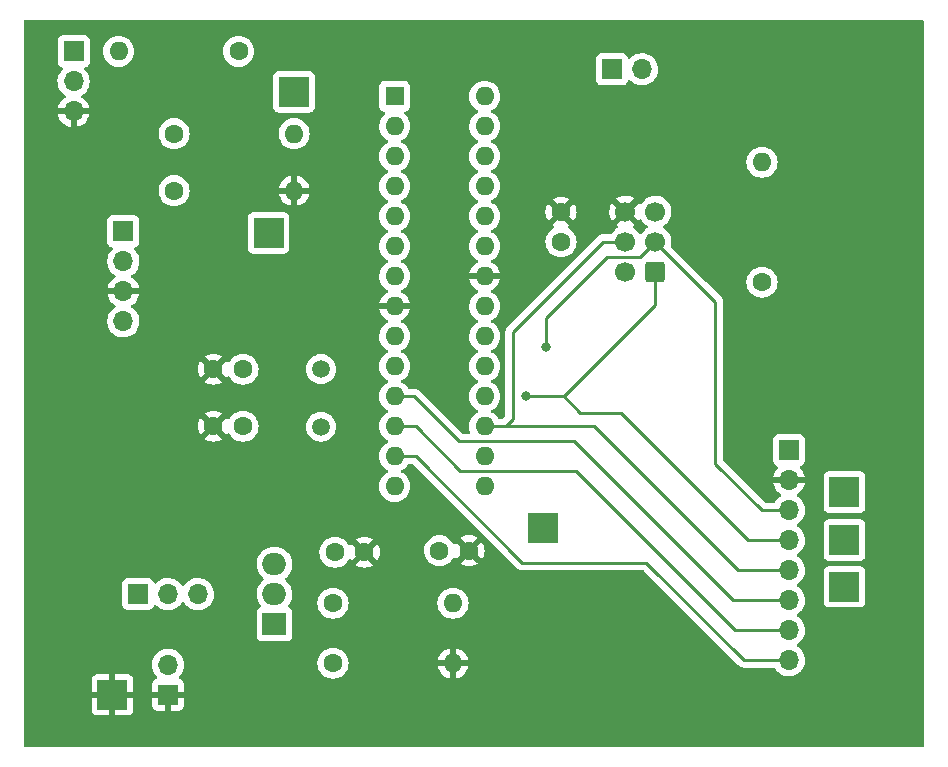
<source format=gbl>
G04 #@! TF.GenerationSoftware,KiCad,Pcbnew,(6.0.10-0)*
G04 #@! TF.CreationDate,2023-03-01T17:49:14-06:00*
G04 #@! TF.ProjectId,monitor_subsystem,6d6f6e69-746f-4725-9f73-756273797374,rev?*
G04 #@! TF.SameCoordinates,Original*
G04 #@! TF.FileFunction,Copper,L2,Bot*
G04 #@! TF.FilePolarity,Positive*
%FSLAX46Y46*%
G04 Gerber Fmt 4.6, Leading zero omitted, Abs format (unit mm)*
G04 Created by KiCad (PCBNEW (6.0.10-0)) date 2023-03-01 17:49:14*
%MOMM*%
%LPD*%
G01*
G04 APERTURE LIST*
G04 Aperture macros list*
%AMRoundRect*
0 Rectangle with rounded corners*
0 $1 Rounding radius*
0 $2 $3 $4 $5 $6 $7 $8 $9 X,Y pos of 4 corners*
0 Add a 4 corners polygon primitive as box body*
4,1,4,$2,$3,$4,$5,$6,$7,$8,$9,$2,$3,0*
0 Add four circle primitives for the rounded corners*
1,1,$1+$1,$2,$3*
1,1,$1+$1,$4,$5*
1,1,$1+$1,$6,$7*
1,1,$1+$1,$8,$9*
0 Add four rect primitives between the rounded corners*
20,1,$1+$1,$2,$3,$4,$5,0*
20,1,$1+$1,$4,$5,$6,$7,0*
20,1,$1+$1,$6,$7,$8,$9,0*
20,1,$1+$1,$8,$9,$2,$3,0*%
G04 Aperture macros list end*
G04 #@! TA.AperFunction,ComponentPad*
%ADD10C,1.600000*%
G04 #@! TD*
G04 #@! TA.AperFunction,ComponentPad*
%ADD11O,1.600000X1.600000*%
G04 #@! TD*
G04 #@! TA.AperFunction,ComponentPad*
%ADD12R,2.500000X2.500000*%
G04 #@! TD*
G04 #@! TA.AperFunction,ComponentPad*
%ADD13R,1.700000X1.700000*%
G04 #@! TD*
G04 #@! TA.AperFunction,ComponentPad*
%ADD14O,1.700000X1.700000*%
G04 #@! TD*
G04 #@! TA.AperFunction,ComponentPad*
%ADD15R,1.600000X1.600000*%
G04 #@! TD*
G04 #@! TA.AperFunction,ComponentPad*
%ADD16R,2.000000X1.905000*%
G04 #@! TD*
G04 #@! TA.AperFunction,ComponentPad*
%ADD17O,2.000000X1.905000*%
G04 #@! TD*
G04 #@! TA.AperFunction,ComponentPad*
%ADD18RoundRect,0.250000X0.600000X0.600000X-0.600000X0.600000X-0.600000X-0.600000X0.600000X-0.600000X0*%
G04 #@! TD*
G04 #@! TA.AperFunction,ComponentPad*
%ADD19C,1.700000*%
G04 #@! TD*
G04 #@! TA.AperFunction,ComponentPad*
%ADD20C,1.500000*%
G04 #@! TD*
G04 #@! TA.AperFunction,ViaPad*
%ADD21C,0.800000*%
G04 #@! TD*
G04 #@! TA.AperFunction,Conductor*
%ADD22C,0.254000*%
G04 #@! TD*
G04 #@! TA.AperFunction,Conductor*
%ADD23C,0.250000*%
G04 #@! TD*
G04 APERTURE END LIST*
D10*
X150998000Y-125085000D03*
D11*
X161158000Y-125085000D03*
D12*
X147701000Y-81788000D03*
X132329000Y-132832000D03*
D13*
X174625000Y-79883000D03*
D14*
X177165000Y-79883000D03*
D12*
X194305000Y-123688000D03*
D13*
X189606000Y-112131000D03*
D14*
X189606000Y-114671000D03*
X189606000Y-117211000D03*
X189606000Y-119751000D03*
X189606000Y-122291000D03*
X189606000Y-124831000D03*
X189606000Y-127371000D03*
X189606000Y-129911000D03*
D15*
X156215000Y-82169000D03*
D11*
X156215000Y-84709000D03*
X156215000Y-87249000D03*
X156215000Y-89789000D03*
X156215000Y-92329000D03*
X156215000Y-94869000D03*
X156215000Y-97409000D03*
X156215000Y-99949000D03*
X156215000Y-102489000D03*
X156215000Y-105029000D03*
X156215000Y-107569000D03*
X156215000Y-110109000D03*
X156215000Y-112649000D03*
X156215000Y-115189000D03*
X163835000Y-115189000D03*
X163835000Y-112649000D03*
X163835000Y-110109000D03*
X163835000Y-107569000D03*
X163835000Y-105029000D03*
X163835000Y-102489000D03*
X163835000Y-99949000D03*
X163835000Y-97409000D03*
X163835000Y-94869000D03*
X163835000Y-92329000D03*
X163835000Y-89789000D03*
X163835000Y-87249000D03*
X163835000Y-84709000D03*
X163835000Y-82169000D03*
D16*
X146045000Y-126863000D03*
D17*
X146045000Y-124323000D03*
X146045000Y-121783000D03*
D13*
X129032000Y-78359000D03*
D14*
X129032000Y-80899000D03*
X129032000Y-83439000D03*
D10*
X160015000Y-120640000D03*
X162515000Y-120640000D03*
X170302000Y-94478000D03*
X170302000Y-91978000D03*
X143378000Y-110099000D03*
X140878000Y-110099000D03*
X151165000Y-120767000D03*
X153665000Y-120767000D03*
D18*
X178293500Y-97023000D03*
D19*
X175753500Y-97023000D03*
X178293500Y-94483000D03*
X175753500Y-94483000D03*
X178293500Y-91943000D03*
X175753500Y-91943000D03*
D12*
X194305000Y-119751000D03*
D10*
X143002000Y-78359000D03*
D11*
X132842000Y-78359000D03*
D10*
X137541000Y-90170000D03*
D11*
X147701000Y-90170000D03*
D13*
X137028000Y-132832000D03*
D14*
X137028000Y-130292000D03*
D13*
X133248000Y-93599000D03*
D14*
X133248000Y-96139000D03*
X133248000Y-98679000D03*
X133248000Y-101219000D03*
D10*
X187320000Y-97907000D03*
D11*
X187320000Y-87747000D03*
D12*
X194305000Y-115687000D03*
D13*
X134488000Y-124323000D03*
D14*
X137028000Y-124323000D03*
X139568000Y-124323000D03*
D12*
X168778000Y-118735000D03*
D20*
X149982000Y-105273000D03*
X149982000Y-110153000D03*
D10*
X150998000Y-130165000D03*
D11*
X161158000Y-130165000D03*
D12*
X145542000Y-93726000D03*
D10*
X137541000Y-85344000D03*
D11*
X147701000Y-85344000D03*
D10*
X143378000Y-105273000D03*
X140878000Y-105273000D03*
D21*
X167381000Y-107559000D03*
X169032000Y-103368000D03*
X140711000Y-132959000D03*
D22*
X171953000Y-108956000D02*
X175382000Y-108956000D01*
X170556000Y-107559000D02*
X167381000Y-107559000D01*
X175382000Y-108956000D02*
X186177000Y-119751000D01*
X178303000Y-99812000D02*
X178303000Y-97032500D01*
X186177000Y-119751000D02*
X189606000Y-119751000D01*
X170556000Y-107559000D02*
X171953000Y-108956000D01*
X178303000Y-99812000D02*
X170556000Y-107559000D01*
X183383000Y-113274000D02*
X183383000Y-99572500D01*
X174229000Y-95758000D02*
X169032000Y-100955000D01*
X189606000Y-117211000D02*
X187315000Y-117211000D01*
X187315000Y-117206000D02*
X187315000Y-117211000D01*
X183383000Y-99572500D02*
X178293500Y-94483000D01*
X183383000Y-113274000D02*
X187315000Y-117206000D01*
X169032000Y-100955000D02*
X169032000Y-103368000D01*
X177018500Y-95758000D02*
X174229000Y-95758000D01*
X178293500Y-94483000D02*
X177018500Y-95758000D01*
X173101000Y-110109000D02*
X185293000Y-122301000D01*
X166238000Y-109479000D02*
X165608000Y-110109000D01*
X166238000Y-102098000D02*
X166238000Y-108321000D01*
X166238000Y-108321000D02*
X166238000Y-109479000D01*
X185303000Y-122291000D02*
X189606000Y-122291000D01*
X173853000Y-94483000D02*
X175753500Y-94483000D01*
X166238000Y-102098000D02*
X173853000Y-94483000D01*
X163835000Y-110109000D02*
X173101000Y-110109000D01*
D23*
X161661000Y-111369000D02*
X157861000Y-107569000D01*
X184907000Y-124831000D02*
X171445000Y-111369000D01*
X171445000Y-111369000D02*
X161661000Y-111369000D01*
X157861000Y-107569000D02*
X156215000Y-107569000D01*
X189606000Y-124831000D02*
X184907000Y-124831000D01*
X171572000Y-113909000D02*
X161788000Y-113909000D01*
X161788000Y-113909000D02*
X157988000Y-110109000D01*
X157988000Y-110109000D02*
X156215000Y-110109000D01*
X189606000Y-127371000D02*
X185034000Y-127371000D01*
X185034000Y-127371000D02*
X171572000Y-113909000D01*
X185796000Y-129911000D02*
X177541000Y-121656000D01*
X166995000Y-121656000D02*
X157988000Y-112649000D01*
X157988000Y-112649000D02*
X156215000Y-112649000D01*
X177541000Y-121656000D02*
X166995000Y-121656000D01*
X189606000Y-129911000D02*
X185796000Y-129911000D01*
G04 #@! TA.AperFunction,Conductor*
G36*
X200983121Y-75712002D02*
G01*
X201029614Y-75765658D01*
X201041000Y-75818000D01*
X201041000Y-137161000D01*
X201020998Y-137229121D01*
X200967342Y-137275614D01*
X200915000Y-137287000D01*
X124967000Y-137287000D01*
X124898879Y-137266998D01*
X124852386Y-137213342D01*
X124841000Y-137161000D01*
X124841000Y-134126669D01*
X130571001Y-134126669D01*
X130571371Y-134133490D01*
X130576895Y-134184352D01*
X130580521Y-134199604D01*
X130625676Y-134320054D01*
X130634214Y-134335649D01*
X130710715Y-134437724D01*
X130723276Y-134450285D01*
X130825351Y-134526786D01*
X130840946Y-134535324D01*
X130961394Y-134580478D01*
X130976649Y-134584105D01*
X131027514Y-134589631D01*
X131034328Y-134590000D01*
X132056885Y-134590000D01*
X132072124Y-134585525D01*
X132073329Y-134584135D01*
X132075000Y-134576452D01*
X132075000Y-134571884D01*
X132583000Y-134571884D01*
X132587475Y-134587123D01*
X132588865Y-134588328D01*
X132596548Y-134589999D01*
X133623669Y-134589999D01*
X133630490Y-134589629D01*
X133681352Y-134584105D01*
X133696604Y-134580479D01*
X133817054Y-134535324D01*
X133832649Y-134526786D01*
X133934724Y-134450285D01*
X133947285Y-134437724D01*
X134023786Y-134335649D01*
X134032324Y-134320054D01*
X134077478Y-134199606D01*
X134081105Y-134184351D01*
X134086631Y-134133486D01*
X134087000Y-134126672D01*
X134087000Y-133726669D01*
X135670001Y-133726669D01*
X135670371Y-133733490D01*
X135675895Y-133784352D01*
X135679521Y-133799604D01*
X135724676Y-133920054D01*
X135733214Y-133935649D01*
X135809715Y-134037724D01*
X135822276Y-134050285D01*
X135924351Y-134126786D01*
X135939946Y-134135324D01*
X136060394Y-134180478D01*
X136075649Y-134184105D01*
X136126514Y-134189631D01*
X136133328Y-134190000D01*
X136755885Y-134190000D01*
X136771124Y-134185525D01*
X136772329Y-134184135D01*
X136774000Y-134176452D01*
X136774000Y-134171884D01*
X137282000Y-134171884D01*
X137286475Y-134187123D01*
X137287865Y-134188328D01*
X137295548Y-134189999D01*
X137922669Y-134189999D01*
X137929490Y-134189629D01*
X137980352Y-134184105D01*
X137995604Y-134180479D01*
X138116054Y-134135324D01*
X138131649Y-134126786D01*
X138233724Y-134050285D01*
X138246285Y-134037724D01*
X138322786Y-133935649D01*
X138331324Y-133920054D01*
X138376478Y-133799606D01*
X138380105Y-133784351D01*
X138385631Y-133733486D01*
X138386000Y-133726672D01*
X138386000Y-133104115D01*
X138381525Y-133088876D01*
X138380135Y-133087671D01*
X138372452Y-133086000D01*
X137300115Y-133086000D01*
X137284876Y-133090475D01*
X137283671Y-133091865D01*
X137282000Y-133099548D01*
X137282000Y-134171884D01*
X136774000Y-134171884D01*
X136774000Y-133104115D01*
X136769525Y-133088876D01*
X136768135Y-133087671D01*
X136760452Y-133086000D01*
X135688116Y-133086000D01*
X135672877Y-133090475D01*
X135671672Y-133091865D01*
X135670001Y-133099548D01*
X135670001Y-133726669D01*
X134087000Y-133726669D01*
X134087000Y-133104115D01*
X134082525Y-133088876D01*
X134081135Y-133087671D01*
X134073452Y-133086000D01*
X132601115Y-133086000D01*
X132585876Y-133090475D01*
X132584671Y-133091865D01*
X132583000Y-133099548D01*
X132583000Y-134571884D01*
X132075000Y-134571884D01*
X132075000Y-133104115D01*
X132070525Y-133088876D01*
X132069135Y-133087671D01*
X132061452Y-133086000D01*
X130589116Y-133086000D01*
X130573877Y-133090475D01*
X130572672Y-133091865D01*
X130571001Y-133099548D01*
X130571001Y-134126669D01*
X124841000Y-134126669D01*
X124841000Y-132559885D01*
X130571000Y-132559885D01*
X130575475Y-132575124D01*
X130576865Y-132576329D01*
X130584548Y-132578000D01*
X132056885Y-132578000D01*
X132072124Y-132573525D01*
X132073329Y-132572135D01*
X132075000Y-132564452D01*
X132075000Y-132559885D01*
X132583000Y-132559885D01*
X132587475Y-132575124D01*
X132588865Y-132576329D01*
X132596548Y-132578000D01*
X134068884Y-132578000D01*
X134084123Y-132573525D01*
X134085328Y-132572135D01*
X134086999Y-132564452D01*
X134086999Y-131537331D01*
X134086629Y-131530510D01*
X134081105Y-131479648D01*
X134077479Y-131464396D01*
X134032324Y-131343946D01*
X134023786Y-131328351D01*
X133947285Y-131226276D01*
X133934724Y-131213715D01*
X133832649Y-131137214D01*
X133817054Y-131128676D01*
X133696606Y-131083522D01*
X133681351Y-131079895D01*
X133630486Y-131074369D01*
X133623672Y-131074000D01*
X132601115Y-131074000D01*
X132585876Y-131078475D01*
X132584671Y-131079865D01*
X132583000Y-131087548D01*
X132583000Y-132559885D01*
X132075000Y-132559885D01*
X132075000Y-131092116D01*
X132070525Y-131076877D01*
X132069135Y-131075672D01*
X132061452Y-131074001D01*
X131034331Y-131074001D01*
X131027510Y-131074371D01*
X130976648Y-131079895D01*
X130961396Y-131083521D01*
X130840946Y-131128676D01*
X130825351Y-131137214D01*
X130723276Y-131213715D01*
X130710715Y-131226276D01*
X130634214Y-131328351D01*
X130625676Y-131343946D01*
X130580522Y-131464394D01*
X130576895Y-131479649D01*
X130571369Y-131530514D01*
X130571000Y-131537328D01*
X130571000Y-132559885D01*
X124841000Y-132559885D01*
X124841000Y-130258695D01*
X135665251Y-130258695D01*
X135665548Y-130263848D01*
X135665548Y-130263851D01*
X135676613Y-130455758D01*
X135678110Y-130481715D01*
X135679247Y-130486761D01*
X135679248Y-130486767D01*
X135693155Y-130548474D01*
X135727222Y-130699639D01*
X135774780Y-130816762D01*
X135802464Y-130884938D01*
X135811266Y-130906616D01*
X135862019Y-130989438D01*
X135920073Y-131084173D01*
X135927987Y-131097088D01*
X136074250Y-131265938D01*
X136078225Y-131269238D01*
X136078231Y-131269244D01*
X136083425Y-131273556D01*
X136123059Y-131332460D01*
X136124555Y-131403441D01*
X136087439Y-131463962D01*
X136047168Y-131488480D01*
X135939946Y-131528676D01*
X135924351Y-131537214D01*
X135822276Y-131613715D01*
X135809715Y-131626276D01*
X135733214Y-131728351D01*
X135724676Y-131743946D01*
X135679522Y-131864394D01*
X135675895Y-131879649D01*
X135670369Y-131930514D01*
X135670000Y-131937328D01*
X135670000Y-132559885D01*
X135674475Y-132575124D01*
X135675865Y-132576329D01*
X135683548Y-132578000D01*
X138367884Y-132578000D01*
X138383123Y-132573525D01*
X138384328Y-132572135D01*
X138385999Y-132564452D01*
X138385999Y-131937331D01*
X138385629Y-131930510D01*
X138380105Y-131879648D01*
X138376479Y-131864396D01*
X138331324Y-131743946D01*
X138322786Y-131728351D01*
X138246285Y-131626276D01*
X138233724Y-131613715D01*
X138131649Y-131537214D01*
X138116054Y-131528676D01*
X138005813Y-131487348D01*
X137949049Y-131444706D01*
X137924349Y-131378145D01*
X137939557Y-131308796D01*
X137961104Y-131280115D01*
X138062430Y-131179144D01*
X138062440Y-131179132D01*
X138066096Y-131175489D01*
X138069180Y-131171198D01*
X138193435Y-130998277D01*
X138196453Y-130994077D01*
X138215682Y-130955171D01*
X138293136Y-130798453D01*
X138293137Y-130798451D01*
X138295430Y-130793811D01*
X138327900Y-130686940D01*
X138358865Y-130585023D01*
X138358865Y-130585021D01*
X138360370Y-130580069D01*
X138389529Y-130358590D01*
X138390667Y-130312032D01*
X138391074Y-130295365D01*
X138391074Y-130295361D01*
X138391156Y-130292000D01*
X138380715Y-130165000D01*
X149684502Y-130165000D01*
X149704457Y-130393087D01*
X149705881Y-130398400D01*
X149705881Y-130398402D01*
X149762161Y-130608438D01*
X149763716Y-130614243D01*
X149766039Y-130619224D01*
X149766039Y-130619225D01*
X149858151Y-130816762D01*
X149858154Y-130816767D01*
X149860477Y-130821749D01*
X149863634Y-130826257D01*
X149984084Y-130998277D01*
X149991802Y-131009300D01*
X150153700Y-131171198D01*
X150158208Y-131174355D01*
X150158211Y-131174357D01*
X150214420Y-131213715D01*
X150341251Y-131302523D01*
X150346233Y-131304846D01*
X150346238Y-131304849D01*
X150430083Y-131343946D01*
X150548757Y-131399284D01*
X150554065Y-131400706D01*
X150554067Y-131400707D01*
X150764598Y-131457119D01*
X150764600Y-131457119D01*
X150769913Y-131458543D01*
X150998000Y-131478498D01*
X151226087Y-131458543D01*
X151231400Y-131457119D01*
X151231402Y-131457119D01*
X151441933Y-131400707D01*
X151441935Y-131400706D01*
X151447243Y-131399284D01*
X151565917Y-131343946D01*
X151649762Y-131304849D01*
X151649767Y-131304846D01*
X151654749Y-131302523D01*
X151781580Y-131213715D01*
X151837789Y-131174357D01*
X151837792Y-131174355D01*
X151842300Y-131171198D01*
X152004198Y-131009300D01*
X152011917Y-130998277D01*
X152132366Y-130826257D01*
X152135523Y-130821749D01*
X152137846Y-130816767D01*
X152137849Y-130816762D01*
X152229961Y-130619225D01*
X152229961Y-130619224D01*
X152232284Y-130614243D01*
X152233840Y-130608438D01*
X152281245Y-130431522D01*
X159875273Y-130431522D01*
X159922764Y-130608761D01*
X159926510Y-130619053D01*
X160018586Y-130816511D01*
X160024069Y-130826007D01*
X160149028Y-131004467D01*
X160156084Y-131012875D01*
X160310125Y-131166916D01*
X160318533Y-131173972D01*
X160496993Y-131298931D01*
X160506489Y-131304414D01*
X160703947Y-131396490D01*
X160714239Y-131400236D01*
X160886503Y-131446394D01*
X160900599Y-131446058D01*
X160904000Y-131438116D01*
X160904000Y-131432967D01*
X161412000Y-131432967D01*
X161415973Y-131446498D01*
X161424522Y-131447727D01*
X161601761Y-131400236D01*
X161612053Y-131396490D01*
X161809511Y-131304414D01*
X161819007Y-131298931D01*
X161997467Y-131173972D01*
X162005875Y-131166916D01*
X162159916Y-131012875D01*
X162166972Y-131004467D01*
X162291931Y-130826007D01*
X162297414Y-130816511D01*
X162389490Y-130619053D01*
X162393236Y-130608761D01*
X162439394Y-130436497D01*
X162439058Y-130422401D01*
X162431116Y-130419000D01*
X161430115Y-130419000D01*
X161414876Y-130423475D01*
X161413671Y-130424865D01*
X161412000Y-130432548D01*
X161412000Y-131432967D01*
X160904000Y-131432967D01*
X160904000Y-130437115D01*
X160899525Y-130421876D01*
X160898135Y-130420671D01*
X160890452Y-130419000D01*
X159890033Y-130419000D01*
X159876502Y-130422973D01*
X159875273Y-130431522D01*
X152281245Y-130431522D01*
X152290119Y-130398402D01*
X152290119Y-130398400D01*
X152291543Y-130393087D01*
X152311498Y-130165000D01*
X152291543Y-129936913D01*
X152281244Y-129898478D01*
X152279911Y-129893503D01*
X159876606Y-129893503D01*
X159876942Y-129907599D01*
X159884884Y-129911000D01*
X160885885Y-129911000D01*
X160901124Y-129906525D01*
X160902329Y-129905135D01*
X160904000Y-129897452D01*
X160904000Y-129892885D01*
X161412000Y-129892885D01*
X161416475Y-129908124D01*
X161417865Y-129909329D01*
X161425548Y-129911000D01*
X162425967Y-129911000D01*
X162439498Y-129907027D01*
X162440727Y-129898478D01*
X162393236Y-129721239D01*
X162389490Y-129710947D01*
X162297414Y-129513489D01*
X162291931Y-129503993D01*
X162166972Y-129325533D01*
X162159916Y-129317125D01*
X162005875Y-129163084D01*
X161997467Y-129156028D01*
X161819007Y-129031069D01*
X161809511Y-129025586D01*
X161612053Y-128933510D01*
X161601761Y-128929764D01*
X161429497Y-128883606D01*
X161415401Y-128883942D01*
X161412000Y-128891884D01*
X161412000Y-129892885D01*
X160904000Y-129892885D01*
X160904000Y-128897033D01*
X160900027Y-128883502D01*
X160891478Y-128882273D01*
X160714239Y-128929764D01*
X160703947Y-128933510D01*
X160506489Y-129025586D01*
X160496993Y-129031069D01*
X160318533Y-129156028D01*
X160310125Y-129163084D01*
X160156084Y-129317125D01*
X160149028Y-129325533D01*
X160024069Y-129503993D01*
X160018586Y-129513489D01*
X159926510Y-129710947D01*
X159922764Y-129721239D01*
X159876606Y-129893503D01*
X152279911Y-129893503D01*
X152233707Y-129721067D01*
X152233706Y-129721065D01*
X152232284Y-129715757D01*
X152200614Y-129647840D01*
X152137849Y-129513238D01*
X152137846Y-129513233D01*
X152135523Y-129508251D01*
X152004198Y-129320700D01*
X151842300Y-129158802D01*
X151837792Y-129155645D01*
X151837789Y-129155643D01*
X151697499Y-129057411D01*
X151654749Y-129027477D01*
X151649767Y-129025154D01*
X151649762Y-129025151D01*
X151452225Y-128933039D01*
X151452224Y-128933039D01*
X151447243Y-128930716D01*
X151441935Y-128929294D01*
X151441933Y-128929293D01*
X151231402Y-128872881D01*
X151231400Y-128872881D01*
X151226087Y-128871457D01*
X150998000Y-128851502D01*
X150769913Y-128871457D01*
X150764600Y-128872881D01*
X150764598Y-128872881D01*
X150554067Y-128929293D01*
X150554065Y-128929294D01*
X150548757Y-128930716D01*
X150543776Y-128933039D01*
X150543775Y-128933039D01*
X150346238Y-129025151D01*
X150346233Y-129025154D01*
X150341251Y-129027477D01*
X150298501Y-129057411D01*
X150158211Y-129155643D01*
X150158208Y-129155645D01*
X150153700Y-129158802D01*
X149991802Y-129320700D01*
X149860477Y-129508251D01*
X149858154Y-129513233D01*
X149858151Y-129513238D01*
X149795386Y-129647840D01*
X149763716Y-129715757D01*
X149762294Y-129721065D01*
X149762293Y-129721067D01*
X149714756Y-129898478D01*
X149704457Y-129936913D01*
X149684502Y-130165000D01*
X138380715Y-130165000D01*
X138372852Y-130069361D01*
X138318431Y-129852702D01*
X138229354Y-129647840D01*
X138189906Y-129586862D01*
X138110822Y-129464617D01*
X138110820Y-129464614D01*
X138108014Y-129460277D01*
X137957670Y-129295051D01*
X137953619Y-129291852D01*
X137953615Y-129291848D01*
X137786414Y-129159800D01*
X137786410Y-129159798D01*
X137782359Y-129156598D01*
X137586789Y-129048638D01*
X137581920Y-129046914D01*
X137581916Y-129046912D01*
X137381087Y-128975795D01*
X137381083Y-128975794D01*
X137376212Y-128974069D01*
X137371119Y-128973162D01*
X137371116Y-128973161D01*
X137161373Y-128935800D01*
X137161367Y-128935799D01*
X137156284Y-128934894D01*
X137082452Y-128933992D01*
X136938081Y-128932228D01*
X136938079Y-128932228D01*
X136932911Y-128932165D01*
X136712091Y-128965955D01*
X136499756Y-129035357D01*
X136301607Y-129138507D01*
X136297474Y-129141610D01*
X136297471Y-129141612D01*
X136127100Y-129269530D01*
X136122965Y-129272635D01*
X135968629Y-129434138D01*
X135965715Y-129438410D01*
X135965714Y-129438411D01*
X135914671Y-129513238D01*
X135842743Y-129618680D01*
X135748688Y-129821305D01*
X135688989Y-130036570D01*
X135665251Y-130258695D01*
X124841000Y-130258695D01*
X124841000Y-125221134D01*
X133129500Y-125221134D01*
X133136255Y-125283316D01*
X133187385Y-125419705D01*
X133274739Y-125536261D01*
X133391295Y-125623615D01*
X133527684Y-125674745D01*
X133589866Y-125681500D01*
X135386134Y-125681500D01*
X135448316Y-125674745D01*
X135584705Y-125623615D01*
X135701261Y-125536261D01*
X135788615Y-125419705D01*
X135797816Y-125395161D01*
X135832598Y-125302382D01*
X135875240Y-125245618D01*
X135941802Y-125220918D01*
X136011150Y-125236126D01*
X136045817Y-125264114D01*
X136074250Y-125296938D01*
X136246126Y-125439632D01*
X136439000Y-125552338D01*
X136443825Y-125554180D01*
X136443826Y-125554181D01*
X136516612Y-125581975D01*
X136647692Y-125632030D01*
X136652760Y-125633061D01*
X136652763Y-125633062D01*
X136760017Y-125654883D01*
X136866597Y-125676567D01*
X136871772Y-125676757D01*
X136871774Y-125676757D01*
X137084673Y-125684564D01*
X137084677Y-125684564D01*
X137089837Y-125684753D01*
X137094957Y-125684097D01*
X137094959Y-125684097D01*
X137306288Y-125657025D01*
X137306289Y-125657025D01*
X137311416Y-125656368D01*
X137316366Y-125654883D01*
X137520429Y-125593661D01*
X137520434Y-125593659D01*
X137525384Y-125592174D01*
X137725994Y-125493896D01*
X137907860Y-125364173D01*
X137928881Y-125343226D01*
X138029013Y-125243443D01*
X138066096Y-125206489D01*
X138125354Y-125124023D01*
X138196453Y-125025077D01*
X138197776Y-125026028D01*
X138244645Y-124982857D01*
X138314580Y-124970625D01*
X138380026Y-124998144D01*
X138407875Y-125029994D01*
X138467987Y-125128088D01*
X138614250Y-125296938D01*
X138786126Y-125439632D01*
X138979000Y-125552338D01*
X138983825Y-125554180D01*
X138983826Y-125554181D01*
X139056612Y-125581975D01*
X139187692Y-125632030D01*
X139192760Y-125633061D01*
X139192763Y-125633062D01*
X139300017Y-125654883D01*
X139406597Y-125676567D01*
X139411772Y-125676757D01*
X139411774Y-125676757D01*
X139624673Y-125684564D01*
X139624677Y-125684564D01*
X139629837Y-125684753D01*
X139634957Y-125684097D01*
X139634959Y-125684097D01*
X139846288Y-125657025D01*
X139846289Y-125657025D01*
X139851416Y-125656368D01*
X139856366Y-125654883D01*
X140060429Y-125593661D01*
X140060434Y-125593659D01*
X140065384Y-125592174D01*
X140265994Y-125493896D01*
X140447860Y-125364173D01*
X140468881Y-125343226D01*
X140569013Y-125243443D01*
X140606096Y-125206489D01*
X140665354Y-125124023D01*
X140733435Y-125029277D01*
X140736453Y-125025077D01*
X140757320Y-124982857D01*
X140833136Y-124829453D01*
X140833137Y-124829451D01*
X140835430Y-124824811D01*
X140900370Y-124611069D01*
X140924832Y-124425263D01*
X144535064Y-124425263D01*
X144571404Y-124662744D01*
X144608094Y-124774997D01*
X144644434Y-124886183D01*
X144644437Y-124886189D01*
X144646042Y-124891101D01*
X144648429Y-124895687D01*
X144648431Y-124895691D01*
X144723794Y-125040460D01*
X144756975Y-125104200D01*
X144873415Y-125259283D01*
X144898320Y-125325765D01*
X144883328Y-125395161D01*
X144833198Y-125445435D01*
X144816885Y-125452915D01*
X144806707Y-125456731D01*
X144806704Y-125456733D01*
X144798295Y-125459885D01*
X144681739Y-125547239D01*
X144594385Y-125663795D01*
X144543255Y-125800184D01*
X144536500Y-125862366D01*
X144536500Y-127863634D01*
X144543255Y-127925816D01*
X144594385Y-128062205D01*
X144681739Y-128178761D01*
X144798295Y-128266115D01*
X144934684Y-128317245D01*
X144996866Y-128324000D01*
X147093134Y-128324000D01*
X147155316Y-128317245D01*
X147291705Y-128266115D01*
X147408261Y-128178761D01*
X147495615Y-128062205D01*
X147546745Y-127925816D01*
X147553500Y-127863634D01*
X147553500Y-125862366D01*
X147546745Y-125800184D01*
X147495615Y-125663795D01*
X147408261Y-125547239D01*
X147291705Y-125459885D01*
X147271811Y-125452427D01*
X147215047Y-125409787D01*
X147190346Y-125343226D01*
X147205553Y-125273877D01*
X147217158Y-125256353D01*
X147310367Y-125138330D01*
X147310370Y-125138325D01*
X147313568Y-125134276D01*
X147327885Y-125108342D01*
X147340770Y-125085000D01*
X149684502Y-125085000D01*
X149704457Y-125313087D01*
X149705881Y-125318400D01*
X149705881Y-125318402D01*
X149762161Y-125528438D01*
X149763716Y-125534243D01*
X149766039Y-125539224D01*
X149766039Y-125539225D01*
X149858151Y-125736762D01*
X149858154Y-125736767D01*
X149860477Y-125741749D01*
X149863634Y-125746257D01*
X149949250Y-125868529D01*
X149991802Y-125929300D01*
X150153700Y-126091198D01*
X150158208Y-126094355D01*
X150158211Y-126094357D01*
X150236389Y-126149098D01*
X150341251Y-126222523D01*
X150346233Y-126224846D01*
X150346238Y-126224849D01*
X150543775Y-126316961D01*
X150548757Y-126319284D01*
X150554065Y-126320706D01*
X150554067Y-126320707D01*
X150764598Y-126377119D01*
X150764600Y-126377119D01*
X150769913Y-126378543D01*
X150998000Y-126398498D01*
X151226087Y-126378543D01*
X151231400Y-126377119D01*
X151231402Y-126377119D01*
X151441933Y-126320707D01*
X151441935Y-126320706D01*
X151447243Y-126319284D01*
X151452225Y-126316961D01*
X151649762Y-126224849D01*
X151649767Y-126224846D01*
X151654749Y-126222523D01*
X151759611Y-126149098D01*
X151837789Y-126094357D01*
X151837792Y-126094355D01*
X151842300Y-126091198D01*
X152004198Y-125929300D01*
X152046751Y-125868529D01*
X152132366Y-125746257D01*
X152135523Y-125741749D01*
X152137846Y-125736767D01*
X152137849Y-125736762D01*
X152229961Y-125539225D01*
X152229961Y-125539224D01*
X152232284Y-125534243D01*
X152233840Y-125528438D01*
X152290119Y-125318402D01*
X152290119Y-125318400D01*
X152291543Y-125313087D01*
X152311498Y-125085000D01*
X159844502Y-125085000D01*
X159864457Y-125313087D01*
X159865881Y-125318400D01*
X159865881Y-125318402D01*
X159922161Y-125528438D01*
X159923716Y-125534243D01*
X159926039Y-125539224D01*
X159926039Y-125539225D01*
X160018151Y-125736762D01*
X160018154Y-125736767D01*
X160020477Y-125741749D01*
X160023634Y-125746257D01*
X160109250Y-125868529D01*
X160151802Y-125929300D01*
X160313700Y-126091198D01*
X160318208Y-126094355D01*
X160318211Y-126094357D01*
X160396389Y-126149098D01*
X160501251Y-126222523D01*
X160506233Y-126224846D01*
X160506238Y-126224849D01*
X160703775Y-126316961D01*
X160708757Y-126319284D01*
X160714065Y-126320706D01*
X160714067Y-126320707D01*
X160924598Y-126377119D01*
X160924600Y-126377119D01*
X160929913Y-126378543D01*
X161158000Y-126398498D01*
X161386087Y-126378543D01*
X161391400Y-126377119D01*
X161391402Y-126377119D01*
X161601933Y-126320707D01*
X161601935Y-126320706D01*
X161607243Y-126319284D01*
X161612225Y-126316961D01*
X161809762Y-126224849D01*
X161809767Y-126224846D01*
X161814749Y-126222523D01*
X161919611Y-126149098D01*
X161997789Y-126094357D01*
X161997792Y-126094355D01*
X162002300Y-126091198D01*
X162164198Y-125929300D01*
X162206751Y-125868529D01*
X162292366Y-125746257D01*
X162295523Y-125741749D01*
X162297846Y-125736767D01*
X162297849Y-125736762D01*
X162389961Y-125539225D01*
X162389961Y-125539224D01*
X162392284Y-125534243D01*
X162393840Y-125528438D01*
X162450119Y-125318402D01*
X162450119Y-125318400D01*
X162451543Y-125313087D01*
X162471498Y-125085000D01*
X162451543Y-124856913D01*
X162439155Y-124810680D01*
X162393707Y-124641067D01*
X162393706Y-124641065D01*
X162392284Y-124635757D01*
X162308369Y-124455799D01*
X162297849Y-124433238D01*
X162297846Y-124433233D01*
X162295523Y-124428251D01*
X162164198Y-124240700D01*
X162002300Y-124078802D01*
X161997792Y-124075645D01*
X161997789Y-124075643D01*
X161883271Y-123995457D01*
X161814749Y-123947477D01*
X161809767Y-123945154D01*
X161809762Y-123945151D01*
X161612225Y-123853039D01*
X161612224Y-123853039D01*
X161607243Y-123850716D01*
X161601935Y-123849294D01*
X161601933Y-123849293D01*
X161391402Y-123792881D01*
X161391400Y-123792881D01*
X161386087Y-123791457D01*
X161158000Y-123771502D01*
X160929913Y-123791457D01*
X160924600Y-123792881D01*
X160924598Y-123792881D01*
X160714067Y-123849293D01*
X160714065Y-123849294D01*
X160708757Y-123850716D01*
X160703776Y-123853039D01*
X160703775Y-123853039D01*
X160506238Y-123945151D01*
X160506233Y-123945154D01*
X160501251Y-123947477D01*
X160432729Y-123995457D01*
X160318211Y-124075643D01*
X160318208Y-124075645D01*
X160313700Y-124078802D01*
X160151802Y-124240700D01*
X160020477Y-124428251D01*
X160018154Y-124433233D01*
X160018151Y-124433238D01*
X160007631Y-124455799D01*
X159923716Y-124635757D01*
X159922294Y-124641065D01*
X159922293Y-124641067D01*
X159876845Y-124810680D01*
X159864457Y-124856913D01*
X159844502Y-125085000D01*
X152311498Y-125085000D01*
X152291543Y-124856913D01*
X152279155Y-124810680D01*
X152233707Y-124641067D01*
X152233706Y-124641065D01*
X152232284Y-124635757D01*
X152148369Y-124455799D01*
X152137849Y-124433238D01*
X152137846Y-124433233D01*
X152135523Y-124428251D01*
X152004198Y-124240700D01*
X151842300Y-124078802D01*
X151837792Y-124075645D01*
X151837789Y-124075643D01*
X151723271Y-123995457D01*
X151654749Y-123947477D01*
X151649767Y-123945154D01*
X151649762Y-123945151D01*
X151452225Y-123853039D01*
X151452224Y-123853039D01*
X151447243Y-123850716D01*
X151441935Y-123849294D01*
X151441933Y-123849293D01*
X151231402Y-123792881D01*
X151231400Y-123792881D01*
X151226087Y-123791457D01*
X150998000Y-123771502D01*
X150769913Y-123791457D01*
X150764600Y-123792881D01*
X150764598Y-123792881D01*
X150554067Y-123849293D01*
X150554065Y-123849294D01*
X150548757Y-123850716D01*
X150543776Y-123853039D01*
X150543775Y-123853039D01*
X150346238Y-123945151D01*
X150346233Y-123945154D01*
X150341251Y-123947477D01*
X150272729Y-123995457D01*
X150158211Y-124075643D01*
X150158208Y-124075645D01*
X150153700Y-124078802D01*
X149991802Y-124240700D01*
X149860477Y-124428251D01*
X149858154Y-124433233D01*
X149858151Y-124433238D01*
X149847631Y-124455799D01*
X149763716Y-124635757D01*
X149762294Y-124641065D01*
X149762293Y-124641067D01*
X149716845Y-124810680D01*
X149704457Y-124856913D01*
X149684502Y-125085000D01*
X147340770Y-125085000D01*
X147427177Y-124928474D01*
X147427179Y-124928470D01*
X147429674Y-124923950D01*
X147453414Y-124856913D01*
X147508144Y-124702360D01*
X147508145Y-124702356D01*
X147509870Y-124697485D01*
X147515183Y-124667659D01*
X147551095Y-124466052D01*
X147551096Y-124466046D01*
X147552001Y-124460963D01*
X147553068Y-124373600D01*
X147554873Y-124225907D01*
X147554873Y-124225905D01*
X147554936Y-124220737D01*
X147518596Y-123983256D01*
X147475276Y-123850716D01*
X147445566Y-123759817D01*
X147445563Y-123759811D01*
X147443958Y-123754899D01*
X147411790Y-123693104D01*
X147335416Y-123546393D01*
X147333025Y-123541800D01*
X147278668Y-123469403D01*
X147191882Y-123353815D01*
X147191880Y-123353812D01*
X147188777Y-123349680D01*
X147059662Y-123226295D01*
X147018825Y-123187270D01*
X147018824Y-123187269D01*
X147015088Y-123183699D01*
X146978097Y-123158465D01*
X146933096Y-123103556D01*
X146924925Y-123033032D01*
X146956179Y-122969284D01*
X146980660Y-122948589D01*
X146982635Y-122947311D01*
X146986977Y-122944502D01*
X147164670Y-122782814D01*
X147225347Y-122705983D01*
X147310367Y-122598330D01*
X147310370Y-122598325D01*
X147313568Y-122594276D01*
X147327885Y-122568342D01*
X147427177Y-122388474D01*
X147427179Y-122388470D01*
X147429674Y-122383950D01*
X147461450Y-122294220D01*
X147508144Y-122162360D01*
X147508145Y-122162356D01*
X147509870Y-122157485D01*
X147513296Y-122138251D01*
X147551095Y-121926052D01*
X147551096Y-121926046D01*
X147552001Y-121920963D01*
X147553854Y-121769301D01*
X147554873Y-121685907D01*
X147554873Y-121685905D01*
X147554936Y-121680737D01*
X147518596Y-121443256D01*
X147471077Y-121297870D01*
X147445566Y-121219817D01*
X147445563Y-121219811D01*
X147443958Y-121214899D01*
X147411790Y-121153104D01*
X147335416Y-121006393D01*
X147333025Y-121001800D01*
X147236621Y-120873402D01*
X147191882Y-120813815D01*
X147191880Y-120813812D01*
X147188777Y-120809680D01*
X147144115Y-120767000D01*
X149851502Y-120767000D01*
X149871457Y-120995087D01*
X149872881Y-121000400D01*
X149872881Y-121000402D01*
X149922860Y-121186923D01*
X149930716Y-121216243D01*
X149933039Y-121221224D01*
X149933039Y-121221225D01*
X150025151Y-121418762D01*
X150025154Y-121418767D01*
X150027477Y-121423749D01*
X150082791Y-121502745D01*
X150151243Y-121600504D01*
X150158802Y-121611300D01*
X150320700Y-121773198D01*
X150325208Y-121776355D01*
X150325211Y-121776357D01*
X150403389Y-121831098D01*
X150508251Y-121904523D01*
X150513233Y-121906846D01*
X150513238Y-121906849D01*
X150709765Y-121998490D01*
X150715757Y-122001284D01*
X150721065Y-122002706D01*
X150721067Y-122002707D01*
X150931598Y-122059119D01*
X150931600Y-122059119D01*
X150936913Y-122060543D01*
X151165000Y-122080498D01*
X151393087Y-122060543D01*
X151398400Y-122059119D01*
X151398402Y-122059119D01*
X151608933Y-122002707D01*
X151608935Y-122002706D01*
X151614243Y-122001284D01*
X151620235Y-121998490D01*
X151816762Y-121906849D01*
X151816767Y-121906846D01*
X151821749Y-121904523D01*
X151895243Y-121853062D01*
X152943493Y-121853062D01*
X152952789Y-121865077D01*
X153003994Y-121900931D01*
X153013489Y-121906414D01*
X153210947Y-121998490D01*
X153221239Y-122002236D01*
X153431688Y-122058625D01*
X153442481Y-122060528D01*
X153659525Y-122079517D01*
X153670475Y-122079517D01*
X153887519Y-122060528D01*
X153898312Y-122058625D01*
X154108761Y-122002236D01*
X154119053Y-121998490D01*
X154316511Y-121906414D01*
X154326006Y-121900931D01*
X154378048Y-121864491D01*
X154386424Y-121854012D01*
X154379356Y-121840566D01*
X153677812Y-121139022D01*
X153663868Y-121131408D01*
X153662035Y-121131539D01*
X153655420Y-121135790D01*
X152949923Y-121841287D01*
X152943493Y-121853062D01*
X151895243Y-121853062D01*
X151926611Y-121831098D01*
X152004789Y-121776357D01*
X152004792Y-121776355D01*
X152009300Y-121773198D01*
X152171198Y-121611300D01*
X152178758Y-121600504D01*
X152288864Y-121443256D01*
X152302523Y-121423749D01*
X152304847Y-121418765D01*
X152306171Y-121416472D01*
X152357553Y-121367479D01*
X152427267Y-121354043D01*
X152493178Y-121380429D01*
X152524409Y-121416472D01*
X152531066Y-121428002D01*
X152567509Y-121480048D01*
X152577988Y-121488424D01*
X152591434Y-121481356D01*
X153292978Y-120779812D01*
X153299356Y-120768132D01*
X154029408Y-120768132D01*
X154029539Y-120769965D01*
X154033790Y-120776580D01*
X154739287Y-121482077D01*
X154751062Y-121488507D01*
X154763077Y-121479211D01*
X154798931Y-121428006D01*
X154804414Y-121418511D01*
X154896490Y-121221053D01*
X154900236Y-121210761D01*
X154956625Y-121000312D01*
X154958528Y-120989519D01*
X154977517Y-120772475D01*
X154977517Y-120761525D01*
X154966885Y-120640000D01*
X158701502Y-120640000D01*
X158721457Y-120868087D01*
X158722881Y-120873400D01*
X158722881Y-120873402D01*
X158768277Y-121042819D01*
X158780716Y-121089243D01*
X158783039Y-121094224D01*
X158783039Y-121094225D01*
X158875151Y-121291762D01*
X158875154Y-121291767D01*
X158877477Y-121296749D01*
X158936071Y-121380429D01*
X159005239Y-121479211D01*
X159008802Y-121484300D01*
X159170700Y-121646198D01*
X159175208Y-121649355D01*
X159175211Y-121649357D01*
X159227410Y-121685907D01*
X159358251Y-121777523D01*
X159363233Y-121779846D01*
X159363238Y-121779849D01*
X159546012Y-121865077D01*
X159565757Y-121874284D01*
X159571065Y-121875706D01*
X159571067Y-121875707D01*
X159781598Y-121932119D01*
X159781600Y-121932119D01*
X159786913Y-121933543D01*
X160015000Y-121953498D01*
X160243087Y-121933543D01*
X160248400Y-121932119D01*
X160248402Y-121932119D01*
X160458933Y-121875707D01*
X160458935Y-121875706D01*
X160464243Y-121874284D01*
X160483988Y-121865077D01*
X160666762Y-121779849D01*
X160666767Y-121779846D01*
X160671749Y-121777523D01*
X160745243Y-121726062D01*
X161793493Y-121726062D01*
X161802789Y-121738077D01*
X161853994Y-121773931D01*
X161863489Y-121779414D01*
X162060947Y-121871490D01*
X162071239Y-121875236D01*
X162281688Y-121931625D01*
X162292481Y-121933528D01*
X162509525Y-121952517D01*
X162520475Y-121952517D01*
X162737519Y-121933528D01*
X162748312Y-121931625D01*
X162958761Y-121875236D01*
X162969053Y-121871490D01*
X163166511Y-121779414D01*
X163176006Y-121773931D01*
X163228048Y-121737491D01*
X163236424Y-121727012D01*
X163229356Y-121713566D01*
X162527812Y-121012022D01*
X162513868Y-121004408D01*
X162512035Y-121004539D01*
X162505420Y-121008790D01*
X161799923Y-121714287D01*
X161793493Y-121726062D01*
X160745243Y-121726062D01*
X160802590Y-121685907D01*
X160854789Y-121649357D01*
X160854792Y-121649355D01*
X160859300Y-121646198D01*
X161021198Y-121484300D01*
X161024762Y-121479211D01*
X161149369Y-121301253D01*
X161152523Y-121296749D01*
X161154847Y-121291765D01*
X161156171Y-121289472D01*
X161207553Y-121240479D01*
X161277267Y-121227043D01*
X161343178Y-121253429D01*
X161374409Y-121289472D01*
X161381066Y-121301002D01*
X161417509Y-121353048D01*
X161427988Y-121361424D01*
X161441434Y-121354356D01*
X162142978Y-120652812D01*
X162149356Y-120641132D01*
X162879408Y-120641132D01*
X162879539Y-120642965D01*
X162883790Y-120649580D01*
X163589287Y-121355077D01*
X163601062Y-121361507D01*
X163613077Y-121352211D01*
X163648931Y-121301006D01*
X163654414Y-121291511D01*
X163746490Y-121094053D01*
X163750236Y-121083761D01*
X163806625Y-120873312D01*
X163808528Y-120862519D01*
X163827517Y-120645475D01*
X163827517Y-120634525D01*
X163808528Y-120417481D01*
X163806625Y-120406688D01*
X163750236Y-120196239D01*
X163746490Y-120185947D01*
X163654414Y-119988489D01*
X163648931Y-119978994D01*
X163612491Y-119926952D01*
X163602012Y-119918576D01*
X163588566Y-119925644D01*
X162887022Y-120627188D01*
X162879408Y-120641132D01*
X162149356Y-120641132D01*
X162150592Y-120638868D01*
X162150461Y-120637035D01*
X162146210Y-120630420D01*
X161440713Y-119924923D01*
X161428938Y-119918493D01*
X161416923Y-119927789D01*
X161381066Y-119978998D01*
X161374409Y-119990528D01*
X161323027Y-120039521D01*
X161253313Y-120052958D01*
X161187402Y-120026571D01*
X161156171Y-119990528D01*
X161154847Y-119988235D01*
X161152523Y-119983251D01*
X161021198Y-119795700D01*
X160859300Y-119633802D01*
X160854792Y-119630645D01*
X160854789Y-119630643D01*
X160743886Y-119552988D01*
X161793576Y-119552988D01*
X161800644Y-119566434D01*
X162502188Y-120267978D01*
X162516132Y-120275592D01*
X162517965Y-120275461D01*
X162524580Y-120271210D01*
X163230077Y-119565713D01*
X163236507Y-119553938D01*
X163227211Y-119541923D01*
X163176006Y-119506069D01*
X163166511Y-119500586D01*
X162969053Y-119408510D01*
X162958761Y-119404764D01*
X162748312Y-119348375D01*
X162737519Y-119346472D01*
X162520475Y-119327483D01*
X162509525Y-119327483D01*
X162292481Y-119346472D01*
X162281688Y-119348375D01*
X162071239Y-119404764D01*
X162060947Y-119408510D01*
X161863489Y-119500586D01*
X161853994Y-119506069D01*
X161801952Y-119542509D01*
X161793576Y-119552988D01*
X160743886Y-119552988D01*
X160728920Y-119542509D01*
X160671749Y-119502477D01*
X160666767Y-119500154D01*
X160666762Y-119500151D01*
X160469225Y-119408039D01*
X160469224Y-119408039D01*
X160464243Y-119405716D01*
X160458935Y-119404294D01*
X160458933Y-119404293D01*
X160248402Y-119347881D01*
X160248400Y-119347881D01*
X160243087Y-119346457D01*
X160015000Y-119326502D01*
X159786913Y-119346457D01*
X159781600Y-119347881D01*
X159781598Y-119347881D01*
X159571067Y-119404293D01*
X159571065Y-119404294D01*
X159565757Y-119405716D01*
X159560776Y-119408039D01*
X159560775Y-119408039D01*
X159363238Y-119500151D01*
X159363233Y-119500154D01*
X159358251Y-119502477D01*
X159301080Y-119542509D01*
X159175211Y-119630643D01*
X159175208Y-119630645D01*
X159170700Y-119633802D01*
X159008802Y-119795700D01*
X158877477Y-119983251D01*
X158875154Y-119988233D01*
X158875151Y-119988238D01*
X158783039Y-120185775D01*
X158780716Y-120190757D01*
X158779294Y-120196065D01*
X158779293Y-120196067D01*
X158722907Y-120406502D01*
X158721457Y-120411913D01*
X158701502Y-120640000D01*
X154966885Y-120640000D01*
X154958528Y-120544481D01*
X154956625Y-120533688D01*
X154900236Y-120323239D01*
X154896490Y-120312947D01*
X154804414Y-120115489D01*
X154798931Y-120105994D01*
X154762491Y-120053952D01*
X154752012Y-120045576D01*
X154738566Y-120052644D01*
X154037022Y-120754188D01*
X154029408Y-120768132D01*
X153299356Y-120768132D01*
X153300592Y-120765868D01*
X153300461Y-120764035D01*
X153296210Y-120757420D01*
X152590713Y-120051923D01*
X152578938Y-120045493D01*
X152566923Y-120054789D01*
X152531066Y-120105998D01*
X152524409Y-120117528D01*
X152473027Y-120166521D01*
X152403313Y-120179958D01*
X152337402Y-120153571D01*
X152306171Y-120117528D01*
X152304847Y-120115235D01*
X152302523Y-120110251D01*
X152217088Y-119988238D01*
X152174357Y-119927211D01*
X152174355Y-119927208D01*
X152171198Y-119922700D01*
X152009300Y-119760802D01*
X152004792Y-119757645D01*
X152004789Y-119757643D01*
X151893886Y-119679988D01*
X152943576Y-119679988D01*
X152950644Y-119693434D01*
X153652188Y-120394978D01*
X153666132Y-120402592D01*
X153667965Y-120402461D01*
X153674580Y-120398210D01*
X154380077Y-119692713D01*
X154386507Y-119680938D01*
X154377211Y-119668923D01*
X154326006Y-119633069D01*
X154316511Y-119627586D01*
X154119053Y-119535510D01*
X154108761Y-119531764D01*
X153898312Y-119475375D01*
X153887519Y-119473472D01*
X153670475Y-119454483D01*
X153659525Y-119454483D01*
X153442481Y-119473472D01*
X153431688Y-119475375D01*
X153221239Y-119531764D01*
X153210947Y-119535510D01*
X153013489Y-119627586D01*
X153003994Y-119633069D01*
X152951952Y-119669509D01*
X152943576Y-119679988D01*
X151893886Y-119679988D01*
X151878920Y-119669509D01*
X151821749Y-119629477D01*
X151816767Y-119627154D01*
X151816762Y-119627151D01*
X151619225Y-119535039D01*
X151619224Y-119535039D01*
X151614243Y-119532716D01*
X151608935Y-119531294D01*
X151608933Y-119531293D01*
X151398402Y-119474881D01*
X151398400Y-119474881D01*
X151393087Y-119473457D01*
X151165000Y-119453502D01*
X150936913Y-119473457D01*
X150931600Y-119474881D01*
X150931598Y-119474881D01*
X150721067Y-119531293D01*
X150721065Y-119531294D01*
X150715757Y-119532716D01*
X150710776Y-119535039D01*
X150710775Y-119535039D01*
X150513238Y-119627151D01*
X150513233Y-119627154D01*
X150508251Y-119629477D01*
X150451080Y-119669509D01*
X150325211Y-119757643D01*
X150325208Y-119757645D01*
X150320700Y-119760802D01*
X150158802Y-119922700D01*
X150155645Y-119927208D01*
X150155643Y-119927211D01*
X150116404Y-119983251D01*
X150027477Y-120110251D01*
X150025154Y-120115233D01*
X150025151Y-120115238D01*
X149953928Y-120267978D01*
X149930716Y-120317757D01*
X149929294Y-120323065D01*
X149929293Y-120323067D01*
X149883724Y-120493131D01*
X149871457Y-120538913D01*
X149851502Y-120767000D01*
X147144115Y-120767000D01*
X147015088Y-120643699D01*
X146816622Y-120508314D01*
X146811939Y-120506140D01*
X146811935Y-120506138D01*
X146603405Y-120409342D01*
X146603401Y-120409341D01*
X146598710Y-120407163D01*
X146367202Y-120342960D01*
X146349620Y-120341081D01*
X146174407Y-120322356D01*
X146174399Y-120322356D01*
X146171072Y-120322000D01*
X145936598Y-120322000D01*
X145934025Y-120322212D01*
X145934014Y-120322212D01*
X145833054Y-120330513D01*
X145758063Y-120336678D01*
X145567562Y-120384529D01*
X145545802Y-120389995D01*
X145525056Y-120395206D01*
X145424872Y-120438767D01*
X145309474Y-120488943D01*
X145309471Y-120488945D01*
X145304737Y-120491003D01*
X145103023Y-120621498D01*
X144925330Y-120783186D01*
X144901141Y-120813815D01*
X144779633Y-120967670D01*
X144779630Y-120967675D01*
X144776432Y-120971724D01*
X144773939Y-120976240D01*
X144773937Y-120976243D01*
X144662823Y-121177526D01*
X144660326Y-121182050D01*
X144658602Y-121186919D01*
X144658600Y-121186923D01*
X144581856Y-121403640D01*
X144580130Y-121408515D01*
X144579223Y-121413608D01*
X144579222Y-121413611D01*
X144545932Y-121600504D01*
X144537999Y-121645037D01*
X144537936Y-121650201D01*
X144535187Y-121875236D01*
X144535064Y-121885263D01*
X144571404Y-122122744D01*
X144608094Y-122234997D01*
X144644434Y-122346183D01*
X144644437Y-122346189D01*
X144646042Y-122351101D01*
X144648429Y-122355687D01*
X144648431Y-122355691D01*
X144754584Y-122559607D01*
X144756975Y-122564200D01*
X144901223Y-122756320D01*
X144924704Y-122778759D01*
X145065147Y-122912969D01*
X145074912Y-122922301D01*
X145111903Y-122947535D01*
X145156904Y-123002444D01*
X145165075Y-123072968D01*
X145133821Y-123136716D01*
X145109340Y-123157411D01*
X145107707Y-123158468D01*
X145103023Y-123161498D01*
X144925330Y-123323186D01*
X144887932Y-123370540D01*
X144779633Y-123507670D01*
X144779630Y-123507675D01*
X144776432Y-123511724D01*
X144773939Y-123516240D01*
X144773937Y-123516243D01*
X144662823Y-123717526D01*
X144660326Y-123722050D01*
X144658602Y-123726919D01*
X144658600Y-123726923D01*
X144581856Y-123943640D01*
X144580130Y-123948515D01*
X144579223Y-123953608D01*
X144579222Y-123953611D01*
X144539342Y-124177498D01*
X144537999Y-124185037D01*
X144535064Y-124425263D01*
X140924832Y-124425263D01*
X140929529Y-124389590D01*
X140931156Y-124323000D01*
X140912852Y-124100361D01*
X140858431Y-123883702D01*
X140769354Y-123678840D01*
X140701761Y-123574357D01*
X140650822Y-123495617D01*
X140650820Y-123495614D01*
X140648014Y-123491277D01*
X140497670Y-123326051D01*
X140493619Y-123322852D01*
X140493615Y-123322848D01*
X140326414Y-123190800D01*
X140326410Y-123190798D01*
X140322359Y-123187598D01*
X140305221Y-123178137D01*
X140230186Y-123136716D01*
X140126789Y-123079638D01*
X140121920Y-123077914D01*
X140121916Y-123077912D01*
X139921087Y-123006795D01*
X139921083Y-123006794D01*
X139916212Y-123005069D01*
X139911119Y-123004162D01*
X139911116Y-123004161D01*
X139701373Y-122966800D01*
X139701367Y-122966799D01*
X139696284Y-122965894D01*
X139622452Y-122964992D01*
X139478081Y-122963228D01*
X139478079Y-122963228D01*
X139472911Y-122963165D01*
X139252091Y-122996955D01*
X139039756Y-123066357D01*
X138841607Y-123169507D01*
X138837474Y-123172610D01*
X138837471Y-123172612D01*
X138667100Y-123300530D01*
X138662965Y-123303635D01*
X138623203Y-123345243D01*
X138551729Y-123420037D01*
X138508629Y-123465138D01*
X138401201Y-123622621D01*
X138346293Y-123667621D01*
X138275768Y-123675792D01*
X138212021Y-123644538D01*
X138191324Y-123620054D01*
X138110822Y-123495617D01*
X138110820Y-123495614D01*
X138108014Y-123491277D01*
X137957670Y-123326051D01*
X137953619Y-123322852D01*
X137953615Y-123322848D01*
X137786414Y-123190800D01*
X137786410Y-123190798D01*
X137782359Y-123187598D01*
X137765221Y-123178137D01*
X137690186Y-123136716D01*
X137586789Y-123079638D01*
X137581920Y-123077914D01*
X137581916Y-123077912D01*
X137381087Y-123006795D01*
X137381083Y-123006794D01*
X137376212Y-123005069D01*
X137371119Y-123004162D01*
X137371116Y-123004161D01*
X137161373Y-122966800D01*
X137161367Y-122966799D01*
X137156284Y-122965894D01*
X137082452Y-122964992D01*
X136938081Y-122963228D01*
X136938079Y-122963228D01*
X136932911Y-122963165D01*
X136712091Y-122996955D01*
X136499756Y-123066357D01*
X136301607Y-123169507D01*
X136297474Y-123172610D01*
X136297471Y-123172612D01*
X136127100Y-123300530D01*
X136122965Y-123303635D01*
X136066537Y-123362684D01*
X136042283Y-123388064D01*
X135980759Y-123423494D01*
X135909846Y-123420037D01*
X135852060Y-123378791D01*
X135833207Y-123345243D01*
X135791767Y-123234703D01*
X135788615Y-123226295D01*
X135701261Y-123109739D01*
X135584705Y-123022385D01*
X135448316Y-122971255D01*
X135386134Y-122964500D01*
X133589866Y-122964500D01*
X133527684Y-122971255D01*
X133391295Y-123022385D01*
X133274739Y-123109739D01*
X133187385Y-123226295D01*
X133136255Y-123362684D01*
X133129500Y-123424866D01*
X133129500Y-125221134D01*
X124841000Y-125221134D01*
X124841000Y-115189000D01*
X154901502Y-115189000D01*
X154921457Y-115417087D01*
X154980716Y-115638243D01*
X154983039Y-115643224D01*
X154983039Y-115643225D01*
X155075151Y-115840762D01*
X155075154Y-115840767D01*
X155077477Y-115845749D01*
X155208802Y-116033300D01*
X155370700Y-116195198D01*
X155375208Y-116198355D01*
X155375211Y-116198357D01*
X155403079Y-116217870D01*
X155558251Y-116326523D01*
X155563233Y-116328846D01*
X155563238Y-116328849D01*
X155680690Y-116383617D01*
X155765757Y-116423284D01*
X155771065Y-116424706D01*
X155771067Y-116424707D01*
X155981598Y-116481119D01*
X155981600Y-116481119D01*
X155986913Y-116482543D01*
X156215000Y-116502498D01*
X156443087Y-116482543D01*
X156448400Y-116481119D01*
X156448402Y-116481119D01*
X156658933Y-116424707D01*
X156658935Y-116424706D01*
X156664243Y-116423284D01*
X156749310Y-116383617D01*
X156866762Y-116328849D01*
X156866767Y-116328846D01*
X156871749Y-116326523D01*
X157026921Y-116217870D01*
X157054789Y-116198357D01*
X157054792Y-116198355D01*
X157059300Y-116195198D01*
X157221198Y-116033300D01*
X157352523Y-115845749D01*
X157354846Y-115840767D01*
X157354849Y-115840762D01*
X157446961Y-115643225D01*
X157446961Y-115643224D01*
X157449284Y-115638243D01*
X157508543Y-115417087D01*
X157528498Y-115189000D01*
X157508543Y-114960913D01*
X157499985Y-114928973D01*
X157450707Y-114745067D01*
X157450706Y-114745065D01*
X157449284Y-114739757D01*
X157440888Y-114721751D01*
X157354849Y-114537238D01*
X157354846Y-114537233D01*
X157352523Y-114532251D01*
X157254516Y-114392283D01*
X157224357Y-114349211D01*
X157224355Y-114349208D01*
X157221198Y-114344700D01*
X157059300Y-114182802D01*
X157054792Y-114179645D01*
X157054789Y-114179643D01*
X156895857Y-114068358D01*
X156871749Y-114051477D01*
X156866767Y-114049154D01*
X156866762Y-114049151D01*
X156832543Y-114033195D01*
X156779258Y-113986278D01*
X156759797Y-113918001D01*
X156780339Y-113850041D01*
X156832543Y-113804805D01*
X156866762Y-113788849D01*
X156866767Y-113788846D01*
X156871749Y-113786523D01*
X157001006Y-113696016D01*
X157054789Y-113658357D01*
X157054792Y-113658355D01*
X157059300Y-113655198D01*
X157221198Y-113493300D01*
X157224357Y-113488789D01*
X157331181Y-113336229D01*
X157386638Y-113291901D01*
X157434394Y-113282500D01*
X157673406Y-113282500D01*
X157741527Y-113302502D01*
X157762501Y-113319405D01*
X166491343Y-122048247D01*
X166498887Y-122056537D01*
X166503000Y-122063018D01*
X166508777Y-122068443D01*
X166552667Y-122109658D01*
X166555509Y-122112413D01*
X166575231Y-122132135D01*
X166578355Y-122134558D01*
X166578359Y-122134562D01*
X166578424Y-122134612D01*
X166587445Y-122142317D01*
X166619679Y-122172586D01*
X166626627Y-122176405D01*
X166626629Y-122176407D01*
X166637432Y-122182346D01*
X166653959Y-122193202D01*
X166663698Y-122200757D01*
X166663700Y-122200758D01*
X166669960Y-122205614D01*
X166710540Y-122223174D01*
X166721188Y-122228391D01*
X166759940Y-122249695D01*
X166767616Y-122251666D01*
X166767619Y-122251667D01*
X166779562Y-122254733D01*
X166798267Y-122261137D01*
X166816855Y-122269181D01*
X166824678Y-122270420D01*
X166824688Y-122270423D01*
X166860524Y-122276099D01*
X166872144Y-122278505D01*
X166907289Y-122287528D01*
X166914970Y-122289500D01*
X166935224Y-122289500D01*
X166954934Y-122291051D01*
X166974943Y-122294220D01*
X166982835Y-122293474D01*
X167018961Y-122290059D01*
X167030819Y-122289500D01*
X177226406Y-122289500D01*
X177294527Y-122309502D01*
X177315501Y-122326405D01*
X185292348Y-130303253D01*
X185299888Y-130311539D01*
X185304000Y-130318018D01*
X185309777Y-130323443D01*
X185353651Y-130364643D01*
X185356493Y-130367398D01*
X185376230Y-130387135D01*
X185379427Y-130389615D01*
X185388447Y-130397318D01*
X185420679Y-130427586D01*
X185427625Y-130431405D01*
X185427628Y-130431407D01*
X185438434Y-130437348D01*
X185454953Y-130448199D01*
X185470959Y-130460614D01*
X185478228Y-130463759D01*
X185478232Y-130463762D01*
X185511537Y-130478174D01*
X185522187Y-130483391D01*
X185560940Y-130504695D01*
X185568615Y-130506666D01*
X185568616Y-130506666D01*
X185580562Y-130509733D01*
X185599267Y-130516137D01*
X185617855Y-130524181D01*
X185625678Y-130525420D01*
X185625688Y-130525423D01*
X185661524Y-130531099D01*
X185673144Y-130533505D01*
X185708289Y-130542528D01*
X185715970Y-130544500D01*
X185736224Y-130544500D01*
X185755934Y-130546051D01*
X185775943Y-130549220D01*
X185783835Y-130548474D01*
X185819961Y-130545059D01*
X185831819Y-130544500D01*
X188330274Y-130544500D01*
X188398395Y-130564502D01*
X188437707Y-130604665D01*
X188505987Y-130716088D01*
X188652250Y-130884938D01*
X188824126Y-131027632D01*
X189017000Y-131140338D01*
X189225692Y-131220030D01*
X189230760Y-131221061D01*
X189230763Y-131221062D01*
X189338017Y-131242883D01*
X189444597Y-131264567D01*
X189449772Y-131264757D01*
X189449774Y-131264757D01*
X189662673Y-131272564D01*
X189662677Y-131272564D01*
X189667837Y-131272753D01*
X189672957Y-131272097D01*
X189672959Y-131272097D01*
X189884288Y-131245025D01*
X189884289Y-131245025D01*
X189889416Y-131244368D01*
X189894366Y-131242883D01*
X190098429Y-131181661D01*
X190098434Y-131181659D01*
X190103384Y-131180174D01*
X190303994Y-131081896D01*
X190485860Y-130952173D01*
X190531577Y-130906616D01*
X190612468Y-130826007D01*
X190644096Y-130794489D01*
X190774453Y-130613077D01*
X190778611Y-130604665D01*
X190871136Y-130417453D01*
X190871137Y-130417451D01*
X190873430Y-130412811D01*
X190938370Y-130199069D01*
X190967529Y-129977590D01*
X190969156Y-129911000D01*
X190950852Y-129688361D01*
X190896431Y-129471702D01*
X190807354Y-129266840D01*
X190736035Y-129156598D01*
X190688822Y-129083617D01*
X190688820Y-129083614D01*
X190686014Y-129079277D01*
X190535670Y-128914051D01*
X190531619Y-128910852D01*
X190531615Y-128910848D01*
X190364414Y-128778800D01*
X190364410Y-128778798D01*
X190360359Y-128775598D01*
X190319053Y-128752796D01*
X190269084Y-128702364D01*
X190254312Y-128632921D01*
X190279428Y-128566516D01*
X190306780Y-128539909D01*
X190350603Y-128508650D01*
X190485860Y-128412173D01*
X190644096Y-128254489D01*
X190774453Y-128073077D01*
X190778611Y-128064665D01*
X190871136Y-127877453D01*
X190871137Y-127877451D01*
X190873430Y-127872811D01*
X190938370Y-127659069D01*
X190967529Y-127437590D01*
X190969156Y-127371000D01*
X190950852Y-127148361D01*
X190896431Y-126931702D01*
X190807354Y-126726840D01*
X190686014Y-126539277D01*
X190535670Y-126374051D01*
X190531619Y-126370852D01*
X190531615Y-126370848D01*
X190364414Y-126238800D01*
X190364410Y-126238798D01*
X190360359Y-126235598D01*
X190319053Y-126212796D01*
X190269084Y-126162364D01*
X190254312Y-126092921D01*
X190279428Y-126026516D01*
X190306780Y-125999909D01*
X190350603Y-125968650D01*
X190485860Y-125872173D01*
X190492273Y-125865783D01*
X190612217Y-125746257D01*
X190644096Y-125714489D01*
X190665464Y-125684753D01*
X190771435Y-125537277D01*
X190774453Y-125533077D01*
X190778611Y-125524665D01*
X190871136Y-125337453D01*
X190871137Y-125337451D01*
X190873430Y-125332811D01*
X190938370Y-125119069D01*
X190955872Y-124986134D01*
X192546500Y-124986134D01*
X192553255Y-125048316D01*
X192604385Y-125184705D01*
X192691739Y-125301261D01*
X192808295Y-125388615D01*
X192944684Y-125439745D01*
X193006866Y-125446500D01*
X195603134Y-125446500D01*
X195665316Y-125439745D01*
X195801705Y-125388615D01*
X195918261Y-125301261D01*
X196005615Y-125184705D01*
X196056745Y-125048316D01*
X196063500Y-124986134D01*
X196063500Y-122389866D01*
X196056745Y-122327684D01*
X196005615Y-122191295D01*
X195918261Y-122074739D01*
X195801705Y-121987385D01*
X195665316Y-121936255D01*
X195603134Y-121929500D01*
X193006866Y-121929500D01*
X192944684Y-121936255D01*
X192808295Y-121987385D01*
X192691739Y-122074739D01*
X192604385Y-122191295D01*
X192553255Y-122327684D01*
X192546500Y-122389866D01*
X192546500Y-124986134D01*
X190955872Y-124986134D01*
X190967529Y-124897590D01*
X190969156Y-124831000D01*
X190950852Y-124608361D01*
X190896431Y-124391702D01*
X190807354Y-124186840D01*
X190737461Y-124078802D01*
X190688822Y-124003617D01*
X190688820Y-124003614D01*
X190686014Y-123999277D01*
X190535670Y-123834051D01*
X190531619Y-123830852D01*
X190531615Y-123830848D01*
X190364414Y-123698800D01*
X190364410Y-123698798D01*
X190360359Y-123695598D01*
X190319053Y-123672796D01*
X190269084Y-123622364D01*
X190254312Y-123552921D01*
X190279428Y-123486516D01*
X190306780Y-123459909D01*
X190362678Y-123420037D01*
X190485860Y-123332173D01*
X190490810Y-123327241D01*
X190640435Y-123178137D01*
X190644096Y-123174489D01*
X190655450Y-123158689D01*
X190771435Y-122997277D01*
X190774453Y-122993077D01*
X190777622Y-122986666D01*
X190871136Y-122797453D01*
X190871137Y-122797451D01*
X190873430Y-122792811D01*
X190938370Y-122579069D01*
X190967529Y-122357590D01*
X190968291Y-122326405D01*
X190969074Y-122294365D01*
X190969074Y-122294361D01*
X190969156Y-122291000D01*
X190950852Y-122068361D01*
X190896431Y-121851702D01*
X190807354Y-121646840D01*
X190700298Y-121481356D01*
X190688822Y-121463617D01*
X190688820Y-121463614D01*
X190686014Y-121459277D01*
X190535670Y-121294051D01*
X190531619Y-121290852D01*
X190531615Y-121290848D01*
X190364414Y-121158800D01*
X190364410Y-121158798D01*
X190360359Y-121155598D01*
X190319053Y-121132796D01*
X190269084Y-121082364D01*
X190262015Y-121049134D01*
X192546500Y-121049134D01*
X192553255Y-121111316D01*
X192604385Y-121247705D01*
X192691739Y-121364261D01*
X192808295Y-121451615D01*
X192944684Y-121502745D01*
X193006866Y-121509500D01*
X195603134Y-121509500D01*
X195665316Y-121502745D01*
X195801705Y-121451615D01*
X195918261Y-121364261D01*
X196005615Y-121247705D01*
X196056745Y-121111316D01*
X196063500Y-121049134D01*
X196063500Y-118452866D01*
X196056745Y-118390684D01*
X196005615Y-118254295D01*
X195918261Y-118137739D01*
X195801705Y-118050385D01*
X195665316Y-117999255D01*
X195603134Y-117992500D01*
X193006866Y-117992500D01*
X192944684Y-117999255D01*
X192808295Y-118050385D01*
X192691739Y-118137739D01*
X192604385Y-118254295D01*
X192553255Y-118390684D01*
X192546500Y-118452866D01*
X192546500Y-121049134D01*
X190262015Y-121049134D01*
X190254312Y-121012921D01*
X190279428Y-120946516D01*
X190306780Y-120919909D01*
X190372107Y-120873312D01*
X190485860Y-120792173D01*
X190490810Y-120787241D01*
X190631268Y-120647272D01*
X190644096Y-120634489D01*
X190716529Y-120533688D01*
X190771435Y-120457277D01*
X190774453Y-120453077D01*
X190777622Y-120446666D01*
X190871136Y-120257453D01*
X190871137Y-120257451D01*
X190873430Y-120252811D01*
X190938370Y-120039069D01*
X190967529Y-119817590D01*
X190969156Y-119751000D01*
X190950852Y-119528361D01*
X190896431Y-119311702D01*
X190807354Y-119106840D01*
X190686014Y-118919277D01*
X190535670Y-118754051D01*
X190531619Y-118750852D01*
X190531615Y-118750848D01*
X190364414Y-118618800D01*
X190364410Y-118618798D01*
X190360359Y-118615598D01*
X190319053Y-118592796D01*
X190269084Y-118542364D01*
X190254312Y-118472921D01*
X190279428Y-118406516D01*
X190306780Y-118379909D01*
X190350603Y-118348650D01*
X190485860Y-118252173D01*
X190644096Y-118094489D01*
X190774453Y-117913077D01*
X190777622Y-117906666D01*
X190871136Y-117717453D01*
X190871137Y-117717451D01*
X190873430Y-117712811D01*
X190938370Y-117499069D01*
X190967529Y-117277590D01*
X190969156Y-117211000D01*
X190950852Y-116988361D01*
X190950041Y-116985134D01*
X192546500Y-116985134D01*
X192553255Y-117047316D01*
X192604385Y-117183705D01*
X192691739Y-117300261D01*
X192808295Y-117387615D01*
X192944684Y-117438745D01*
X193006866Y-117445500D01*
X195603134Y-117445500D01*
X195665316Y-117438745D01*
X195801705Y-117387615D01*
X195918261Y-117300261D01*
X196005615Y-117183705D01*
X196056745Y-117047316D01*
X196063500Y-116985134D01*
X196063500Y-114388866D01*
X196056745Y-114326684D01*
X196005615Y-114190295D01*
X195918261Y-114073739D01*
X195801705Y-113986385D01*
X195665316Y-113935255D01*
X195603134Y-113928500D01*
X193006866Y-113928500D01*
X192944684Y-113935255D01*
X192808295Y-113986385D01*
X192691739Y-114073739D01*
X192604385Y-114190295D01*
X192553255Y-114326684D01*
X192546500Y-114388866D01*
X192546500Y-116985134D01*
X190950041Y-116985134D01*
X190896431Y-116771702D01*
X190807354Y-116566840D01*
X190715404Y-116424707D01*
X190688822Y-116383617D01*
X190688820Y-116383614D01*
X190686014Y-116379277D01*
X190535670Y-116214051D01*
X190531619Y-116210852D01*
X190531615Y-116210848D01*
X190364414Y-116078800D01*
X190364410Y-116078798D01*
X190360359Y-116075598D01*
X190318569Y-116052529D01*
X190268598Y-116002097D01*
X190253826Y-115932654D01*
X190278942Y-115866248D01*
X190306294Y-115839641D01*
X190481328Y-115714792D01*
X190489200Y-115708139D01*
X190640052Y-115557812D01*
X190646730Y-115549965D01*
X190771003Y-115377020D01*
X190776313Y-115368183D01*
X190870670Y-115177267D01*
X190874469Y-115167672D01*
X190936377Y-114963910D01*
X190938555Y-114953837D01*
X190939986Y-114942962D01*
X190937775Y-114928778D01*
X190924617Y-114925000D01*
X188289225Y-114925000D01*
X188275694Y-114928973D01*
X188274257Y-114938966D01*
X188304565Y-115073446D01*
X188307645Y-115083275D01*
X188387770Y-115280603D01*
X188392413Y-115289794D01*
X188503694Y-115471388D01*
X188509777Y-115479699D01*
X188649213Y-115640667D01*
X188656580Y-115647883D01*
X188820434Y-115783916D01*
X188828881Y-115789831D01*
X188897969Y-115830203D01*
X188946693Y-115881842D01*
X188959764Y-115951625D01*
X188933033Y-116017396D01*
X188892584Y-116050752D01*
X188879607Y-116057507D01*
X188875474Y-116060610D01*
X188875471Y-116060612D01*
X188851247Y-116078800D01*
X188700965Y-116191635D01*
X188546629Y-116353138D01*
X188445070Y-116502019D01*
X188432460Y-116520504D01*
X188377549Y-116565507D01*
X188328372Y-116575500D01*
X187635422Y-116575500D01*
X187567301Y-116555498D01*
X187546327Y-116538595D01*
X184055405Y-113047672D01*
X184045282Y-113029134D01*
X188247500Y-113029134D01*
X188254255Y-113091316D01*
X188305385Y-113227705D01*
X188392739Y-113344261D01*
X188509295Y-113431615D01*
X188517704Y-113434767D01*
X188517705Y-113434768D01*
X188626960Y-113475726D01*
X188683725Y-113518367D01*
X188708425Y-113584929D01*
X188693218Y-113654278D01*
X188673825Y-113680759D01*
X188550590Y-113809717D01*
X188544104Y-113817727D01*
X188424098Y-113993649D01*
X188419000Y-114002623D01*
X188329338Y-114195783D01*
X188325775Y-114205470D01*
X188270389Y-114405183D01*
X188271912Y-114413607D01*
X188284292Y-114417000D01*
X190924344Y-114417000D01*
X190937875Y-114413027D01*
X190939180Y-114403947D01*
X190897214Y-114236875D01*
X190893894Y-114227124D01*
X190808972Y-114031814D01*
X190804105Y-114022739D01*
X190688426Y-113843926D01*
X190682136Y-113835757D01*
X190538293Y-113677677D01*
X190507241Y-113613831D01*
X190515635Y-113543333D01*
X190560812Y-113488564D01*
X190587256Y-113474895D01*
X190694297Y-113434767D01*
X190702705Y-113431615D01*
X190819261Y-113344261D01*
X190906615Y-113227705D01*
X190957745Y-113091316D01*
X190964500Y-113029134D01*
X190964500Y-111232866D01*
X190957745Y-111170684D01*
X190906615Y-111034295D01*
X190819261Y-110917739D01*
X190702705Y-110830385D01*
X190566316Y-110779255D01*
X190504134Y-110772500D01*
X188707866Y-110772500D01*
X188645684Y-110779255D01*
X188509295Y-110830385D01*
X188392739Y-110917739D01*
X188305385Y-111034295D01*
X188254255Y-111170684D01*
X188247500Y-111232866D01*
X188247500Y-113029134D01*
X184045282Y-113029134D01*
X184021379Y-112985360D01*
X184018500Y-112958577D01*
X184018500Y-99651532D01*
X184019030Y-99640293D01*
X184020709Y-99632781D01*
X184018562Y-99564469D01*
X184018500Y-99560512D01*
X184018500Y-99532517D01*
X184017992Y-99528494D01*
X184017059Y-99516652D01*
X184016701Y-99505239D01*
X184015665Y-99472295D01*
X184009987Y-99452751D01*
X184005977Y-99433388D01*
X184004420Y-99421060D01*
X184004420Y-99421058D01*
X184003427Y-99413201D01*
X184000511Y-99405837D01*
X184000510Y-99405832D01*
X183987093Y-99371944D01*
X183983248Y-99360715D01*
X183973081Y-99325722D01*
X183970869Y-99318107D01*
X183966830Y-99311277D01*
X183960512Y-99300594D01*
X183951812Y-99282836D01*
X183947239Y-99271285D01*
X183947235Y-99271279D01*
X183944319Y-99263912D01*
X183918234Y-99228009D01*
X183911719Y-99218090D01*
X183893174Y-99186732D01*
X183893171Y-99186728D01*
X183889134Y-99179902D01*
X183874750Y-99165518D01*
X183861909Y-99150484D01*
X183854602Y-99140427D01*
X183849942Y-99134013D01*
X183815744Y-99105722D01*
X183806965Y-99097733D01*
X182616232Y-97907000D01*
X186006502Y-97907000D01*
X186026457Y-98135087D01*
X186027881Y-98140400D01*
X186027881Y-98140402D01*
X186079505Y-98333062D01*
X186085716Y-98356243D01*
X186088039Y-98361224D01*
X186088039Y-98361225D01*
X186180151Y-98558762D01*
X186180154Y-98558767D01*
X186182477Y-98563749D01*
X186232719Y-98635502D01*
X186310479Y-98746554D01*
X186313802Y-98751300D01*
X186475700Y-98913198D01*
X186480208Y-98916355D01*
X186480211Y-98916357D01*
X186524094Y-98947084D01*
X186663251Y-99044523D01*
X186668233Y-99046846D01*
X186668238Y-99046849D01*
X186802666Y-99109533D01*
X186870757Y-99141284D01*
X186876065Y-99142706D01*
X186876067Y-99142707D01*
X187086598Y-99199119D01*
X187086600Y-99199119D01*
X187091913Y-99200543D01*
X187320000Y-99220498D01*
X187548087Y-99200543D01*
X187553400Y-99199119D01*
X187553402Y-99199119D01*
X187763933Y-99142707D01*
X187763935Y-99142706D01*
X187769243Y-99141284D01*
X187837334Y-99109533D01*
X187971762Y-99046849D01*
X187971767Y-99046846D01*
X187976749Y-99044523D01*
X188115906Y-98947084D01*
X188159789Y-98916357D01*
X188159792Y-98916355D01*
X188164300Y-98913198D01*
X188326198Y-98751300D01*
X188329522Y-98746554D01*
X188407281Y-98635502D01*
X188457523Y-98563749D01*
X188459846Y-98558767D01*
X188459849Y-98558762D01*
X188551961Y-98361225D01*
X188551961Y-98361224D01*
X188554284Y-98356243D01*
X188560496Y-98333062D01*
X188612119Y-98140402D01*
X188612119Y-98140400D01*
X188613543Y-98135087D01*
X188633498Y-97907000D01*
X188613543Y-97678913D01*
X188610344Y-97666973D01*
X188555707Y-97463067D01*
X188555706Y-97463065D01*
X188554284Y-97457757D01*
X188549748Y-97448030D01*
X188459849Y-97255238D01*
X188459846Y-97255233D01*
X188457523Y-97250251D01*
X188361375Y-97112938D01*
X188329357Y-97067211D01*
X188329355Y-97067208D01*
X188326198Y-97062700D01*
X188164300Y-96900802D01*
X188159792Y-96897645D01*
X188159789Y-96897643D01*
X188072379Y-96836438D01*
X187976749Y-96769477D01*
X187971767Y-96767154D01*
X187971762Y-96767151D01*
X187774225Y-96675039D01*
X187774224Y-96675039D01*
X187769243Y-96672716D01*
X187763935Y-96671294D01*
X187763933Y-96671293D01*
X187553402Y-96614881D01*
X187553400Y-96614881D01*
X187548087Y-96613457D01*
X187320000Y-96593502D01*
X187091913Y-96613457D01*
X187086600Y-96614881D01*
X187086598Y-96614881D01*
X186876067Y-96671293D01*
X186876065Y-96671294D01*
X186870757Y-96672716D01*
X186865776Y-96675039D01*
X186865775Y-96675039D01*
X186668238Y-96767151D01*
X186668233Y-96767154D01*
X186663251Y-96769477D01*
X186567621Y-96836438D01*
X186480211Y-96897643D01*
X186480208Y-96897645D01*
X186475700Y-96900802D01*
X186313802Y-97062700D01*
X186310645Y-97067208D01*
X186310643Y-97067211D01*
X186278625Y-97112938D01*
X186182477Y-97250251D01*
X186180154Y-97255233D01*
X186180151Y-97255238D01*
X186090252Y-97448030D01*
X186085716Y-97457757D01*
X186084294Y-97463065D01*
X186084293Y-97463067D01*
X186029656Y-97666973D01*
X186026457Y-97678913D01*
X186006502Y-97907000D01*
X182616232Y-97907000D01*
X179645377Y-94936144D01*
X179611351Y-94873832D01*
X179613914Y-94810420D01*
X179624365Y-94776022D01*
X179625870Y-94771069D01*
X179655029Y-94549590D01*
X179656656Y-94483000D01*
X179638352Y-94260361D01*
X179583931Y-94043702D01*
X179494854Y-93838840D01*
X179373514Y-93651277D01*
X179223170Y-93486051D01*
X179219119Y-93482852D01*
X179219115Y-93482848D01*
X179051914Y-93350800D01*
X179051910Y-93350798D01*
X179047859Y-93347598D01*
X179006553Y-93324796D01*
X178956584Y-93274364D01*
X178941812Y-93204921D01*
X178966928Y-93138516D01*
X178994280Y-93111909D01*
X179061359Y-93064062D01*
X179173360Y-92984173D01*
X179331596Y-92826489D01*
X179461953Y-92645077D01*
X179464954Y-92639006D01*
X179558636Y-92449453D01*
X179558637Y-92449451D01*
X179560930Y-92444811D01*
X179606375Y-92295233D01*
X179624365Y-92236023D01*
X179624365Y-92236021D01*
X179625870Y-92231069D01*
X179655029Y-92009590D01*
X179655667Y-91983475D01*
X179656574Y-91946365D01*
X179656574Y-91946361D01*
X179656656Y-91943000D01*
X179638352Y-91720361D01*
X179583931Y-91503702D01*
X179494854Y-91298840D01*
X179373514Y-91111277D01*
X179223170Y-90946051D01*
X179219119Y-90942852D01*
X179219115Y-90942848D01*
X179051914Y-90810800D01*
X179051910Y-90810798D01*
X179047859Y-90807598D01*
X179025397Y-90795198D01*
X178995636Y-90778769D01*
X178852289Y-90699638D01*
X178847420Y-90697914D01*
X178847416Y-90697912D01*
X178646587Y-90626795D01*
X178646583Y-90626794D01*
X178641712Y-90625069D01*
X178636619Y-90624162D01*
X178636616Y-90624161D01*
X178426873Y-90586800D01*
X178426867Y-90586799D01*
X178421784Y-90585894D01*
X178347952Y-90584992D01*
X178203581Y-90583228D01*
X178203579Y-90583228D01*
X178198411Y-90583165D01*
X177977591Y-90616955D01*
X177765256Y-90686357D01*
X177567107Y-90789507D01*
X177562974Y-90792610D01*
X177562971Y-90792612D01*
X177414038Y-90904434D01*
X177388465Y-90923635D01*
X177234129Y-91085138D01*
X177161193Y-91192059D01*
X177126398Y-91243066D01*
X177071487Y-91288069D01*
X177000962Y-91296240D01*
X176937215Y-91264986D01*
X176916517Y-91240501D01*
X176886562Y-91194197D01*
X176875877Y-91184995D01*
X176866312Y-91189398D01*
X176125522Y-91930188D01*
X176117908Y-91944132D01*
X176118039Y-91945965D01*
X176122290Y-91952580D01*
X176863974Y-92694264D01*
X176875984Y-92700823D01*
X176887723Y-92691855D01*
X176921522Y-92644819D01*
X176922777Y-92645721D01*
X176969891Y-92602355D01*
X177039830Y-92590148D01*
X177105267Y-92617691D01*
X177133080Y-92649513D01*
X177190787Y-92743683D01*
X177190791Y-92743688D01*
X177193487Y-92748088D01*
X177339750Y-92916938D01*
X177511626Y-93059632D01*
X177540874Y-93076723D01*
X177584945Y-93102476D01*
X177633669Y-93154114D01*
X177646740Y-93223897D01*
X177620009Y-93289669D01*
X177579555Y-93323027D01*
X177567107Y-93329507D01*
X177562974Y-93332610D01*
X177562971Y-93332612D01*
X177538747Y-93350800D01*
X177388465Y-93463635D01*
X177234129Y-93625138D01*
X177126701Y-93782621D01*
X177071793Y-93827621D01*
X177001268Y-93835792D01*
X176937521Y-93804538D01*
X176916824Y-93780054D01*
X176836322Y-93655617D01*
X176836320Y-93655614D01*
X176833514Y-93651277D01*
X176683170Y-93486051D01*
X176679119Y-93482852D01*
X176679115Y-93482848D01*
X176511914Y-93350800D01*
X176511910Y-93350798D01*
X176507859Y-93347598D01*
X176466069Y-93324529D01*
X176416098Y-93274097D01*
X176401326Y-93204654D01*
X176426442Y-93138248D01*
X176453793Y-93111642D01*
X176502747Y-93076723D01*
X176511148Y-93066023D01*
X176504160Y-93052870D01*
X175766312Y-92315022D01*
X175752368Y-92307408D01*
X175750535Y-92307539D01*
X175743920Y-92311790D01*
X175000237Y-93055473D01*
X174993477Y-93067853D01*
X174998758Y-93074907D01*
X175045469Y-93102203D01*
X175094193Y-93153841D01*
X175107264Y-93223624D01*
X175080533Y-93289396D01*
X175040084Y-93322752D01*
X175027107Y-93329507D01*
X175022974Y-93332610D01*
X175022971Y-93332612D01*
X174998747Y-93350800D01*
X174848465Y-93463635D01*
X174694129Y-93625138D01*
X174586704Y-93782618D01*
X174579960Y-93792504D01*
X174525049Y-93837507D01*
X174475872Y-93847500D01*
X173932020Y-93847500D01*
X173920786Y-93846970D01*
X173913281Y-93845292D01*
X173845571Y-93847420D01*
X173844988Y-93847438D01*
X173841031Y-93847500D01*
X173813017Y-93847500D01*
X173809092Y-93847996D01*
X173809091Y-93847996D01*
X173808996Y-93848008D01*
X173797151Y-93848941D01*
X173767330Y-93849878D01*
X173760718Y-93850086D01*
X173760717Y-93850086D01*
X173752795Y-93850335D01*
X173733252Y-93856013D01*
X173713888Y-93860023D01*
X173701560Y-93861580D01*
X173701558Y-93861580D01*
X173693701Y-93862573D01*
X173686337Y-93865489D01*
X173686332Y-93865490D01*
X173652444Y-93878907D01*
X173641215Y-93882752D01*
X173627241Y-93886812D01*
X173598607Y-93895131D01*
X173591781Y-93899168D01*
X173581091Y-93905490D01*
X173563341Y-93914187D01*
X173544412Y-93921681D01*
X173537996Y-93926342D01*
X173537995Y-93926343D01*
X173508519Y-93947759D01*
X173498595Y-93954278D01*
X173467224Y-93972830D01*
X173467219Y-93972834D01*
X173460401Y-93976866D01*
X173446014Y-93991253D01*
X173430980Y-94004094D01*
X173414513Y-94016058D01*
X173409460Y-94022166D01*
X173386228Y-94050249D01*
X173378238Y-94059029D01*
X165844517Y-101592750D01*
X165836191Y-101600326D01*
X165829697Y-101604447D01*
X165824274Y-101610222D01*
X165782915Y-101654265D01*
X165780160Y-101657107D01*
X165760361Y-101676906D01*
X165757937Y-101680031D01*
X165757929Y-101680040D01*
X165757863Y-101680126D01*
X165750155Y-101689151D01*
X165719783Y-101721494D01*
X165715965Y-101728438D01*
X165715964Y-101728440D01*
X165709978Y-101739329D01*
X165699127Y-101755847D01*
X165686650Y-101771933D01*
X165669024Y-101812666D01*
X165663807Y-101823314D01*
X165642431Y-101862197D01*
X165640460Y-101869872D01*
X165640458Y-101869878D01*
X165637369Y-101881911D01*
X165630966Y-101900613D01*
X165622883Y-101919292D01*
X165621644Y-101927117D01*
X165615940Y-101963127D01*
X165613535Y-101974740D01*
X165602500Y-102017718D01*
X165602500Y-102038065D01*
X165600949Y-102057776D01*
X165597765Y-102077879D01*
X165598511Y-102085771D01*
X165601941Y-102122056D01*
X165602500Y-102133914D01*
X165602500Y-109163577D01*
X165582498Y-109231698D01*
X165565595Y-109252672D01*
X165381672Y-109436595D01*
X165319360Y-109470621D01*
X165292577Y-109473500D01*
X165052993Y-109473500D01*
X164984872Y-109453498D01*
X164949780Y-109419771D01*
X164944648Y-109412441D01*
X164841198Y-109264700D01*
X164679300Y-109102802D01*
X164674792Y-109099645D01*
X164674789Y-109099643D01*
X164568807Y-109025434D01*
X164491749Y-108971477D01*
X164486767Y-108969154D01*
X164486762Y-108969151D01*
X164452543Y-108953195D01*
X164399258Y-108906278D01*
X164379797Y-108838001D01*
X164400339Y-108770041D01*
X164452543Y-108724805D01*
X164486762Y-108708849D01*
X164486767Y-108708846D01*
X164491749Y-108706523D01*
X164596611Y-108633098D01*
X164674789Y-108578357D01*
X164674792Y-108578355D01*
X164679300Y-108575198D01*
X164841198Y-108413300D01*
X164845657Y-108406933D01*
X164920183Y-108300498D01*
X164972523Y-108225749D01*
X164974846Y-108220767D01*
X164974849Y-108220762D01*
X165066961Y-108023225D01*
X165066961Y-108023224D01*
X165069284Y-108018243D01*
X165128543Y-107797087D01*
X165148498Y-107569000D01*
X165128543Y-107340913D01*
X165069284Y-107119757D01*
X165055591Y-107090392D01*
X164974849Y-106917238D01*
X164974846Y-106917233D01*
X164972523Y-106912251D01*
X164874152Y-106771763D01*
X164844357Y-106729211D01*
X164844355Y-106729208D01*
X164841198Y-106724700D01*
X164679300Y-106562802D01*
X164674792Y-106559645D01*
X164674789Y-106559643D01*
X164596022Y-106504490D01*
X164491749Y-106431477D01*
X164486767Y-106429154D01*
X164486762Y-106429151D01*
X164452543Y-106413195D01*
X164399258Y-106366278D01*
X164379797Y-106298001D01*
X164400339Y-106230041D01*
X164452543Y-106184805D01*
X164486762Y-106168849D01*
X164486767Y-106168846D01*
X164491749Y-106166523D01*
X164614564Y-106080527D01*
X164674789Y-106038357D01*
X164674792Y-106038355D01*
X164679300Y-106035198D01*
X164841198Y-105873300D01*
X164850482Y-105860042D01*
X164943481Y-105727225D01*
X164972523Y-105685749D01*
X164974846Y-105680767D01*
X164974849Y-105680762D01*
X165066961Y-105483225D01*
X165066961Y-105483224D01*
X165069284Y-105478243D01*
X165124583Y-105271868D01*
X165127119Y-105262402D01*
X165127119Y-105262400D01*
X165128543Y-105257087D01*
X165148498Y-105029000D01*
X165128543Y-104800913D01*
X165127119Y-104795598D01*
X165070707Y-104585067D01*
X165070706Y-104585065D01*
X165069284Y-104579757D01*
X165056143Y-104551576D01*
X164974849Y-104377238D01*
X164974846Y-104377233D01*
X164972523Y-104372251D01*
X164896475Y-104263643D01*
X164844357Y-104189211D01*
X164844355Y-104189208D01*
X164841198Y-104184700D01*
X164679300Y-104022802D01*
X164674792Y-104019645D01*
X164674789Y-104019643D01*
X164517991Y-103909852D01*
X164491749Y-103891477D01*
X164486767Y-103889154D01*
X164486762Y-103889151D01*
X164452543Y-103873195D01*
X164399258Y-103826278D01*
X164379797Y-103758001D01*
X164400339Y-103690041D01*
X164452543Y-103644805D01*
X164486762Y-103628849D01*
X164486767Y-103628846D01*
X164491749Y-103626523D01*
X164599085Y-103551365D01*
X164674789Y-103498357D01*
X164674792Y-103498355D01*
X164679300Y-103495198D01*
X164841198Y-103333300D01*
X164972523Y-103145749D01*
X164974846Y-103140767D01*
X164974849Y-103140762D01*
X165066961Y-102943225D01*
X165066961Y-102943224D01*
X165069284Y-102938243D01*
X165128543Y-102717087D01*
X165148498Y-102489000D01*
X165128543Y-102260913D01*
X165109282Y-102189031D01*
X165070707Y-102045067D01*
X165070706Y-102045065D01*
X165069284Y-102039757D01*
X165062704Y-102025645D01*
X164974849Y-101837238D01*
X164974846Y-101837233D01*
X164972523Y-101832251D01*
X164866004Y-101680126D01*
X164844357Y-101649211D01*
X164844355Y-101649208D01*
X164841198Y-101644700D01*
X164679300Y-101482802D01*
X164674792Y-101479645D01*
X164674789Y-101479643D01*
X164566112Y-101403547D01*
X164491749Y-101351477D01*
X164486767Y-101349154D01*
X164486762Y-101349151D01*
X164452543Y-101333195D01*
X164399258Y-101286278D01*
X164379797Y-101218001D01*
X164400339Y-101150041D01*
X164452543Y-101104805D01*
X164486762Y-101088849D01*
X164486767Y-101088846D01*
X164491749Y-101086523D01*
X164636783Y-100984969D01*
X164674789Y-100958357D01*
X164674792Y-100958355D01*
X164679300Y-100955198D01*
X164841198Y-100793300D01*
X164850720Y-100779702D01*
X164969366Y-100610257D01*
X164972523Y-100605749D01*
X164974846Y-100600767D01*
X164974849Y-100600762D01*
X165066961Y-100403225D01*
X165066961Y-100403224D01*
X165069284Y-100398243D01*
X165071060Y-100391617D01*
X165127119Y-100182402D01*
X165127119Y-100182400D01*
X165128543Y-100177087D01*
X165148498Y-99949000D01*
X165128543Y-99720913D01*
X165107576Y-99642663D01*
X165070707Y-99505067D01*
X165070706Y-99505065D01*
X165069284Y-99499757D01*
X165059786Y-99479388D01*
X164974849Y-99297238D01*
X164974846Y-99297233D01*
X164972523Y-99292251D01*
X164883783Y-99165518D01*
X164844357Y-99109211D01*
X164844355Y-99109208D01*
X164841198Y-99104700D01*
X164679300Y-98942802D01*
X164674792Y-98939645D01*
X164674789Y-98939643D01*
X164596611Y-98884902D01*
X164491749Y-98811477D01*
X164486767Y-98809154D01*
X164486762Y-98809151D01*
X164451951Y-98792919D01*
X164398666Y-98746002D01*
X164379205Y-98677725D01*
X164399747Y-98609765D01*
X164451951Y-98564529D01*
X164486511Y-98548414D01*
X164496007Y-98542931D01*
X164674467Y-98417972D01*
X164682875Y-98410916D01*
X164836916Y-98256875D01*
X164843972Y-98248467D01*
X164968931Y-98070007D01*
X164974414Y-98060511D01*
X165066490Y-97863053D01*
X165070236Y-97852761D01*
X165116394Y-97680497D01*
X165116058Y-97666401D01*
X165108116Y-97663000D01*
X162567033Y-97663000D01*
X162553502Y-97666973D01*
X162552273Y-97675522D01*
X162599764Y-97852761D01*
X162603510Y-97863053D01*
X162695586Y-98060511D01*
X162701069Y-98070007D01*
X162826028Y-98248467D01*
X162833084Y-98256875D01*
X162987125Y-98410916D01*
X162995533Y-98417972D01*
X163173993Y-98542931D01*
X163183489Y-98548414D01*
X163218049Y-98564529D01*
X163271334Y-98611446D01*
X163290795Y-98679723D01*
X163270253Y-98747683D01*
X163218049Y-98792919D01*
X163183238Y-98809151D01*
X163183233Y-98809154D01*
X163178251Y-98811477D01*
X163073389Y-98884902D01*
X162995211Y-98939643D01*
X162995208Y-98939645D01*
X162990700Y-98942802D01*
X162828802Y-99104700D01*
X162825645Y-99109208D01*
X162825643Y-99109211D01*
X162786217Y-99165518D01*
X162697477Y-99292251D01*
X162695154Y-99297233D01*
X162695151Y-99297238D01*
X162610214Y-99479388D01*
X162600716Y-99499757D01*
X162599294Y-99505065D01*
X162599293Y-99505067D01*
X162562424Y-99642663D01*
X162541457Y-99720913D01*
X162521502Y-99949000D01*
X162541457Y-100177087D01*
X162542881Y-100182400D01*
X162542881Y-100182402D01*
X162598941Y-100391617D01*
X162600716Y-100398243D01*
X162603039Y-100403224D01*
X162603039Y-100403225D01*
X162695151Y-100600762D01*
X162695154Y-100600767D01*
X162697477Y-100605749D01*
X162700634Y-100610257D01*
X162819281Y-100779702D01*
X162828802Y-100793300D01*
X162990700Y-100955198D01*
X162995208Y-100958355D01*
X162995211Y-100958357D01*
X163033217Y-100984969D01*
X163178251Y-101086523D01*
X163183233Y-101088846D01*
X163183238Y-101088849D01*
X163217457Y-101104805D01*
X163270742Y-101151722D01*
X163290203Y-101219999D01*
X163269661Y-101287959D01*
X163217457Y-101333195D01*
X163183238Y-101349151D01*
X163183233Y-101349154D01*
X163178251Y-101351477D01*
X163103888Y-101403547D01*
X162995211Y-101479643D01*
X162995208Y-101479645D01*
X162990700Y-101482802D01*
X162828802Y-101644700D01*
X162825645Y-101649208D01*
X162825643Y-101649211D01*
X162803996Y-101680126D01*
X162697477Y-101832251D01*
X162695154Y-101837233D01*
X162695151Y-101837238D01*
X162607296Y-102025645D01*
X162600716Y-102039757D01*
X162599294Y-102045065D01*
X162599293Y-102045067D01*
X162560718Y-102189031D01*
X162541457Y-102260913D01*
X162521502Y-102489000D01*
X162541457Y-102717087D01*
X162600716Y-102938243D01*
X162603039Y-102943224D01*
X162603039Y-102943225D01*
X162695151Y-103140762D01*
X162695154Y-103140767D01*
X162697477Y-103145749D01*
X162828802Y-103333300D01*
X162990700Y-103495198D01*
X162995208Y-103498355D01*
X162995211Y-103498357D01*
X163070915Y-103551365D01*
X163178251Y-103626523D01*
X163183233Y-103628846D01*
X163183238Y-103628849D01*
X163217457Y-103644805D01*
X163270742Y-103691722D01*
X163290203Y-103759999D01*
X163269661Y-103827959D01*
X163217457Y-103873195D01*
X163183238Y-103889151D01*
X163183233Y-103889154D01*
X163178251Y-103891477D01*
X163152009Y-103909852D01*
X162995211Y-104019643D01*
X162995208Y-104019645D01*
X162990700Y-104022802D01*
X162828802Y-104184700D01*
X162825645Y-104189208D01*
X162825643Y-104189211D01*
X162773525Y-104263643D01*
X162697477Y-104372251D01*
X162695154Y-104377233D01*
X162695151Y-104377238D01*
X162613857Y-104551576D01*
X162600716Y-104579757D01*
X162599294Y-104585065D01*
X162599293Y-104585067D01*
X162542881Y-104795598D01*
X162541457Y-104800913D01*
X162521502Y-105029000D01*
X162541457Y-105257087D01*
X162542881Y-105262400D01*
X162542881Y-105262402D01*
X162545418Y-105271868D01*
X162600716Y-105478243D01*
X162603039Y-105483224D01*
X162603039Y-105483225D01*
X162695151Y-105680762D01*
X162695154Y-105680767D01*
X162697477Y-105685749D01*
X162726519Y-105727225D01*
X162819519Y-105860042D01*
X162828802Y-105873300D01*
X162990700Y-106035198D01*
X162995208Y-106038355D01*
X162995211Y-106038357D01*
X163055436Y-106080527D01*
X163178251Y-106166523D01*
X163183233Y-106168846D01*
X163183238Y-106168849D01*
X163217457Y-106184805D01*
X163270742Y-106231722D01*
X163290203Y-106299999D01*
X163269661Y-106367959D01*
X163217457Y-106413195D01*
X163183238Y-106429151D01*
X163183233Y-106429154D01*
X163178251Y-106431477D01*
X163073978Y-106504490D01*
X162995211Y-106559643D01*
X162995208Y-106559645D01*
X162990700Y-106562802D01*
X162828802Y-106724700D01*
X162825645Y-106729208D01*
X162825643Y-106729211D01*
X162795848Y-106771763D01*
X162697477Y-106912251D01*
X162695154Y-106917233D01*
X162695151Y-106917238D01*
X162614409Y-107090392D01*
X162600716Y-107119757D01*
X162541457Y-107340913D01*
X162521502Y-107569000D01*
X162541457Y-107797087D01*
X162600716Y-108018243D01*
X162603039Y-108023224D01*
X162603039Y-108023225D01*
X162695151Y-108220762D01*
X162695154Y-108220767D01*
X162697477Y-108225749D01*
X162749817Y-108300498D01*
X162824344Y-108406933D01*
X162828802Y-108413300D01*
X162990700Y-108575198D01*
X162995208Y-108578355D01*
X162995211Y-108578357D01*
X163073389Y-108633098D01*
X163178251Y-108706523D01*
X163183233Y-108708846D01*
X163183238Y-108708849D01*
X163217457Y-108724805D01*
X163270742Y-108771722D01*
X163290203Y-108839999D01*
X163269661Y-108907959D01*
X163217457Y-108953195D01*
X163183238Y-108969151D01*
X163183233Y-108969154D01*
X163178251Y-108971477D01*
X163101193Y-109025434D01*
X162995211Y-109099643D01*
X162995208Y-109099645D01*
X162990700Y-109102802D01*
X162828802Y-109264700D01*
X162697477Y-109452251D01*
X162695154Y-109457233D01*
X162695151Y-109457238D01*
X162614409Y-109630392D01*
X162600716Y-109659757D01*
X162599294Y-109665065D01*
X162599293Y-109665067D01*
X162542881Y-109875598D01*
X162541457Y-109880913D01*
X162521502Y-110109000D01*
X162541457Y-110337087D01*
X162600716Y-110558243D01*
X162603039Y-110563225D01*
X162604196Y-110566403D01*
X162608701Y-110637257D01*
X162574184Y-110699298D01*
X162511604Y-110732829D01*
X162485796Y-110735500D01*
X161975594Y-110735500D01*
X161907473Y-110715498D01*
X161886499Y-110698595D01*
X158364652Y-107176747D01*
X158357112Y-107168461D01*
X158353000Y-107161982D01*
X158303348Y-107115356D01*
X158300507Y-107112602D01*
X158280770Y-107092865D01*
X158277573Y-107090385D01*
X158268551Y-107082680D01*
X158242100Y-107057841D01*
X158236321Y-107052414D01*
X158229375Y-107048595D01*
X158229372Y-107048593D01*
X158218566Y-107042652D01*
X158202047Y-107031801D01*
X158201583Y-107031441D01*
X158186041Y-107019386D01*
X158178772Y-107016241D01*
X158178768Y-107016238D01*
X158145463Y-107001826D01*
X158134813Y-106996609D01*
X158096060Y-106975305D01*
X158076437Y-106970267D01*
X158057734Y-106963863D01*
X158046420Y-106958967D01*
X158046419Y-106958967D01*
X158039145Y-106955819D01*
X158031322Y-106954580D01*
X158031312Y-106954577D01*
X157995476Y-106948901D01*
X157983856Y-106946495D01*
X157948711Y-106937472D01*
X157948710Y-106937472D01*
X157941030Y-106935500D01*
X157920776Y-106935500D01*
X157901065Y-106933949D01*
X157888886Y-106932020D01*
X157881057Y-106930780D01*
X157873165Y-106931526D01*
X157837039Y-106934941D01*
X157825181Y-106935500D01*
X157434394Y-106935500D01*
X157366273Y-106915498D01*
X157331181Y-106881771D01*
X157224357Y-106729211D01*
X157224355Y-106729208D01*
X157221198Y-106724700D01*
X157059300Y-106562802D01*
X157054792Y-106559645D01*
X157054789Y-106559643D01*
X156976022Y-106504490D01*
X156871749Y-106431477D01*
X156866767Y-106429154D01*
X156866762Y-106429151D01*
X156832543Y-106413195D01*
X156779258Y-106366278D01*
X156759797Y-106298001D01*
X156780339Y-106230041D01*
X156832543Y-106184805D01*
X156866762Y-106168849D01*
X156866767Y-106168846D01*
X156871749Y-106166523D01*
X156994564Y-106080527D01*
X157054789Y-106038357D01*
X157054792Y-106038355D01*
X157059300Y-106035198D01*
X157221198Y-105873300D01*
X157230482Y-105860042D01*
X157323481Y-105727225D01*
X157352523Y-105685749D01*
X157354846Y-105680767D01*
X157354849Y-105680762D01*
X157446961Y-105483225D01*
X157446961Y-105483224D01*
X157449284Y-105478243D01*
X157504583Y-105271868D01*
X157507119Y-105262402D01*
X157507119Y-105262400D01*
X157508543Y-105257087D01*
X157528498Y-105029000D01*
X157508543Y-104800913D01*
X157507119Y-104795598D01*
X157450707Y-104585067D01*
X157450706Y-104585065D01*
X157449284Y-104579757D01*
X157436143Y-104551576D01*
X157354849Y-104377238D01*
X157354846Y-104377233D01*
X157352523Y-104372251D01*
X157276475Y-104263643D01*
X157224357Y-104189211D01*
X157224355Y-104189208D01*
X157221198Y-104184700D01*
X157059300Y-104022802D01*
X157054792Y-104019645D01*
X157054789Y-104019643D01*
X156897991Y-103909852D01*
X156871749Y-103891477D01*
X156866767Y-103889154D01*
X156866762Y-103889151D01*
X156832543Y-103873195D01*
X156779258Y-103826278D01*
X156759797Y-103758001D01*
X156780339Y-103690041D01*
X156832543Y-103644805D01*
X156866762Y-103628849D01*
X156866767Y-103628846D01*
X156871749Y-103626523D01*
X156979085Y-103551365D01*
X157054789Y-103498357D01*
X157054792Y-103498355D01*
X157059300Y-103495198D01*
X157221198Y-103333300D01*
X157352523Y-103145749D01*
X157354846Y-103140767D01*
X157354849Y-103140762D01*
X157446961Y-102943225D01*
X157446961Y-102943224D01*
X157449284Y-102938243D01*
X157508543Y-102717087D01*
X157528498Y-102489000D01*
X157508543Y-102260913D01*
X157489282Y-102189031D01*
X157450707Y-102045067D01*
X157450706Y-102045065D01*
X157449284Y-102039757D01*
X157442704Y-102025645D01*
X157354849Y-101837238D01*
X157354846Y-101837233D01*
X157352523Y-101832251D01*
X157246004Y-101680126D01*
X157224357Y-101649211D01*
X157224355Y-101649208D01*
X157221198Y-101644700D01*
X157059300Y-101482802D01*
X157054792Y-101479645D01*
X157054789Y-101479643D01*
X156946112Y-101403547D01*
X156871749Y-101351477D01*
X156866767Y-101349154D01*
X156866762Y-101349151D01*
X156831951Y-101332919D01*
X156778666Y-101286002D01*
X156759205Y-101217725D01*
X156779747Y-101149765D01*
X156831951Y-101104529D01*
X156866511Y-101088414D01*
X156876007Y-101082931D01*
X157054467Y-100957972D01*
X157062875Y-100950916D01*
X157216916Y-100796875D01*
X157223972Y-100788467D01*
X157348931Y-100610007D01*
X157354414Y-100600511D01*
X157446490Y-100403053D01*
X157450236Y-100392761D01*
X157496394Y-100220497D01*
X157496058Y-100206401D01*
X157488116Y-100203000D01*
X154947033Y-100203000D01*
X154933502Y-100206973D01*
X154932273Y-100215522D01*
X154979764Y-100392761D01*
X154983510Y-100403053D01*
X155075586Y-100600511D01*
X155081069Y-100610007D01*
X155206028Y-100788467D01*
X155213084Y-100796875D01*
X155367125Y-100950916D01*
X155375533Y-100957972D01*
X155553993Y-101082931D01*
X155563489Y-101088414D01*
X155598049Y-101104529D01*
X155651334Y-101151446D01*
X155670795Y-101219723D01*
X155650253Y-101287683D01*
X155598049Y-101332919D01*
X155563238Y-101349151D01*
X155563233Y-101349154D01*
X155558251Y-101351477D01*
X155483888Y-101403547D01*
X155375211Y-101479643D01*
X155375208Y-101479645D01*
X155370700Y-101482802D01*
X155208802Y-101644700D01*
X155205645Y-101649208D01*
X155205643Y-101649211D01*
X155183996Y-101680126D01*
X155077477Y-101832251D01*
X155075154Y-101837233D01*
X155075151Y-101837238D01*
X154987296Y-102025645D01*
X154980716Y-102039757D01*
X154979294Y-102045065D01*
X154979293Y-102045067D01*
X154940718Y-102189031D01*
X154921457Y-102260913D01*
X154901502Y-102489000D01*
X154921457Y-102717087D01*
X154980716Y-102938243D01*
X154983039Y-102943224D01*
X154983039Y-102943225D01*
X155075151Y-103140762D01*
X155075154Y-103140767D01*
X155077477Y-103145749D01*
X155208802Y-103333300D01*
X155370700Y-103495198D01*
X155375208Y-103498355D01*
X155375211Y-103498357D01*
X155450915Y-103551365D01*
X155558251Y-103626523D01*
X155563233Y-103628846D01*
X155563238Y-103628849D01*
X155597457Y-103644805D01*
X155650742Y-103691722D01*
X155670203Y-103759999D01*
X155649661Y-103827959D01*
X155597457Y-103873195D01*
X155563238Y-103889151D01*
X155563233Y-103889154D01*
X155558251Y-103891477D01*
X155532009Y-103909852D01*
X155375211Y-104019643D01*
X155375208Y-104019645D01*
X155370700Y-104022802D01*
X155208802Y-104184700D01*
X155205645Y-104189208D01*
X155205643Y-104189211D01*
X155153525Y-104263643D01*
X155077477Y-104372251D01*
X155075154Y-104377233D01*
X155075151Y-104377238D01*
X154993857Y-104551576D01*
X154980716Y-104579757D01*
X154979294Y-104585065D01*
X154979293Y-104585067D01*
X154922881Y-104795598D01*
X154921457Y-104800913D01*
X154901502Y-105029000D01*
X154921457Y-105257087D01*
X154922881Y-105262400D01*
X154922881Y-105262402D01*
X154925418Y-105271868D01*
X154980716Y-105478243D01*
X154983039Y-105483224D01*
X154983039Y-105483225D01*
X155075151Y-105680762D01*
X155075154Y-105680767D01*
X155077477Y-105685749D01*
X155106519Y-105727225D01*
X155199519Y-105860042D01*
X155208802Y-105873300D01*
X155370700Y-106035198D01*
X155375208Y-106038355D01*
X155375211Y-106038357D01*
X155435436Y-106080527D01*
X155558251Y-106166523D01*
X155563233Y-106168846D01*
X155563238Y-106168849D01*
X155597457Y-106184805D01*
X155650742Y-106231722D01*
X155670203Y-106299999D01*
X155649661Y-106367959D01*
X155597457Y-106413195D01*
X155563238Y-106429151D01*
X155563233Y-106429154D01*
X155558251Y-106431477D01*
X155453978Y-106504490D01*
X155375211Y-106559643D01*
X155375208Y-106559645D01*
X155370700Y-106562802D01*
X155208802Y-106724700D01*
X155205645Y-106729208D01*
X155205643Y-106729211D01*
X155175848Y-106771763D01*
X155077477Y-106912251D01*
X155075154Y-106917233D01*
X155075151Y-106917238D01*
X154994409Y-107090392D01*
X154980716Y-107119757D01*
X154921457Y-107340913D01*
X154901502Y-107569000D01*
X154921457Y-107797087D01*
X154980716Y-108018243D01*
X154983039Y-108023224D01*
X154983039Y-108023225D01*
X155075151Y-108220762D01*
X155075154Y-108220767D01*
X155077477Y-108225749D01*
X155129817Y-108300498D01*
X155204344Y-108406933D01*
X155208802Y-108413300D01*
X155370700Y-108575198D01*
X155375208Y-108578355D01*
X155375211Y-108578357D01*
X155453389Y-108633098D01*
X155558251Y-108706523D01*
X155563233Y-108708846D01*
X155563238Y-108708849D01*
X155597457Y-108724805D01*
X155650742Y-108771722D01*
X155670203Y-108839999D01*
X155649661Y-108907959D01*
X155597457Y-108953195D01*
X155563238Y-108969151D01*
X155563233Y-108969154D01*
X155558251Y-108971477D01*
X155481193Y-109025434D01*
X155375211Y-109099643D01*
X155375208Y-109099645D01*
X155370700Y-109102802D01*
X155208802Y-109264700D01*
X155077477Y-109452251D01*
X155075154Y-109457233D01*
X155075151Y-109457238D01*
X154994409Y-109630392D01*
X154980716Y-109659757D01*
X154979294Y-109665065D01*
X154979293Y-109665067D01*
X154922881Y-109875598D01*
X154921457Y-109880913D01*
X154901502Y-110109000D01*
X154921457Y-110337087D01*
X154922881Y-110342400D01*
X154922881Y-110342402D01*
X154976614Y-110542933D01*
X154980716Y-110558243D01*
X154983039Y-110563224D01*
X154983039Y-110563225D01*
X155075151Y-110760762D01*
X155075154Y-110760767D01*
X155077477Y-110765749D01*
X155101087Y-110799467D01*
X155204529Y-110947197D01*
X155208802Y-110953300D01*
X155370700Y-111115198D01*
X155375208Y-111118355D01*
X155375211Y-111118357D01*
X155383139Y-111123908D01*
X155558251Y-111246523D01*
X155563233Y-111248846D01*
X155563238Y-111248849D01*
X155597457Y-111264805D01*
X155650742Y-111311722D01*
X155670203Y-111379999D01*
X155649661Y-111447959D01*
X155597457Y-111493195D01*
X155563238Y-111509151D01*
X155563233Y-111509154D01*
X155558251Y-111511477D01*
X155453389Y-111584902D01*
X155375211Y-111639643D01*
X155375208Y-111639645D01*
X155370700Y-111642802D01*
X155208802Y-111804700D01*
X155205645Y-111809208D01*
X155205643Y-111809211D01*
X155173359Y-111855317D01*
X155077477Y-111992251D01*
X155075154Y-111997233D01*
X155075151Y-111997238D01*
X154994409Y-112170392D01*
X154980716Y-112199757D01*
X154921457Y-112420913D01*
X154901502Y-112649000D01*
X154921457Y-112877087D01*
X154922881Y-112882400D01*
X154922881Y-112882402D01*
X154961283Y-113025717D01*
X154980716Y-113098243D01*
X154983039Y-113103224D01*
X154983039Y-113103225D01*
X155075151Y-113300762D01*
X155075154Y-113300767D01*
X155077477Y-113305749D01*
X155119863Y-113366282D01*
X155205486Y-113488564D01*
X155208802Y-113493300D01*
X155370700Y-113655198D01*
X155375208Y-113658355D01*
X155375211Y-113658357D01*
X155428994Y-113696016D01*
X155558251Y-113786523D01*
X155563233Y-113788846D01*
X155563238Y-113788849D01*
X155597457Y-113804805D01*
X155650742Y-113851722D01*
X155670203Y-113919999D01*
X155649661Y-113987959D01*
X155597457Y-114033195D01*
X155563238Y-114049151D01*
X155563233Y-114049154D01*
X155558251Y-114051477D01*
X155534143Y-114068358D01*
X155375211Y-114179643D01*
X155375208Y-114179645D01*
X155370700Y-114182802D01*
X155208802Y-114344700D01*
X155205645Y-114349208D01*
X155205643Y-114349211D01*
X155175484Y-114392283D01*
X155077477Y-114532251D01*
X155075154Y-114537233D01*
X155075151Y-114537238D01*
X154989112Y-114721751D01*
X154980716Y-114739757D01*
X154979294Y-114745065D01*
X154979293Y-114745067D01*
X154930015Y-114928973D01*
X154921457Y-114960913D01*
X154901502Y-115189000D01*
X124841000Y-115189000D01*
X124841000Y-111185062D01*
X140156493Y-111185062D01*
X140165789Y-111197077D01*
X140216994Y-111232931D01*
X140226489Y-111238414D01*
X140423947Y-111330490D01*
X140434239Y-111334236D01*
X140644688Y-111390625D01*
X140655481Y-111392528D01*
X140872525Y-111411517D01*
X140883475Y-111411517D01*
X141100519Y-111392528D01*
X141111312Y-111390625D01*
X141321761Y-111334236D01*
X141332053Y-111330490D01*
X141529511Y-111238414D01*
X141539006Y-111232931D01*
X141591048Y-111196491D01*
X141599424Y-111186012D01*
X141592356Y-111172566D01*
X140890812Y-110471022D01*
X140876868Y-110463408D01*
X140875035Y-110463539D01*
X140868420Y-110467790D01*
X140162923Y-111173287D01*
X140156493Y-111185062D01*
X124841000Y-111185062D01*
X124841000Y-110104475D01*
X139565483Y-110104475D01*
X139584472Y-110321519D01*
X139586375Y-110332312D01*
X139642764Y-110542761D01*
X139646510Y-110553053D01*
X139738586Y-110750511D01*
X139744069Y-110760006D01*
X139780509Y-110812048D01*
X139790988Y-110820424D01*
X139804434Y-110813356D01*
X140505978Y-110111812D01*
X140512356Y-110100132D01*
X141242408Y-110100132D01*
X141242539Y-110101965D01*
X141246790Y-110108580D01*
X141952287Y-110814077D01*
X141964062Y-110820507D01*
X141976077Y-110811211D01*
X142011934Y-110760002D01*
X142018591Y-110748472D01*
X142069973Y-110699479D01*
X142139687Y-110686042D01*
X142205598Y-110712429D01*
X142236829Y-110748472D01*
X142238153Y-110750765D01*
X142240477Y-110755749D01*
X142271089Y-110799467D01*
X142332202Y-110886745D01*
X142371802Y-110943300D01*
X142533700Y-111105198D01*
X142538208Y-111108355D01*
X142538211Y-111108357D01*
X142616389Y-111163098D01*
X142721251Y-111236523D01*
X142726233Y-111238846D01*
X142726238Y-111238849D01*
X142922765Y-111330490D01*
X142928757Y-111333284D01*
X142934065Y-111334706D01*
X142934067Y-111334707D01*
X143144598Y-111391119D01*
X143144600Y-111391119D01*
X143149913Y-111392543D01*
X143378000Y-111412498D01*
X143606087Y-111392543D01*
X143611400Y-111391119D01*
X143611402Y-111391119D01*
X143821933Y-111334707D01*
X143821935Y-111334706D01*
X143827243Y-111333284D01*
X143833235Y-111330490D01*
X144029762Y-111238849D01*
X144029767Y-111238846D01*
X144034749Y-111236523D01*
X144139611Y-111163098D01*
X144217789Y-111108357D01*
X144217792Y-111108355D01*
X144222300Y-111105198D01*
X144384198Y-110943300D01*
X144515523Y-110755749D01*
X144517846Y-110750767D01*
X144517849Y-110750762D01*
X144609961Y-110553225D01*
X144609961Y-110553224D01*
X144612284Y-110548243D01*
X144632976Y-110471022D01*
X144670119Y-110332402D01*
X144670119Y-110332400D01*
X144671543Y-110327087D01*
X144686774Y-110153000D01*
X148718693Y-110153000D01*
X148737885Y-110372371D01*
X148794880Y-110585076D01*
X148838415Y-110678438D01*
X148885618Y-110779666D01*
X148885621Y-110779671D01*
X148887944Y-110784653D01*
X148891100Y-110789160D01*
X148891101Y-110789162D01*
X149008761Y-110957197D01*
X149014251Y-110965038D01*
X149169962Y-111120749D01*
X149350346Y-111247056D01*
X149549924Y-111340120D01*
X149762629Y-111397115D01*
X149982000Y-111416307D01*
X150201371Y-111397115D01*
X150414076Y-111340120D01*
X150613654Y-111247056D01*
X150794038Y-111120749D01*
X150949749Y-110965038D01*
X150955240Y-110957197D01*
X151072899Y-110789162D01*
X151072900Y-110789160D01*
X151076056Y-110784653D01*
X151078379Y-110779671D01*
X151078382Y-110779666D01*
X151125585Y-110678438D01*
X151169120Y-110585076D01*
X151226115Y-110372371D01*
X151245307Y-110153000D01*
X151226115Y-109933629D01*
X151169120Y-109720924D01*
X151109195Y-109592414D01*
X151078382Y-109526334D01*
X151078379Y-109526329D01*
X151076056Y-109521347D01*
X151072899Y-109516838D01*
X150952908Y-109345473D01*
X150952906Y-109345470D01*
X150949749Y-109340962D01*
X150794038Y-109185251D01*
X150613654Y-109058944D01*
X150414076Y-108965880D01*
X150201371Y-108908885D01*
X149982000Y-108889693D01*
X149762629Y-108908885D01*
X149549924Y-108965880D01*
X149474774Y-109000923D01*
X149355334Y-109056618D01*
X149355329Y-109056621D01*
X149350347Y-109058944D01*
X149345840Y-109062100D01*
X149345838Y-109062101D01*
X149174473Y-109182092D01*
X149174470Y-109182094D01*
X149169962Y-109185251D01*
X149014251Y-109340962D01*
X149011094Y-109345470D01*
X149011092Y-109345473D01*
X148891101Y-109516838D01*
X148887944Y-109521347D01*
X148885621Y-109526329D01*
X148885618Y-109526334D01*
X148854805Y-109592414D01*
X148794880Y-109720924D01*
X148737885Y-109933629D01*
X148718693Y-110153000D01*
X144686774Y-110153000D01*
X144691498Y-110099000D01*
X144671543Y-109870913D01*
X144654309Y-109806595D01*
X144613707Y-109655067D01*
X144613706Y-109655065D01*
X144612284Y-109649757D01*
X144603254Y-109630392D01*
X144517849Y-109447238D01*
X144517846Y-109447233D01*
X144515523Y-109442251D01*
X144391200Y-109264700D01*
X144387357Y-109259211D01*
X144387355Y-109259208D01*
X144384198Y-109254700D01*
X144222300Y-109092802D01*
X144217792Y-109089645D01*
X144217789Y-109089643D01*
X144091920Y-109001509D01*
X144034749Y-108961477D01*
X144029767Y-108959154D01*
X144029762Y-108959151D01*
X143832225Y-108867039D01*
X143832224Y-108867039D01*
X143827243Y-108864716D01*
X143821935Y-108863294D01*
X143821933Y-108863293D01*
X143611402Y-108806881D01*
X143611400Y-108806881D01*
X143606087Y-108805457D01*
X143378000Y-108785502D01*
X143149913Y-108805457D01*
X143144600Y-108806881D01*
X143144598Y-108806881D01*
X142934067Y-108863293D01*
X142934065Y-108863294D01*
X142928757Y-108864716D01*
X142923776Y-108867039D01*
X142923775Y-108867039D01*
X142726238Y-108959151D01*
X142726233Y-108959154D01*
X142721251Y-108961477D01*
X142664080Y-109001509D01*
X142538211Y-109089643D01*
X142538208Y-109089645D01*
X142533700Y-109092802D01*
X142371802Y-109254700D01*
X142368645Y-109259208D01*
X142368643Y-109259211D01*
X142308242Y-109345473D01*
X142240477Y-109442251D01*
X142238153Y-109447235D01*
X142236829Y-109449528D01*
X142185447Y-109498521D01*
X142115733Y-109511957D01*
X142049822Y-109485571D01*
X142018591Y-109449528D01*
X142011934Y-109437998D01*
X141975491Y-109385952D01*
X141965012Y-109377576D01*
X141951566Y-109384644D01*
X141250022Y-110086188D01*
X141242408Y-110100132D01*
X140512356Y-110100132D01*
X140513592Y-110097868D01*
X140513461Y-110096035D01*
X140509210Y-110089420D01*
X139803713Y-109383923D01*
X139791938Y-109377493D01*
X139779923Y-109386789D01*
X139744069Y-109437994D01*
X139738586Y-109447489D01*
X139646510Y-109644947D01*
X139642764Y-109655239D01*
X139586375Y-109865688D01*
X139584472Y-109876481D01*
X139565483Y-110093525D01*
X139565483Y-110104475D01*
X124841000Y-110104475D01*
X124841000Y-109011988D01*
X140156576Y-109011988D01*
X140163644Y-109025434D01*
X140865188Y-109726978D01*
X140879132Y-109734592D01*
X140880965Y-109734461D01*
X140887580Y-109730210D01*
X141593077Y-109024713D01*
X141599507Y-109012938D01*
X141590211Y-109000923D01*
X141539006Y-108965069D01*
X141529511Y-108959586D01*
X141332053Y-108867510D01*
X141321761Y-108863764D01*
X141111312Y-108807375D01*
X141100519Y-108805472D01*
X140883475Y-108786483D01*
X140872525Y-108786483D01*
X140655481Y-108805472D01*
X140644688Y-108807375D01*
X140434239Y-108863764D01*
X140423947Y-108867510D01*
X140226489Y-108959586D01*
X140216994Y-108965069D01*
X140164952Y-109001509D01*
X140156576Y-109011988D01*
X124841000Y-109011988D01*
X124841000Y-106359062D01*
X140156493Y-106359062D01*
X140165789Y-106371077D01*
X140216994Y-106406931D01*
X140226489Y-106412414D01*
X140423947Y-106504490D01*
X140434239Y-106508236D01*
X140644688Y-106564625D01*
X140655481Y-106566528D01*
X140872525Y-106585517D01*
X140883475Y-106585517D01*
X141100519Y-106566528D01*
X141111312Y-106564625D01*
X141321761Y-106508236D01*
X141332053Y-106504490D01*
X141529511Y-106412414D01*
X141539006Y-106406931D01*
X141591048Y-106370491D01*
X141599424Y-106360012D01*
X141592356Y-106346566D01*
X140890812Y-105645022D01*
X140876868Y-105637408D01*
X140875035Y-105637539D01*
X140868420Y-105641790D01*
X140162923Y-106347287D01*
X140156493Y-106359062D01*
X124841000Y-106359062D01*
X124841000Y-105278475D01*
X139565483Y-105278475D01*
X139584472Y-105495519D01*
X139586375Y-105506312D01*
X139642764Y-105716761D01*
X139646510Y-105727053D01*
X139738586Y-105924511D01*
X139744069Y-105934006D01*
X139780509Y-105986048D01*
X139790988Y-105994424D01*
X139804434Y-105987356D01*
X140505978Y-105285812D01*
X140512356Y-105274132D01*
X141242408Y-105274132D01*
X141242539Y-105275965D01*
X141246790Y-105282580D01*
X141952287Y-105988077D01*
X141964062Y-105994507D01*
X141976077Y-105985211D01*
X142011934Y-105934002D01*
X142018591Y-105922472D01*
X142069973Y-105873479D01*
X142139687Y-105860042D01*
X142205598Y-105886429D01*
X142236829Y-105922472D01*
X142238153Y-105924765D01*
X142240477Y-105929749D01*
X142243631Y-105934253D01*
X142351941Y-106088935D01*
X142371802Y-106117300D01*
X142533700Y-106279198D01*
X142538208Y-106282355D01*
X142538211Y-106282357D01*
X142612988Y-106334716D01*
X142721251Y-106410523D01*
X142726233Y-106412846D01*
X142726238Y-106412849D01*
X142830664Y-106461543D01*
X142928757Y-106507284D01*
X142934065Y-106508706D01*
X142934067Y-106508707D01*
X143144598Y-106565119D01*
X143144600Y-106565119D01*
X143149913Y-106566543D01*
X143378000Y-106586498D01*
X143606087Y-106566543D01*
X143611400Y-106565119D01*
X143611402Y-106565119D01*
X143821933Y-106508707D01*
X143821935Y-106508706D01*
X143827243Y-106507284D01*
X143925336Y-106461543D01*
X144029762Y-106412849D01*
X144029767Y-106412846D01*
X144034749Y-106410523D01*
X144143012Y-106334716D01*
X144217789Y-106282357D01*
X144217792Y-106282355D01*
X144222300Y-106279198D01*
X144384198Y-106117300D01*
X144404060Y-106088935D01*
X144512366Y-105934257D01*
X144515523Y-105929749D01*
X144517846Y-105924767D01*
X144517849Y-105924762D01*
X144609961Y-105727225D01*
X144609961Y-105727224D01*
X144612284Y-105722243D01*
X144632976Y-105645022D01*
X144670119Y-105506402D01*
X144670119Y-105506400D01*
X144671543Y-105501087D01*
X144691498Y-105273000D01*
X148718693Y-105273000D01*
X148737885Y-105492371D01*
X148794880Y-105705076D01*
X148838415Y-105798438D01*
X148885618Y-105899666D01*
X148885621Y-105899671D01*
X148887944Y-105904653D01*
X148891100Y-105909160D01*
X148891101Y-105909162D01*
X148981565Y-106038357D01*
X149014251Y-106085038D01*
X149169962Y-106240749D01*
X149174471Y-106243906D01*
X149174473Y-106243908D01*
X149229384Y-106282357D01*
X149350346Y-106367056D01*
X149549924Y-106460120D01*
X149762629Y-106517115D01*
X149982000Y-106536307D01*
X150201371Y-106517115D01*
X150414076Y-106460120D01*
X150613654Y-106367056D01*
X150734616Y-106282357D01*
X150789527Y-106243908D01*
X150789529Y-106243906D01*
X150794038Y-106240749D01*
X150949749Y-106085038D01*
X150982436Y-106038357D01*
X151072899Y-105909162D01*
X151072900Y-105909160D01*
X151076056Y-105904653D01*
X151078379Y-105899671D01*
X151078382Y-105899666D01*
X151125585Y-105798438D01*
X151169120Y-105705076D01*
X151226115Y-105492371D01*
X151245307Y-105273000D01*
X151226115Y-105053629D01*
X151169120Y-104840924D01*
X151084554Y-104659571D01*
X151078382Y-104646334D01*
X151078379Y-104646329D01*
X151076056Y-104641347D01*
X151063579Y-104623528D01*
X150952908Y-104465473D01*
X150952906Y-104465470D01*
X150949749Y-104460962D01*
X150794038Y-104305251D01*
X150739128Y-104266802D01*
X150692437Y-104234109D01*
X150613654Y-104178944D01*
X150414076Y-104085880D01*
X150201371Y-104028885D01*
X149982000Y-104009693D01*
X149762629Y-104028885D01*
X149549924Y-104085880D01*
X149456562Y-104129415D01*
X149355334Y-104176618D01*
X149355329Y-104176621D01*
X149350347Y-104178944D01*
X149345840Y-104182100D01*
X149345838Y-104182101D01*
X149174473Y-104302092D01*
X149174470Y-104302094D01*
X149169962Y-104305251D01*
X149014251Y-104460962D01*
X149011094Y-104465470D01*
X149011092Y-104465473D01*
X148900421Y-104623528D01*
X148887944Y-104641347D01*
X148885621Y-104646329D01*
X148885618Y-104646334D01*
X148879446Y-104659571D01*
X148794880Y-104840924D01*
X148737885Y-105053629D01*
X148718693Y-105273000D01*
X144691498Y-105273000D01*
X144671543Y-105044913D01*
X144634981Y-104908461D01*
X144613707Y-104829067D01*
X144613706Y-104829065D01*
X144612284Y-104823757D01*
X144601632Y-104800913D01*
X144517849Y-104621238D01*
X144517846Y-104621233D01*
X144515523Y-104616251D01*
X144406788Y-104460962D01*
X144387357Y-104433211D01*
X144387355Y-104433208D01*
X144384198Y-104428700D01*
X144222300Y-104266802D01*
X144217792Y-104263645D01*
X144217789Y-104263643D01*
X144106886Y-104185988D01*
X144034749Y-104135477D01*
X144029767Y-104133154D01*
X144029762Y-104133151D01*
X143832225Y-104041039D01*
X143832224Y-104041039D01*
X143827243Y-104038716D01*
X143821935Y-104037294D01*
X143821933Y-104037293D01*
X143611402Y-103980881D01*
X143611400Y-103980881D01*
X143606087Y-103979457D01*
X143378000Y-103959502D01*
X143149913Y-103979457D01*
X143144600Y-103980881D01*
X143144598Y-103980881D01*
X142934067Y-104037293D01*
X142934065Y-104037294D01*
X142928757Y-104038716D01*
X142923776Y-104041039D01*
X142923775Y-104041039D01*
X142726238Y-104133151D01*
X142726233Y-104133154D01*
X142721251Y-104135477D01*
X142649114Y-104185988D01*
X142538211Y-104263643D01*
X142538208Y-104263645D01*
X142533700Y-104266802D01*
X142371802Y-104428700D01*
X142368645Y-104433208D01*
X142368643Y-104433211D01*
X142349212Y-104460962D01*
X142240477Y-104616251D01*
X142238153Y-104621235D01*
X142236829Y-104623528D01*
X142185447Y-104672521D01*
X142115733Y-104685957D01*
X142049822Y-104659571D01*
X142018591Y-104623528D01*
X142011934Y-104611998D01*
X141975491Y-104559952D01*
X141965012Y-104551576D01*
X141951566Y-104558644D01*
X141250022Y-105260188D01*
X141242408Y-105274132D01*
X140512356Y-105274132D01*
X140513592Y-105271868D01*
X140513461Y-105270035D01*
X140509210Y-105263420D01*
X139803713Y-104557923D01*
X139791938Y-104551493D01*
X139779923Y-104560789D01*
X139744069Y-104611994D01*
X139738586Y-104621489D01*
X139646510Y-104818947D01*
X139642764Y-104829239D01*
X139586375Y-105039688D01*
X139584472Y-105050481D01*
X139565483Y-105267525D01*
X139565483Y-105278475D01*
X124841000Y-105278475D01*
X124841000Y-104185988D01*
X140156576Y-104185988D01*
X140163644Y-104199434D01*
X140865188Y-104900978D01*
X140879132Y-104908592D01*
X140880965Y-104908461D01*
X140887580Y-104904210D01*
X141593077Y-104198713D01*
X141599507Y-104186938D01*
X141590211Y-104174923D01*
X141539006Y-104139069D01*
X141529511Y-104133586D01*
X141332053Y-104041510D01*
X141321761Y-104037764D01*
X141111312Y-103981375D01*
X141100519Y-103979472D01*
X140883475Y-103960483D01*
X140872525Y-103960483D01*
X140655481Y-103979472D01*
X140644688Y-103981375D01*
X140434239Y-104037764D01*
X140423947Y-104041510D01*
X140226489Y-104133586D01*
X140216994Y-104139069D01*
X140164952Y-104175509D01*
X140156576Y-104185988D01*
X124841000Y-104185988D01*
X124841000Y-101185695D01*
X131885251Y-101185695D01*
X131885548Y-101190848D01*
X131885548Y-101190851D01*
X131891050Y-101286278D01*
X131898110Y-101408715D01*
X131899247Y-101413761D01*
X131899248Y-101413767D01*
X131914806Y-101482802D01*
X131947222Y-101626639D01*
X131987346Y-101725453D01*
X132024971Y-101818112D01*
X132031266Y-101833616D01*
X132147987Y-102024088D01*
X132294250Y-102192938D01*
X132466126Y-102335632D01*
X132659000Y-102448338D01*
X132867692Y-102528030D01*
X132872760Y-102529061D01*
X132872763Y-102529062D01*
X132980017Y-102550883D01*
X133086597Y-102572567D01*
X133091772Y-102572757D01*
X133091774Y-102572757D01*
X133304673Y-102580564D01*
X133304677Y-102580564D01*
X133309837Y-102580753D01*
X133314957Y-102580097D01*
X133314959Y-102580097D01*
X133526288Y-102553025D01*
X133526289Y-102553025D01*
X133531416Y-102552368D01*
X133536366Y-102550883D01*
X133740429Y-102489661D01*
X133740434Y-102489659D01*
X133745384Y-102488174D01*
X133945994Y-102389896D01*
X134127860Y-102260173D01*
X134286096Y-102102489D01*
X134345594Y-102019689D01*
X134413435Y-101925277D01*
X134416453Y-101921077D01*
X134420929Y-101912022D01*
X134513136Y-101725453D01*
X134513137Y-101725451D01*
X134515430Y-101720811D01*
X134580370Y-101507069D01*
X134609529Y-101285590D01*
X134609900Y-101270422D01*
X134611074Y-101222365D01*
X134611074Y-101222361D01*
X134611156Y-101219000D01*
X134592852Y-100996361D01*
X134538431Y-100779702D01*
X134449354Y-100574840D01*
X134409906Y-100513862D01*
X134330822Y-100391617D01*
X134330820Y-100391614D01*
X134328014Y-100387277D01*
X134177670Y-100222051D01*
X134173619Y-100218852D01*
X134173615Y-100218848D01*
X134006414Y-100086800D01*
X134006410Y-100086798D01*
X134002359Y-100083598D01*
X133960569Y-100060529D01*
X133910598Y-100010097D01*
X133895826Y-99940654D01*
X133920942Y-99874248D01*
X133948294Y-99847641D01*
X134123328Y-99722792D01*
X134131200Y-99716139D01*
X134282052Y-99565812D01*
X134288730Y-99557965D01*
X134413003Y-99385020D01*
X134418313Y-99376183D01*
X134512670Y-99185267D01*
X134516469Y-99175672D01*
X134578377Y-98971910D01*
X134580555Y-98961837D01*
X134581986Y-98950962D01*
X134579775Y-98936778D01*
X134566617Y-98933000D01*
X131931225Y-98933000D01*
X131917694Y-98936973D01*
X131916257Y-98946966D01*
X131946565Y-99081446D01*
X131949645Y-99091275D01*
X132029770Y-99288603D01*
X132034413Y-99297794D01*
X132145694Y-99479388D01*
X132151777Y-99487699D01*
X132291213Y-99648667D01*
X132298580Y-99655883D01*
X132462434Y-99791916D01*
X132470881Y-99797831D01*
X132539969Y-99838203D01*
X132588693Y-99889842D01*
X132601764Y-99959625D01*
X132575033Y-100025396D01*
X132534584Y-100058752D01*
X132521607Y-100065507D01*
X132517474Y-100068610D01*
X132517471Y-100068612D01*
X132365917Y-100182402D01*
X132342965Y-100199635D01*
X132313988Y-100229958D01*
X132230566Y-100317254D01*
X132188629Y-100361138D01*
X132185715Y-100365410D01*
X132185714Y-100365411D01*
X132159919Y-100403225D01*
X132062743Y-100545680D01*
X131968688Y-100748305D01*
X131908989Y-100963570D01*
X131885251Y-101185695D01*
X124841000Y-101185695D01*
X124841000Y-96105695D01*
X131885251Y-96105695D01*
X131885548Y-96110848D01*
X131885548Y-96110851D01*
X131894676Y-96269151D01*
X131898110Y-96328715D01*
X131899247Y-96333761D01*
X131899248Y-96333767D01*
X131914181Y-96400028D01*
X131947222Y-96546639D01*
X132031266Y-96753616D01*
X132033965Y-96758020D01*
X132133045Y-96919704D01*
X132147987Y-96944088D01*
X132294250Y-97112938D01*
X132378846Y-97183171D01*
X132459645Y-97250251D01*
X132466126Y-97255632D01*
X132539955Y-97298774D01*
X132588679Y-97350412D01*
X132601750Y-97420195D01*
X132575019Y-97485967D01*
X132534562Y-97519327D01*
X132526457Y-97523546D01*
X132517738Y-97529036D01*
X132347433Y-97656905D01*
X132339726Y-97663748D01*
X132192590Y-97817717D01*
X132186104Y-97825727D01*
X132066098Y-98001649D01*
X132061000Y-98010623D01*
X131971338Y-98203783D01*
X131967775Y-98213470D01*
X131912389Y-98413183D01*
X131913912Y-98421607D01*
X131926292Y-98425000D01*
X134566344Y-98425000D01*
X134579875Y-98421027D01*
X134581180Y-98411947D01*
X134539214Y-98244875D01*
X134535894Y-98235124D01*
X134450972Y-98039814D01*
X134446105Y-98030739D01*
X134330426Y-97851926D01*
X134324136Y-97843757D01*
X134180806Y-97686240D01*
X134173273Y-97679215D01*
X134006139Y-97547222D01*
X133997556Y-97541520D01*
X133960602Y-97521120D01*
X133910631Y-97470687D01*
X133897509Y-97409000D01*
X154901502Y-97409000D01*
X154921457Y-97637087D01*
X154922881Y-97642400D01*
X154922881Y-97642402D01*
X154959178Y-97777861D01*
X154980716Y-97858243D01*
X154983039Y-97863224D01*
X154983039Y-97863225D01*
X155075151Y-98060762D01*
X155075154Y-98060767D01*
X155077477Y-98065749D01*
X155129211Y-98139632D01*
X155202903Y-98244875D01*
X155208802Y-98253300D01*
X155370700Y-98415198D01*
X155375208Y-98418355D01*
X155375211Y-98418357D01*
X155388036Y-98427337D01*
X155558251Y-98546523D01*
X155563233Y-98548846D01*
X155563238Y-98548849D01*
X155598049Y-98565081D01*
X155651334Y-98611998D01*
X155670795Y-98680275D01*
X155650253Y-98748235D01*
X155598049Y-98793471D01*
X155563489Y-98809586D01*
X155553993Y-98815069D01*
X155375533Y-98940028D01*
X155367125Y-98947084D01*
X155213084Y-99101125D01*
X155206028Y-99109533D01*
X155081069Y-99287993D01*
X155075586Y-99297489D01*
X154983510Y-99494947D01*
X154979764Y-99505239D01*
X154933606Y-99677503D01*
X154933942Y-99691599D01*
X154941884Y-99695000D01*
X157482967Y-99695000D01*
X157496498Y-99691027D01*
X157497727Y-99682478D01*
X157450236Y-99505239D01*
X157446490Y-99494947D01*
X157354414Y-99297489D01*
X157348931Y-99287993D01*
X157223972Y-99109533D01*
X157216916Y-99101125D01*
X157062875Y-98947084D01*
X157054467Y-98940028D01*
X156876007Y-98815069D01*
X156866511Y-98809586D01*
X156831951Y-98793471D01*
X156778666Y-98746554D01*
X156759205Y-98678277D01*
X156779747Y-98610317D01*
X156831951Y-98565081D01*
X156866762Y-98548849D01*
X156866767Y-98548846D01*
X156871749Y-98546523D01*
X157041964Y-98427337D01*
X157054789Y-98418357D01*
X157054792Y-98418355D01*
X157059300Y-98415198D01*
X157221198Y-98253300D01*
X157227098Y-98244875D01*
X157300789Y-98139632D01*
X157352523Y-98065749D01*
X157354846Y-98060767D01*
X157354849Y-98060762D01*
X157446961Y-97863225D01*
X157446961Y-97863224D01*
X157449284Y-97858243D01*
X157470823Y-97777861D01*
X157507119Y-97642402D01*
X157507119Y-97642400D01*
X157508543Y-97637087D01*
X157528498Y-97409000D01*
X157508543Y-97180913D01*
X157489282Y-97109031D01*
X157450707Y-96965067D01*
X157450706Y-96965065D01*
X157449284Y-96959757D01*
X157443797Y-96947990D01*
X157354849Y-96757238D01*
X157354846Y-96757233D01*
X157352523Y-96752251D01*
X157241701Y-96593981D01*
X157224357Y-96569211D01*
X157224355Y-96569208D01*
X157221198Y-96564700D01*
X157059300Y-96402802D01*
X157054792Y-96399645D01*
X157054789Y-96399643D01*
X156946112Y-96323547D01*
X156871749Y-96271477D01*
X156866767Y-96269154D01*
X156866762Y-96269151D01*
X156832543Y-96253195D01*
X156779258Y-96206278D01*
X156759797Y-96138001D01*
X156780339Y-96070041D01*
X156832543Y-96024805D01*
X156866762Y-96008849D01*
X156866767Y-96008846D01*
X156871749Y-96006523D01*
X157007681Y-95911342D01*
X157054789Y-95878357D01*
X157054792Y-95878355D01*
X157059300Y-95875198D01*
X157221198Y-95713300D01*
X157230720Y-95699702D01*
X157349366Y-95530257D01*
X157352523Y-95525749D01*
X157354846Y-95520767D01*
X157354849Y-95520762D01*
X157446961Y-95323225D01*
X157446961Y-95323224D01*
X157449284Y-95318243D01*
X157451060Y-95311617D01*
X157507119Y-95102402D01*
X157507119Y-95102400D01*
X157508543Y-95097087D01*
X157528498Y-94869000D01*
X162521502Y-94869000D01*
X162541457Y-95097087D01*
X162542881Y-95102400D01*
X162542881Y-95102402D01*
X162598941Y-95311617D01*
X162600716Y-95318243D01*
X162603039Y-95323224D01*
X162603039Y-95323225D01*
X162695151Y-95520762D01*
X162695154Y-95520767D01*
X162697477Y-95525749D01*
X162700634Y-95530257D01*
X162819281Y-95699702D01*
X162828802Y-95713300D01*
X162990700Y-95875198D01*
X162995208Y-95878355D01*
X162995211Y-95878357D01*
X163042319Y-95911342D01*
X163178251Y-96006523D01*
X163183233Y-96008846D01*
X163183238Y-96008849D01*
X163218049Y-96025081D01*
X163271334Y-96071998D01*
X163290795Y-96140275D01*
X163270253Y-96208235D01*
X163218049Y-96253471D01*
X163183489Y-96269586D01*
X163173993Y-96275069D01*
X162995533Y-96400028D01*
X162987125Y-96407084D01*
X162833084Y-96561125D01*
X162826028Y-96569533D01*
X162701069Y-96747993D01*
X162695586Y-96757489D01*
X162603510Y-96954947D01*
X162599764Y-96965239D01*
X162553606Y-97137503D01*
X162553942Y-97151599D01*
X162561884Y-97155000D01*
X165102967Y-97155000D01*
X165116498Y-97151027D01*
X165117727Y-97142478D01*
X165070236Y-96965239D01*
X165066490Y-96954947D01*
X164974414Y-96757489D01*
X164968931Y-96747993D01*
X164843972Y-96569533D01*
X164836916Y-96561125D01*
X164682875Y-96407084D01*
X164674467Y-96400028D01*
X164496007Y-96275069D01*
X164486511Y-96269586D01*
X164451951Y-96253471D01*
X164398666Y-96206554D01*
X164379205Y-96138277D01*
X164399747Y-96070317D01*
X164451951Y-96025081D01*
X164486762Y-96008849D01*
X164486767Y-96008846D01*
X164491749Y-96006523D01*
X164627681Y-95911342D01*
X164674789Y-95878357D01*
X164674792Y-95878355D01*
X164679300Y-95875198D01*
X164841198Y-95713300D01*
X164850720Y-95699702D01*
X164969366Y-95530257D01*
X164972523Y-95525749D01*
X164974846Y-95520767D01*
X164974849Y-95520762D01*
X165066961Y-95323225D01*
X165066961Y-95323224D01*
X165069284Y-95318243D01*
X165071060Y-95311617D01*
X165127119Y-95102402D01*
X165127119Y-95102400D01*
X165128543Y-95097087D01*
X165148498Y-94869000D01*
X165128543Y-94640913D01*
X165103175Y-94546240D01*
X165084890Y-94478000D01*
X168988502Y-94478000D01*
X169008457Y-94706087D01*
X169009881Y-94711400D01*
X169009881Y-94711402D01*
X169061158Y-94902767D01*
X169067716Y-94927243D01*
X169070039Y-94932224D01*
X169070039Y-94932225D01*
X169162151Y-95129762D01*
X169162154Y-95129767D01*
X169164477Y-95134749D01*
X169220177Y-95214297D01*
X169288322Y-95311617D01*
X169295802Y-95322300D01*
X169457700Y-95484198D01*
X169462208Y-95487355D01*
X169462211Y-95487357D01*
X169517041Y-95525749D01*
X169645251Y-95615523D01*
X169650233Y-95617846D01*
X169650238Y-95617849D01*
X169836536Y-95704720D01*
X169852757Y-95712284D01*
X169858065Y-95713706D01*
X169858067Y-95713707D01*
X170068598Y-95770119D01*
X170068600Y-95770119D01*
X170073913Y-95771543D01*
X170302000Y-95791498D01*
X170530087Y-95771543D01*
X170535400Y-95770119D01*
X170535402Y-95770119D01*
X170745933Y-95713707D01*
X170745935Y-95713706D01*
X170751243Y-95712284D01*
X170767464Y-95704720D01*
X170953762Y-95617849D01*
X170953767Y-95617846D01*
X170958749Y-95615523D01*
X171086959Y-95525749D01*
X171141789Y-95487357D01*
X171141792Y-95487355D01*
X171146300Y-95484198D01*
X171308198Y-95322300D01*
X171315679Y-95311617D01*
X171383823Y-95214297D01*
X171439523Y-95134749D01*
X171441846Y-95129767D01*
X171441849Y-95129762D01*
X171533961Y-94932225D01*
X171533961Y-94932224D01*
X171536284Y-94927243D01*
X171542843Y-94902767D01*
X171594119Y-94711402D01*
X171594119Y-94711400D01*
X171595543Y-94706087D01*
X171615498Y-94478000D01*
X171595543Y-94249913D01*
X171586788Y-94217238D01*
X171537707Y-94034067D01*
X171537706Y-94034065D01*
X171536284Y-94028757D01*
X171532575Y-94020803D01*
X171441849Y-93826238D01*
X171441846Y-93826233D01*
X171439523Y-93821251D01*
X171363861Y-93713195D01*
X171311357Y-93638211D01*
X171311355Y-93638208D01*
X171308198Y-93633700D01*
X171146300Y-93471802D01*
X171141792Y-93468645D01*
X171141789Y-93468643D01*
X171038124Y-93396056D01*
X170958749Y-93340477D01*
X170953765Y-93338153D01*
X170951472Y-93336829D01*
X170902479Y-93285447D01*
X170889043Y-93215733D01*
X170915429Y-93149822D01*
X170951472Y-93118591D01*
X170963002Y-93111934D01*
X171015048Y-93075491D01*
X171023424Y-93065012D01*
X171016356Y-93051566D01*
X170314812Y-92350022D01*
X170300868Y-92342408D01*
X170299035Y-92342539D01*
X170292420Y-92346790D01*
X169586923Y-93052287D01*
X169580493Y-93064062D01*
X169589789Y-93076077D01*
X169640998Y-93111934D01*
X169652528Y-93118591D01*
X169701521Y-93169973D01*
X169714958Y-93239687D01*
X169688571Y-93305598D01*
X169652528Y-93336829D01*
X169650235Y-93338153D01*
X169645251Y-93340477D01*
X169565876Y-93396056D01*
X169462211Y-93468643D01*
X169462208Y-93468645D01*
X169457700Y-93471802D01*
X169295802Y-93633700D01*
X169292645Y-93638208D01*
X169292643Y-93638211D01*
X169240139Y-93713195D01*
X169164477Y-93821251D01*
X169162154Y-93826233D01*
X169162151Y-93826238D01*
X169071425Y-94020803D01*
X169067716Y-94028757D01*
X169066294Y-94034065D01*
X169066293Y-94034067D01*
X169017212Y-94217238D01*
X169008457Y-94249913D01*
X168988502Y-94478000D01*
X165084890Y-94478000D01*
X165070707Y-94425067D01*
X165070706Y-94425065D01*
X165069284Y-94419757D01*
X164994957Y-94260361D01*
X164974849Y-94217238D01*
X164974846Y-94217233D01*
X164972523Y-94212251D01*
X164899098Y-94107389D01*
X164844357Y-94029211D01*
X164844355Y-94029208D01*
X164841198Y-94024700D01*
X164679300Y-93862802D01*
X164674792Y-93859645D01*
X164674789Y-93859643D01*
X164561124Y-93780054D01*
X164491749Y-93731477D01*
X164486767Y-93729154D01*
X164486762Y-93729151D01*
X164452543Y-93713195D01*
X164399258Y-93666278D01*
X164379797Y-93598001D01*
X164400339Y-93530041D01*
X164452543Y-93484805D01*
X164486762Y-93468849D01*
X164486767Y-93468846D01*
X164491749Y-93466523D01*
X164665153Y-93345104D01*
X164674789Y-93338357D01*
X164674792Y-93338355D01*
X164679300Y-93335198D01*
X164841198Y-93173300D01*
X164846962Y-93165069D01*
X164920789Y-93059632D01*
X164972523Y-92985749D01*
X164974846Y-92980767D01*
X164974849Y-92980762D01*
X165066961Y-92783225D01*
X165066961Y-92783224D01*
X165069284Y-92778243D01*
X165078545Y-92743683D01*
X165127119Y-92562402D01*
X165127119Y-92562400D01*
X165128543Y-92557087D01*
X165148498Y-92329000D01*
X165128543Y-92100913D01*
X165127119Y-92095598D01*
X165097076Y-91983475D01*
X168989483Y-91983475D01*
X169008472Y-92200519D01*
X169010375Y-92211312D01*
X169066764Y-92421761D01*
X169070510Y-92432053D01*
X169162586Y-92629511D01*
X169168069Y-92639006D01*
X169204509Y-92691048D01*
X169214988Y-92699424D01*
X169228434Y-92692356D01*
X169929978Y-91990812D01*
X169936356Y-91979132D01*
X170666408Y-91979132D01*
X170666539Y-91980965D01*
X170670790Y-91987580D01*
X171376287Y-92693077D01*
X171388062Y-92699507D01*
X171400077Y-92690211D01*
X171435931Y-92639006D01*
X171441414Y-92629511D01*
X171533490Y-92432053D01*
X171537236Y-92421761D01*
X171593625Y-92211312D01*
X171595528Y-92200519D01*
X171614517Y-91983475D01*
X171614517Y-91972525D01*
X171609472Y-91914863D01*
X174391550Y-91914863D01*
X174403809Y-92127477D01*
X174405245Y-92137697D01*
X174452065Y-92345446D01*
X174455145Y-92355275D01*
X174535270Y-92552603D01*
X174539913Y-92561794D01*
X174619960Y-92692420D01*
X174630416Y-92701880D01*
X174639194Y-92698096D01*
X175381478Y-91955812D01*
X175389092Y-91941868D01*
X175388961Y-91940035D01*
X175384710Y-91933420D01*
X174643349Y-91192059D01*
X174631813Y-91185759D01*
X174619531Y-91195382D01*
X174571589Y-91265662D01*
X174566504Y-91274613D01*
X174476838Y-91467783D01*
X174473275Y-91477470D01*
X174416364Y-91682681D01*
X174414433Y-91692800D01*
X174391802Y-91904574D01*
X174391550Y-91914863D01*
X171609472Y-91914863D01*
X171595528Y-91755481D01*
X171593625Y-91744688D01*
X171537236Y-91534239D01*
X171533490Y-91523947D01*
X171441414Y-91326489D01*
X171435931Y-91316994D01*
X171399491Y-91264952D01*
X171389012Y-91256576D01*
X171375566Y-91263644D01*
X170674022Y-91965188D01*
X170666408Y-91979132D01*
X169936356Y-91979132D01*
X169937592Y-91976868D01*
X169937461Y-91975035D01*
X169933210Y-91968420D01*
X169227713Y-91262923D01*
X169215938Y-91256493D01*
X169203923Y-91265789D01*
X169168069Y-91316994D01*
X169162586Y-91326489D01*
X169070510Y-91523947D01*
X169066764Y-91534239D01*
X169010375Y-91744688D01*
X169008472Y-91755481D01*
X168989483Y-91972525D01*
X168989483Y-91983475D01*
X165097076Y-91983475D01*
X165070707Y-91885067D01*
X165070706Y-91885065D01*
X165069284Y-91879757D01*
X164992617Y-91715342D01*
X164974849Y-91677238D01*
X164974846Y-91677233D01*
X164972523Y-91672251D01*
X164858017Y-91508720D01*
X164844357Y-91489211D01*
X164844355Y-91489208D01*
X164841198Y-91484700D01*
X164679300Y-91322802D01*
X164674792Y-91319645D01*
X164674789Y-91319643D01*
X164584601Y-91256493D01*
X164491749Y-91191477D01*
X164486767Y-91189154D01*
X164486762Y-91189151D01*
X164452543Y-91173195D01*
X164399258Y-91126278D01*
X164379797Y-91058001D01*
X164400339Y-90990041D01*
X164452543Y-90944805D01*
X164486762Y-90928849D01*
X164486767Y-90928846D01*
X164491749Y-90926523D01*
X164542498Y-90890988D01*
X169580576Y-90890988D01*
X169587644Y-90904434D01*
X170289188Y-91605978D01*
X170303132Y-91613592D01*
X170304965Y-91613461D01*
X170311580Y-91609210D01*
X171017077Y-90903713D01*
X171023507Y-90891938D01*
X171014211Y-90879923D01*
X170963006Y-90844069D01*
X170953511Y-90838586D01*
X170912424Y-90819427D01*
X174994723Y-90819427D01*
X175001468Y-90831758D01*
X175740688Y-91570978D01*
X175754632Y-91578592D01*
X175756465Y-91578461D01*
X175763080Y-91574210D01*
X176506889Y-90830401D01*
X176513910Y-90817544D01*
X176507111Y-90808213D01*
X176503054Y-90805518D01*
X176316617Y-90702599D01*
X176307205Y-90698369D01*
X176106459Y-90627280D01*
X176096489Y-90624646D01*
X175886827Y-90587301D01*
X175876573Y-90586331D01*
X175663616Y-90583728D01*
X175653332Y-90584448D01*
X175442821Y-90616661D01*
X175432793Y-90619050D01*
X175230368Y-90685212D01*
X175220859Y-90689209D01*
X175031966Y-90787540D01*
X175023234Y-90793039D01*
X175003177Y-90808099D01*
X174994723Y-90819427D01*
X170912424Y-90819427D01*
X170756053Y-90746510D01*
X170745761Y-90742764D01*
X170535312Y-90686375D01*
X170524519Y-90684472D01*
X170307475Y-90665483D01*
X170296525Y-90665483D01*
X170079481Y-90684472D01*
X170068688Y-90686375D01*
X169858239Y-90742764D01*
X169847947Y-90746510D01*
X169650489Y-90838586D01*
X169640994Y-90844069D01*
X169588952Y-90880509D01*
X169580576Y-90890988D01*
X164542498Y-90890988D01*
X164641363Y-90821762D01*
X164674789Y-90798357D01*
X164674792Y-90798355D01*
X164679300Y-90795198D01*
X164841198Y-90633300D01*
X164845414Y-90627280D01*
X164969366Y-90450257D01*
X164972523Y-90445749D01*
X164974846Y-90440767D01*
X164974849Y-90440762D01*
X165066961Y-90243225D01*
X165066961Y-90243224D01*
X165069284Y-90238243D01*
X165128543Y-90017087D01*
X165148498Y-89789000D01*
X165128543Y-89560913D01*
X165127119Y-89555598D01*
X165070707Y-89345067D01*
X165070706Y-89345065D01*
X165069284Y-89339757D01*
X165060912Y-89321803D01*
X164974849Y-89137238D01*
X164974846Y-89137233D01*
X164972523Y-89132251D01*
X164867811Y-88982707D01*
X164844357Y-88949211D01*
X164844355Y-88949208D01*
X164841198Y-88944700D01*
X164679300Y-88782802D01*
X164674792Y-88779645D01*
X164674789Y-88779643D01*
X164596611Y-88724902D01*
X164491749Y-88651477D01*
X164486767Y-88649154D01*
X164486762Y-88649151D01*
X164452543Y-88633195D01*
X164399258Y-88586278D01*
X164379797Y-88518001D01*
X164400339Y-88450041D01*
X164452543Y-88404805D01*
X164486762Y-88388849D01*
X164486767Y-88388846D01*
X164491749Y-88386523D01*
X164596611Y-88313098D01*
X164674789Y-88258357D01*
X164674792Y-88258355D01*
X164679300Y-88255198D01*
X164841198Y-88093300D01*
X164972523Y-87905749D01*
X164974846Y-87900767D01*
X164974849Y-87900762D01*
X165046549Y-87747000D01*
X186006502Y-87747000D01*
X186026457Y-87975087D01*
X186027881Y-87980400D01*
X186027881Y-87980402D01*
X186059177Y-88097197D01*
X186085716Y-88196243D01*
X186088039Y-88201224D01*
X186088039Y-88201225D01*
X186180151Y-88398762D01*
X186180154Y-88398767D01*
X186182477Y-88403749D01*
X186185634Y-88408257D01*
X186310286Y-88586278D01*
X186313802Y-88591300D01*
X186475700Y-88753198D01*
X186480208Y-88756355D01*
X186480211Y-88756357D01*
X186513467Y-88779643D01*
X186663251Y-88884523D01*
X186668233Y-88886846D01*
X186668238Y-88886849D01*
X186865775Y-88978961D01*
X186870757Y-88981284D01*
X186876065Y-88982706D01*
X186876067Y-88982707D01*
X187086598Y-89039119D01*
X187086600Y-89039119D01*
X187091913Y-89040543D01*
X187320000Y-89060498D01*
X187548087Y-89040543D01*
X187553400Y-89039119D01*
X187553402Y-89039119D01*
X187763933Y-88982707D01*
X187763935Y-88982706D01*
X187769243Y-88981284D01*
X187774225Y-88978961D01*
X187971762Y-88886849D01*
X187971767Y-88886846D01*
X187976749Y-88884523D01*
X188126533Y-88779643D01*
X188159789Y-88756357D01*
X188159792Y-88756355D01*
X188164300Y-88753198D01*
X188326198Y-88591300D01*
X188329715Y-88586278D01*
X188454366Y-88408257D01*
X188457523Y-88403749D01*
X188459846Y-88398767D01*
X188459849Y-88398762D01*
X188551961Y-88201225D01*
X188551961Y-88201224D01*
X188554284Y-88196243D01*
X188580824Y-88097197D01*
X188612119Y-87980402D01*
X188612119Y-87980400D01*
X188613543Y-87975087D01*
X188633498Y-87747000D01*
X188613543Y-87518913D01*
X188554284Y-87297757D01*
X188551961Y-87292775D01*
X188459849Y-87095238D01*
X188459846Y-87095233D01*
X188457523Y-87090251D01*
X188326198Y-86902700D01*
X188164300Y-86740802D01*
X188159792Y-86737645D01*
X188159789Y-86737643D01*
X188016831Y-86637543D01*
X187976749Y-86609477D01*
X187971767Y-86607154D01*
X187971762Y-86607151D01*
X187774225Y-86515039D01*
X187774224Y-86515039D01*
X187769243Y-86512716D01*
X187763935Y-86511294D01*
X187763933Y-86511293D01*
X187553402Y-86454881D01*
X187553400Y-86454881D01*
X187548087Y-86453457D01*
X187320000Y-86433502D01*
X187091913Y-86453457D01*
X187086600Y-86454881D01*
X187086598Y-86454881D01*
X186876067Y-86511293D01*
X186876065Y-86511294D01*
X186870757Y-86512716D01*
X186865776Y-86515039D01*
X186865775Y-86515039D01*
X186668238Y-86607151D01*
X186668233Y-86607154D01*
X186663251Y-86609477D01*
X186623169Y-86637543D01*
X186480211Y-86737643D01*
X186480208Y-86737645D01*
X186475700Y-86740802D01*
X186313802Y-86902700D01*
X186182477Y-87090251D01*
X186180154Y-87095233D01*
X186180151Y-87095238D01*
X186088039Y-87292775D01*
X186085716Y-87297757D01*
X186026457Y-87518913D01*
X186006502Y-87747000D01*
X165046549Y-87747000D01*
X165066961Y-87703225D01*
X165066961Y-87703224D01*
X165069284Y-87698243D01*
X165128543Y-87477087D01*
X165148498Y-87249000D01*
X165128543Y-87020913D01*
X165127119Y-87015598D01*
X165070707Y-86805067D01*
X165070706Y-86805065D01*
X165069284Y-86799757D01*
X165002725Y-86657019D01*
X164974849Y-86597238D01*
X164974846Y-86597233D01*
X164972523Y-86592251D01*
X164861701Y-86433981D01*
X164844357Y-86409211D01*
X164844355Y-86409208D01*
X164841198Y-86404700D01*
X164679300Y-86242802D01*
X164674792Y-86239645D01*
X164674789Y-86239643D01*
X164595021Y-86183789D01*
X164491749Y-86111477D01*
X164486767Y-86109154D01*
X164486762Y-86109151D01*
X164452543Y-86093195D01*
X164399258Y-86046278D01*
X164379797Y-85978001D01*
X164400339Y-85910041D01*
X164452543Y-85864805D01*
X164486762Y-85848849D01*
X164486767Y-85848846D01*
X164491749Y-85846523D01*
X164596611Y-85773098D01*
X164674789Y-85718357D01*
X164674792Y-85718355D01*
X164679300Y-85715198D01*
X164841198Y-85553300D01*
X164972523Y-85365749D01*
X164974846Y-85360767D01*
X164974849Y-85360762D01*
X165066961Y-85163225D01*
X165066961Y-85163224D01*
X165069284Y-85158243D01*
X165080627Y-85115913D01*
X165127119Y-84942402D01*
X165127119Y-84942400D01*
X165128543Y-84937087D01*
X165148498Y-84709000D01*
X165128543Y-84480913D01*
X165109185Y-84408667D01*
X165070707Y-84265067D01*
X165070706Y-84265065D01*
X165069284Y-84259757D01*
X165059786Y-84239388D01*
X164974849Y-84057238D01*
X164974846Y-84057233D01*
X164972523Y-84052251D01*
X164841198Y-83864700D01*
X164679300Y-83702802D01*
X164674792Y-83699645D01*
X164674789Y-83699643D01*
X164596611Y-83644902D01*
X164491749Y-83571477D01*
X164486767Y-83569154D01*
X164486762Y-83569151D01*
X164452543Y-83553195D01*
X164399258Y-83506278D01*
X164379797Y-83438001D01*
X164400339Y-83370041D01*
X164452543Y-83324805D01*
X164486762Y-83308849D01*
X164486767Y-83308846D01*
X164491749Y-83306523D01*
X164633458Y-83207297D01*
X164674789Y-83178357D01*
X164674792Y-83178355D01*
X164679300Y-83175198D01*
X164841198Y-83013300D01*
X164847098Y-83004875D01*
X164969366Y-82830257D01*
X164972523Y-82825749D01*
X164974846Y-82820767D01*
X164974849Y-82820762D01*
X165066961Y-82623225D01*
X165066961Y-82623224D01*
X165069284Y-82618243D01*
X165115373Y-82446240D01*
X165127119Y-82402402D01*
X165127119Y-82402400D01*
X165128543Y-82397087D01*
X165148498Y-82169000D01*
X165128543Y-81940913D01*
X165069284Y-81719757D01*
X165063797Y-81707990D01*
X164974849Y-81517238D01*
X164974846Y-81517233D01*
X164972523Y-81512251D01*
X164841198Y-81324700D01*
X164679300Y-81162802D01*
X164674792Y-81159645D01*
X164674789Y-81159643D01*
X164527018Y-81056173D01*
X164491749Y-81031477D01*
X164486767Y-81029154D01*
X164486762Y-81029151D01*
X164289225Y-80937039D01*
X164289224Y-80937039D01*
X164284243Y-80934716D01*
X164278935Y-80933294D01*
X164278933Y-80933293D01*
X164068402Y-80876881D01*
X164068400Y-80876881D01*
X164063087Y-80875457D01*
X163835000Y-80855502D01*
X163606913Y-80875457D01*
X163601600Y-80876881D01*
X163601598Y-80876881D01*
X163391067Y-80933293D01*
X163391065Y-80933294D01*
X163385757Y-80934716D01*
X163380776Y-80937039D01*
X163380775Y-80937039D01*
X163183238Y-81029151D01*
X163183233Y-81029154D01*
X163178251Y-81031477D01*
X163142982Y-81056173D01*
X162995211Y-81159643D01*
X162995208Y-81159645D01*
X162990700Y-81162802D01*
X162828802Y-81324700D01*
X162697477Y-81512251D01*
X162695154Y-81517233D01*
X162695151Y-81517238D01*
X162606203Y-81707990D01*
X162600716Y-81719757D01*
X162541457Y-81940913D01*
X162521502Y-82169000D01*
X162541457Y-82397087D01*
X162542881Y-82402400D01*
X162542881Y-82402402D01*
X162554628Y-82446240D01*
X162600716Y-82618243D01*
X162603039Y-82623224D01*
X162603039Y-82623225D01*
X162695151Y-82820762D01*
X162695154Y-82820767D01*
X162697477Y-82825749D01*
X162700634Y-82830257D01*
X162822903Y-83004875D01*
X162828802Y-83013300D01*
X162990700Y-83175198D01*
X162995208Y-83178355D01*
X162995211Y-83178357D01*
X163036542Y-83207297D01*
X163178251Y-83306523D01*
X163183233Y-83308846D01*
X163183238Y-83308849D01*
X163217457Y-83324805D01*
X163270742Y-83371722D01*
X163290203Y-83439999D01*
X163269661Y-83507959D01*
X163217457Y-83553195D01*
X163183238Y-83569151D01*
X163183233Y-83569154D01*
X163178251Y-83571477D01*
X163073389Y-83644902D01*
X162995211Y-83699643D01*
X162995208Y-83699645D01*
X162990700Y-83702802D01*
X162828802Y-83864700D01*
X162697477Y-84052251D01*
X162695154Y-84057233D01*
X162695151Y-84057238D01*
X162610214Y-84239388D01*
X162600716Y-84259757D01*
X162599294Y-84265065D01*
X162599293Y-84265067D01*
X162560815Y-84408667D01*
X162541457Y-84480913D01*
X162521502Y-84709000D01*
X162541457Y-84937087D01*
X162542881Y-84942400D01*
X162542881Y-84942402D01*
X162589374Y-85115913D01*
X162600716Y-85158243D01*
X162603039Y-85163224D01*
X162603039Y-85163225D01*
X162695151Y-85360762D01*
X162695154Y-85360767D01*
X162697477Y-85365749D01*
X162828802Y-85553300D01*
X162990700Y-85715198D01*
X162995208Y-85718355D01*
X162995211Y-85718357D01*
X163073389Y-85773098D01*
X163178251Y-85846523D01*
X163183233Y-85848846D01*
X163183238Y-85848849D01*
X163217457Y-85864805D01*
X163270742Y-85911722D01*
X163290203Y-85979999D01*
X163269661Y-86047959D01*
X163217457Y-86093195D01*
X163183238Y-86109151D01*
X163183233Y-86109154D01*
X163178251Y-86111477D01*
X163074979Y-86183789D01*
X162995211Y-86239643D01*
X162995208Y-86239645D01*
X162990700Y-86242802D01*
X162828802Y-86404700D01*
X162825645Y-86409208D01*
X162825643Y-86409211D01*
X162808299Y-86433981D01*
X162697477Y-86592251D01*
X162695154Y-86597233D01*
X162695151Y-86597238D01*
X162667275Y-86657019D01*
X162600716Y-86799757D01*
X162599294Y-86805065D01*
X162599293Y-86805067D01*
X162542881Y-87015598D01*
X162541457Y-87020913D01*
X162521502Y-87249000D01*
X162541457Y-87477087D01*
X162600716Y-87698243D01*
X162603039Y-87703224D01*
X162603039Y-87703225D01*
X162695151Y-87900762D01*
X162695154Y-87900767D01*
X162697477Y-87905749D01*
X162828802Y-88093300D01*
X162990700Y-88255198D01*
X162995208Y-88258355D01*
X162995211Y-88258357D01*
X163073389Y-88313098D01*
X163178251Y-88386523D01*
X163183233Y-88388846D01*
X163183238Y-88388849D01*
X163217457Y-88404805D01*
X163270742Y-88451722D01*
X163290203Y-88519999D01*
X163269661Y-88587959D01*
X163217457Y-88633195D01*
X163183238Y-88649151D01*
X163183233Y-88649154D01*
X163178251Y-88651477D01*
X163073389Y-88724902D01*
X162995211Y-88779643D01*
X162995208Y-88779645D01*
X162990700Y-88782802D01*
X162828802Y-88944700D01*
X162825645Y-88949208D01*
X162825643Y-88949211D01*
X162802189Y-88982707D01*
X162697477Y-89132251D01*
X162695154Y-89137233D01*
X162695151Y-89137238D01*
X162609088Y-89321803D01*
X162600716Y-89339757D01*
X162599294Y-89345065D01*
X162599293Y-89345067D01*
X162542881Y-89555598D01*
X162541457Y-89560913D01*
X162521502Y-89789000D01*
X162541457Y-90017087D01*
X162600716Y-90238243D01*
X162603039Y-90243224D01*
X162603039Y-90243225D01*
X162695151Y-90440762D01*
X162695154Y-90440767D01*
X162697477Y-90445749D01*
X162700634Y-90450257D01*
X162824587Y-90627280D01*
X162828802Y-90633300D01*
X162990700Y-90795198D01*
X162995208Y-90798355D01*
X162995211Y-90798357D01*
X163028637Y-90821762D01*
X163178251Y-90926523D01*
X163183233Y-90928846D01*
X163183238Y-90928849D01*
X163217457Y-90944805D01*
X163270742Y-90991722D01*
X163290203Y-91059999D01*
X163269661Y-91127959D01*
X163217457Y-91173195D01*
X163183238Y-91189151D01*
X163183233Y-91189154D01*
X163178251Y-91191477D01*
X163085399Y-91256493D01*
X162995211Y-91319643D01*
X162995208Y-91319645D01*
X162990700Y-91322802D01*
X162828802Y-91484700D01*
X162825645Y-91489208D01*
X162825643Y-91489211D01*
X162811983Y-91508720D01*
X162697477Y-91672251D01*
X162695154Y-91677233D01*
X162695151Y-91677238D01*
X162677383Y-91715342D01*
X162600716Y-91879757D01*
X162599294Y-91885065D01*
X162599293Y-91885067D01*
X162542881Y-92095598D01*
X162541457Y-92100913D01*
X162521502Y-92329000D01*
X162541457Y-92557087D01*
X162542881Y-92562400D01*
X162542881Y-92562402D01*
X162591456Y-92743683D01*
X162600716Y-92778243D01*
X162603039Y-92783224D01*
X162603039Y-92783225D01*
X162695151Y-92980762D01*
X162695154Y-92980767D01*
X162697477Y-92985749D01*
X162749211Y-93059632D01*
X162823039Y-93165069D01*
X162828802Y-93173300D01*
X162990700Y-93335198D01*
X162995208Y-93338355D01*
X162995211Y-93338357D01*
X163004847Y-93345104D01*
X163178251Y-93466523D01*
X163183233Y-93468846D01*
X163183238Y-93468849D01*
X163217457Y-93484805D01*
X163270742Y-93531722D01*
X163290203Y-93599999D01*
X163269661Y-93667959D01*
X163217457Y-93713195D01*
X163183238Y-93729151D01*
X163183233Y-93729154D01*
X163178251Y-93731477D01*
X163108876Y-93780054D01*
X162995211Y-93859643D01*
X162995208Y-93859645D01*
X162990700Y-93862802D01*
X162828802Y-94024700D01*
X162825645Y-94029208D01*
X162825643Y-94029211D01*
X162770902Y-94107389D01*
X162697477Y-94212251D01*
X162695154Y-94217233D01*
X162695151Y-94217238D01*
X162675043Y-94260361D01*
X162600716Y-94419757D01*
X162599294Y-94425065D01*
X162599293Y-94425067D01*
X162566825Y-94546240D01*
X162541457Y-94640913D01*
X162521502Y-94869000D01*
X157528498Y-94869000D01*
X157508543Y-94640913D01*
X157483175Y-94546240D01*
X157450707Y-94425067D01*
X157450706Y-94425065D01*
X157449284Y-94419757D01*
X157374957Y-94260361D01*
X157354849Y-94217238D01*
X157354846Y-94217233D01*
X157352523Y-94212251D01*
X157279098Y-94107389D01*
X157224357Y-94029211D01*
X157224355Y-94029208D01*
X157221198Y-94024700D01*
X157059300Y-93862802D01*
X157054792Y-93859645D01*
X157054789Y-93859643D01*
X156941124Y-93780054D01*
X156871749Y-93731477D01*
X156866767Y-93729154D01*
X156866762Y-93729151D01*
X156832543Y-93713195D01*
X156779258Y-93666278D01*
X156759797Y-93598001D01*
X156780339Y-93530041D01*
X156832543Y-93484805D01*
X156866762Y-93468849D01*
X156866767Y-93468846D01*
X156871749Y-93466523D01*
X157045153Y-93345104D01*
X157054789Y-93338357D01*
X157054792Y-93338355D01*
X157059300Y-93335198D01*
X157221198Y-93173300D01*
X157226962Y-93165069D01*
X157300789Y-93059632D01*
X157352523Y-92985749D01*
X157354846Y-92980767D01*
X157354849Y-92980762D01*
X157446961Y-92783225D01*
X157446961Y-92783224D01*
X157449284Y-92778243D01*
X157458545Y-92743683D01*
X157507119Y-92562402D01*
X157507119Y-92562400D01*
X157508543Y-92557087D01*
X157528498Y-92329000D01*
X157508543Y-92100913D01*
X157507119Y-92095598D01*
X157450707Y-91885067D01*
X157450706Y-91885065D01*
X157449284Y-91879757D01*
X157372617Y-91715342D01*
X157354849Y-91677238D01*
X157354846Y-91677233D01*
X157352523Y-91672251D01*
X157238017Y-91508720D01*
X157224357Y-91489211D01*
X157224355Y-91489208D01*
X157221198Y-91484700D01*
X157059300Y-91322802D01*
X157054792Y-91319645D01*
X157054789Y-91319643D01*
X156964601Y-91256493D01*
X156871749Y-91191477D01*
X156866767Y-91189154D01*
X156866762Y-91189151D01*
X156832543Y-91173195D01*
X156779258Y-91126278D01*
X156759797Y-91058001D01*
X156780339Y-90990041D01*
X156832543Y-90944805D01*
X156866762Y-90928849D01*
X156866767Y-90928846D01*
X156871749Y-90926523D01*
X157021363Y-90821762D01*
X157054789Y-90798357D01*
X157054792Y-90798355D01*
X157059300Y-90795198D01*
X157221198Y-90633300D01*
X157225414Y-90627280D01*
X157349366Y-90450257D01*
X157352523Y-90445749D01*
X157354846Y-90440767D01*
X157354849Y-90440762D01*
X157446961Y-90243225D01*
X157446961Y-90243224D01*
X157449284Y-90238243D01*
X157508543Y-90017087D01*
X157528498Y-89789000D01*
X157508543Y-89560913D01*
X157507119Y-89555598D01*
X157450707Y-89345067D01*
X157450706Y-89345065D01*
X157449284Y-89339757D01*
X157440912Y-89321803D01*
X157354849Y-89137238D01*
X157354846Y-89137233D01*
X157352523Y-89132251D01*
X157247811Y-88982707D01*
X157224357Y-88949211D01*
X157224355Y-88949208D01*
X157221198Y-88944700D01*
X157059300Y-88782802D01*
X157054792Y-88779645D01*
X157054789Y-88779643D01*
X156976611Y-88724902D01*
X156871749Y-88651477D01*
X156866767Y-88649154D01*
X156866762Y-88649151D01*
X156832543Y-88633195D01*
X156779258Y-88586278D01*
X156759797Y-88518001D01*
X156780339Y-88450041D01*
X156832543Y-88404805D01*
X156866762Y-88388849D01*
X156866767Y-88388846D01*
X156871749Y-88386523D01*
X156976611Y-88313098D01*
X157054789Y-88258357D01*
X157054792Y-88258355D01*
X157059300Y-88255198D01*
X157221198Y-88093300D01*
X157352523Y-87905749D01*
X157354846Y-87900767D01*
X157354849Y-87900762D01*
X157446961Y-87703225D01*
X157446961Y-87703224D01*
X157449284Y-87698243D01*
X157508543Y-87477087D01*
X157528498Y-87249000D01*
X157508543Y-87020913D01*
X157507119Y-87015598D01*
X157450707Y-86805067D01*
X157450706Y-86805065D01*
X157449284Y-86799757D01*
X157382725Y-86657019D01*
X157354849Y-86597238D01*
X157354846Y-86597233D01*
X157352523Y-86592251D01*
X157241701Y-86433981D01*
X157224357Y-86409211D01*
X157224355Y-86409208D01*
X157221198Y-86404700D01*
X157059300Y-86242802D01*
X157054792Y-86239645D01*
X157054789Y-86239643D01*
X156975021Y-86183789D01*
X156871749Y-86111477D01*
X156866767Y-86109154D01*
X156866762Y-86109151D01*
X156832543Y-86093195D01*
X156779258Y-86046278D01*
X156759797Y-85978001D01*
X156780339Y-85910041D01*
X156832543Y-85864805D01*
X156866762Y-85848849D01*
X156866767Y-85848846D01*
X156871749Y-85846523D01*
X156976611Y-85773098D01*
X157054789Y-85718357D01*
X157054792Y-85718355D01*
X157059300Y-85715198D01*
X157221198Y-85553300D01*
X157352523Y-85365749D01*
X157354846Y-85360767D01*
X157354849Y-85360762D01*
X157446961Y-85163225D01*
X157446961Y-85163224D01*
X157449284Y-85158243D01*
X157460627Y-85115913D01*
X157507119Y-84942402D01*
X157507119Y-84942400D01*
X157508543Y-84937087D01*
X157528498Y-84709000D01*
X157508543Y-84480913D01*
X157489185Y-84408667D01*
X157450707Y-84265067D01*
X157450706Y-84265065D01*
X157449284Y-84259757D01*
X157439786Y-84239388D01*
X157354849Y-84057238D01*
X157354846Y-84057233D01*
X157352523Y-84052251D01*
X157221198Y-83864700D01*
X157059300Y-83702802D01*
X157054789Y-83699643D01*
X157050576Y-83696108D01*
X157051527Y-83694974D01*
X157011529Y-83644929D01*
X157004224Y-83574310D01*
X157036258Y-83510951D01*
X157097462Y-83474970D01*
X157114517Y-83471918D01*
X157125316Y-83470745D01*
X157261705Y-83419615D01*
X157378261Y-83332261D01*
X157465615Y-83215705D01*
X157516745Y-83079316D01*
X157523500Y-83017134D01*
X157523500Y-81320866D01*
X157516745Y-81258684D01*
X157465615Y-81122295D01*
X157378261Y-81005739D01*
X157261705Y-80918385D01*
X157125316Y-80867255D01*
X157063134Y-80860500D01*
X155366866Y-80860500D01*
X155304684Y-80867255D01*
X155168295Y-80918385D01*
X155051739Y-81005739D01*
X154964385Y-81122295D01*
X154913255Y-81258684D01*
X154906500Y-81320866D01*
X154906500Y-83017134D01*
X154913255Y-83079316D01*
X154964385Y-83215705D01*
X155051739Y-83332261D01*
X155168295Y-83419615D01*
X155304684Y-83470745D01*
X155315474Y-83471917D01*
X155317606Y-83472803D01*
X155320222Y-83473425D01*
X155320121Y-83473848D01*
X155381035Y-83499155D01*
X155421463Y-83557517D01*
X155423922Y-83628471D01*
X155387629Y-83689490D01*
X155378969Y-83696489D01*
X155375207Y-83699646D01*
X155370700Y-83702802D01*
X155208802Y-83864700D01*
X155077477Y-84052251D01*
X155075154Y-84057233D01*
X155075151Y-84057238D01*
X154990214Y-84239388D01*
X154980716Y-84259757D01*
X154979294Y-84265065D01*
X154979293Y-84265067D01*
X154940815Y-84408667D01*
X154921457Y-84480913D01*
X154901502Y-84709000D01*
X154921457Y-84937087D01*
X154922881Y-84942400D01*
X154922881Y-84942402D01*
X154969374Y-85115913D01*
X154980716Y-85158243D01*
X154983039Y-85163224D01*
X154983039Y-85163225D01*
X155075151Y-85360762D01*
X155075154Y-85360767D01*
X155077477Y-85365749D01*
X155208802Y-85553300D01*
X155370700Y-85715198D01*
X155375208Y-85718355D01*
X155375211Y-85718357D01*
X155453389Y-85773098D01*
X155558251Y-85846523D01*
X155563233Y-85848846D01*
X155563238Y-85848849D01*
X155597457Y-85864805D01*
X155650742Y-85911722D01*
X155670203Y-85979999D01*
X155649661Y-86047959D01*
X155597457Y-86093195D01*
X155563238Y-86109151D01*
X155563233Y-86109154D01*
X155558251Y-86111477D01*
X155454979Y-86183789D01*
X155375211Y-86239643D01*
X155375208Y-86239645D01*
X155370700Y-86242802D01*
X155208802Y-86404700D01*
X155205645Y-86409208D01*
X155205643Y-86409211D01*
X155188299Y-86433981D01*
X155077477Y-86592251D01*
X155075154Y-86597233D01*
X155075151Y-86597238D01*
X155047275Y-86657019D01*
X154980716Y-86799757D01*
X154979294Y-86805065D01*
X154979293Y-86805067D01*
X154922881Y-87015598D01*
X154921457Y-87020913D01*
X154901502Y-87249000D01*
X154921457Y-87477087D01*
X154980716Y-87698243D01*
X154983039Y-87703224D01*
X154983039Y-87703225D01*
X155075151Y-87900762D01*
X155075154Y-87900767D01*
X155077477Y-87905749D01*
X155208802Y-88093300D01*
X155370700Y-88255198D01*
X155375208Y-88258355D01*
X155375211Y-88258357D01*
X155453389Y-88313098D01*
X155558251Y-88386523D01*
X155563233Y-88388846D01*
X155563238Y-88388849D01*
X155597457Y-88404805D01*
X155650742Y-88451722D01*
X155670203Y-88519999D01*
X155649661Y-88587959D01*
X155597457Y-88633195D01*
X155563238Y-88649151D01*
X155563233Y-88649154D01*
X155558251Y-88651477D01*
X155453389Y-88724902D01*
X155375211Y-88779643D01*
X155375208Y-88779645D01*
X155370700Y-88782802D01*
X155208802Y-88944700D01*
X155205645Y-88949208D01*
X155205643Y-88949211D01*
X155182189Y-88982707D01*
X155077477Y-89132251D01*
X155075154Y-89137233D01*
X155075151Y-89137238D01*
X154989088Y-89321803D01*
X154980716Y-89339757D01*
X154979294Y-89345065D01*
X154979293Y-89345067D01*
X154922881Y-89555598D01*
X154921457Y-89560913D01*
X154901502Y-89789000D01*
X154921457Y-90017087D01*
X154980716Y-90238243D01*
X154983039Y-90243224D01*
X154983039Y-90243225D01*
X155075151Y-90440762D01*
X155075154Y-90440767D01*
X155077477Y-90445749D01*
X155080634Y-90450257D01*
X155204587Y-90627280D01*
X155208802Y-90633300D01*
X155370700Y-90795198D01*
X155375208Y-90798355D01*
X155375211Y-90798357D01*
X155408637Y-90821762D01*
X155558251Y-90926523D01*
X155563233Y-90928846D01*
X155563238Y-90928849D01*
X155597457Y-90944805D01*
X155650742Y-90991722D01*
X155670203Y-91059999D01*
X155649661Y-91127959D01*
X155597457Y-91173195D01*
X155563238Y-91189151D01*
X155563233Y-91189154D01*
X155558251Y-91191477D01*
X155465399Y-91256493D01*
X155375211Y-91319643D01*
X155375208Y-91319645D01*
X155370700Y-91322802D01*
X155208802Y-91484700D01*
X155205645Y-91489208D01*
X155205643Y-91489211D01*
X155191983Y-91508720D01*
X155077477Y-91672251D01*
X155075154Y-91677233D01*
X155075151Y-91677238D01*
X155057383Y-91715342D01*
X154980716Y-91879757D01*
X154979294Y-91885065D01*
X154979293Y-91885067D01*
X154922881Y-92095598D01*
X154921457Y-92100913D01*
X154901502Y-92329000D01*
X154921457Y-92557087D01*
X154922881Y-92562400D01*
X154922881Y-92562402D01*
X154971456Y-92743683D01*
X154980716Y-92778243D01*
X154983039Y-92783224D01*
X154983039Y-92783225D01*
X155075151Y-92980762D01*
X155075154Y-92980767D01*
X155077477Y-92985749D01*
X155129211Y-93059632D01*
X155203039Y-93165069D01*
X155208802Y-93173300D01*
X155370700Y-93335198D01*
X155375208Y-93338355D01*
X155375211Y-93338357D01*
X155384847Y-93345104D01*
X155558251Y-93466523D01*
X155563233Y-93468846D01*
X155563238Y-93468849D01*
X155597457Y-93484805D01*
X155650742Y-93531722D01*
X155670203Y-93599999D01*
X155649661Y-93667959D01*
X155597457Y-93713195D01*
X155563238Y-93729151D01*
X155563233Y-93729154D01*
X155558251Y-93731477D01*
X155488876Y-93780054D01*
X155375211Y-93859643D01*
X155375208Y-93859645D01*
X155370700Y-93862802D01*
X155208802Y-94024700D01*
X155205645Y-94029208D01*
X155205643Y-94029211D01*
X155150902Y-94107389D01*
X155077477Y-94212251D01*
X155075154Y-94217233D01*
X155075151Y-94217238D01*
X155055043Y-94260361D01*
X154980716Y-94419757D01*
X154979294Y-94425065D01*
X154979293Y-94425067D01*
X154946825Y-94546240D01*
X154921457Y-94640913D01*
X154901502Y-94869000D01*
X154921457Y-95097087D01*
X154922881Y-95102400D01*
X154922881Y-95102402D01*
X154978941Y-95311617D01*
X154980716Y-95318243D01*
X154983039Y-95323224D01*
X154983039Y-95323225D01*
X155075151Y-95520762D01*
X155075154Y-95520767D01*
X155077477Y-95525749D01*
X155080634Y-95530257D01*
X155199281Y-95699702D01*
X155208802Y-95713300D01*
X155370700Y-95875198D01*
X155375208Y-95878355D01*
X155375211Y-95878357D01*
X155422319Y-95911342D01*
X155558251Y-96006523D01*
X155563233Y-96008846D01*
X155563238Y-96008849D01*
X155597457Y-96024805D01*
X155650742Y-96071722D01*
X155670203Y-96139999D01*
X155649661Y-96207959D01*
X155597457Y-96253195D01*
X155563238Y-96269151D01*
X155563233Y-96269154D01*
X155558251Y-96271477D01*
X155483888Y-96323547D01*
X155375211Y-96399643D01*
X155375208Y-96399645D01*
X155370700Y-96402802D01*
X155208802Y-96564700D01*
X155205645Y-96569208D01*
X155205643Y-96569211D01*
X155188299Y-96593981D01*
X155077477Y-96752251D01*
X155075154Y-96757233D01*
X155075151Y-96757238D01*
X154986203Y-96947990D01*
X154980716Y-96959757D01*
X154979294Y-96965065D01*
X154979293Y-96965067D01*
X154940718Y-97109031D01*
X154921457Y-97180913D01*
X154901502Y-97409000D01*
X133897509Y-97409000D01*
X133895859Y-97401245D01*
X133920975Y-97334839D01*
X133948327Y-97308232D01*
X133971797Y-97291491D01*
X134127860Y-97180173D01*
X134286096Y-97022489D01*
X134345594Y-96939689D01*
X134413435Y-96845277D01*
X134416453Y-96841077D01*
X134450280Y-96772634D01*
X134513136Y-96645453D01*
X134513137Y-96645451D01*
X134515430Y-96640811D01*
X134580370Y-96427069D01*
X134609529Y-96205590D01*
X134610093Y-96182498D01*
X134611074Y-96142365D01*
X134611074Y-96142361D01*
X134611156Y-96139000D01*
X134592852Y-95916361D01*
X134538431Y-95699702D01*
X134449354Y-95494840D01*
X134352187Y-95344642D01*
X134330822Y-95311617D01*
X134330820Y-95311614D01*
X134328014Y-95307277D01*
X134324532Y-95303450D01*
X134180798Y-95145488D01*
X134149746Y-95081642D01*
X134156594Y-95024134D01*
X143783500Y-95024134D01*
X143790255Y-95086316D01*
X143841385Y-95222705D01*
X143928739Y-95339261D01*
X144045295Y-95426615D01*
X144181684Y-95477745D01*
X144243866Y-95484500D01*
X146840134Y-95484500D01*
X146902316Y-95477745D01*
X147038705Y-95426615D01*
X147155261Y-95339261D01*
X147242615Y-95222705D01*
X147293745Y-95086316D01*
X147300500Y-95024134D01*
X147300500Y-92427866D01*
X147293745Y-92365684D01*
X147242615Y-92229295D01*
X147155261Y-92112739D01*
X147038705Y-92025385D01*
X146902316Y-91974255D01*
X146840134Y-91967500D01*
X144243866Y-91967500D01*
X144181684Y-91974255D01*
X144045295Y-92025385D01*
X143928739Y-92112739D01*
X143841385Y-92229295D01*
X143790255Y-92365684D01*
X143783500Y-92427866D01*
X143783500Y-95024134D01*
X134156594Y-95024134D01*
X134158141Y-95011143D01*
X134203317Y-94956375D01*
X134229761Y-94942706D01*
X134336297Y-94902767D01*
X134344705Y-94899615D01*
X134461261Y-94812261D01*
X134548615Y-94695705D01*
X134599745Y-94559316D01*
X134606500Y-94497134D01*
X134606500Y-92700866D01*
X134599745Y-92638684D01*
X134548615Y-92502295D01*
X134461261Y-92385739D01*
X134344705Y-92298385D01*
X134208316Y-92247255D01*
X134146134Y-92240500D01*
X132349866Y-92240500D01*
X132287684Y-92247255D01*
X132151295Y-92298385D01*
X132034739Y-92385739D01*
X131947385Y-92502295D01*
X131896255Y-92638684D01*
X131889500Y-92700866D01*
X131889500Y-94497134D01*
X131896255Y-94559316D01*
X131947385Y-94695705D01*
X132034739Y-94812261D01*
X132151295Y-94899615D01*
X132159704Y-94902767D01*
X132159705Y-94902768D01*
X132268451Y-94943535D01*
X132325216Y-94986176D01*
X132349916Y-95052738D01*
X132334709Y-95122087D01*
X132315316Y-95148568D01*
X132188629Y-95281138D01*
X132185715Y-95285410D01*
X132185714Y-95285411D01*
X132100556Y-95410249D01*
X132062743Y-95465680D01*
X131968688Y-95668305D01*
X131908989Y-95883570D01*
X131885251Y-96105695D01*
X124841000Y-96105695D01*
X124841000Y-90170000D01*
X136227502Y-90170000D01*
X136247457Y-90398087D01*
X136248881Y-90403400D01*
X136248881Y-90403402D01*
X136297393Y-90584448D01*
X136306716Y-90619243D01*
X136309039Y-90624224D01*
X136309039Y-90624225D01*
X136401151Y-90821762D01*
X136401154Y-90821767D01*
X136403477Y-90826749D01*
X136415605Y-90844069D01*
X136518993Y-90991722D01*
X136534802Y-91014300D01*
X136696700Y-91176198D01*
X136701208Y-91179355D01*
X136701211Y-91179357D01*
X136779389Y-91234098D01*
X136884251Y-91307523D01*
X136889233Y-91309846D01*
X136889238Y-91309849D01*
X137085765Y-91401490D01*
X137091757Y-91404284D01*
X137097065Y-91405706D01*
X137097067Y-91405707D01*
X137307598Y-91462119D01*
X137307600Y-91462119D01*
X137312913Y-91463543D01*
X137541000Y-91483498D01*
X137769087Y-91463543D01*
X137774400Y-91462119D01*
X137774402Y-91462119D01*
X137984933Y-91405707D01*
X137984935Y-91405706D01*
X137990243Y-91404284D01*
X137996235Y-91401490D01*
X138192762Y-91309849D01*
X138192767Y-91309846D01*
X138197749Y-91307523D01*
X138302611Y-91234098D01*
X138380789Y-91179357D01*
X138380792Y-91179355D01*
X138385300Y-91176198D01*
X138547198Y-91014300D01*
X138563008Y-90991722D01*
X138666395Y-90844069D01*
X138678523Y-90826749D01*
X138680846Y-90821767D01*
X138680849Y-90821762D01*
X138772961Y-90624225D01*
X138772961Y-90624224D01*
X138775284Y-90619243D01*
X138784608Y-90584448D01*
X138824245Y-90436522D01*
X146418273Y-90436522D01*
X146465764Y-90613761D01*
X146469510Y-90624053D01*
X146561586Y-90821511D01*
X146567069Y-90831007D01*
X146692028Y-91009467D01*
X146699084Y-91017875D01*
X146853125Y-91171916D01*
X146861533Y-91178972D01*
X147039993Y-91303931D01*
X147049489Y-91309414D01*
X147246947Y-91401490D01*
X147257239Y-91405236D01*
X147429503Y-91451394D01*
X147443599Y-91451058D01*
X147447000Y-91443116D01*
X147447000Y-91437967D01*
X147955000Y-91437967D01*
X147958973Y-91451498D01*
X147967522Y-91452727D01*
X148144761Y-91405236D01*
X148155053Y-91401490D01*
X148352511Y-91309414D01*
X148362007Y-91303931D01*
X148540467Y-91178972D01*
X148548875Y-91171916D01*
X148702916Y-91017875D01*
X148709972Y-91009467D01*
X148834931Y-90831007D01*
X148840414Y-90821511D01*
X148932490Y-90624053D01*
X148936236Y-90613761D01*
X148982394Y-90441497D01*
X148982058Y-90427401D01*
X148974116Y-90424000D01*
X147973115Y-90424000D01*
X147957876Y-90428475D01*
X147956671Y-90429865D01*
X147955000Y-90437548D01*
X147955000Y-91437967D01*
X147447000Y-91437967D01*
X147447000Y-90442115D01*
X147442525Y-90426876D01*
X147441135Y-90425671D01*
X147433452Y-90424000D01*
X146433033Y-90424000D01*
X146419502Y-90427973D01*
X146418273Y-90436522D01*
X138824245Y-90436522D01*
X138833119Y-90403402D01*
X138833119Y-90403400D01*
X138834543Y-90398087D01*
X138854498Y-90170000D01*
X138834543Y-89941913D01*
X138824244Y-89903478D01*
X138822911Y-89898503D01*
X146419606Y-89898503D01*
X146419942Y-89912599D01*
X146427884Y-89916000D01*
X147428885Y-89916000D01*
X147444124Y-89911525D01*
X147445329Y-89910135D01*
X147447000Y-89902452D01*
X147447000Y-89897885D01*
X147955000Y-89897885D01*
X147959475Y-89913124D01*
X147960865Y-89914329D01*
X147968548Y-89916000D01*
X148968967Y-89916000D01*
X148982498Y-89912027D01*
X148983727Y-89903478D01*
X148936236Y-89726239D01*
X148932490Y-89715947D01*
X148840414Y-89518489D01*
X148834931Y-89508993D01*
X148709972Y-89330533D01*
X148702916Y-89322125D01*
X148548875Y-89168084D01*
X148540467Y-89161028D01*
X148362007Y-89036069D01*
X148352511Y-89030586D01*
X148155053Y-88938510D01*
X148144761Y-88934764D01*
X147972497Y-88888606D01*
X147958401Y-88888942D01*
X147955000Y-88896884D01*
X147955000Y-89897885D01*
X147447000Y-89897885D01*
X147447000Y-88902033D01*
X147443027Y-88888502D01*
X147434478Y-88887273D01*
X147257239Y-88934764D01*
X147246947Y-88938510D01*
X147049489Y-89030586D01*
X147039993Y-89036069D01*
X146861533Y-89161028D01*
X146853125Y-89168084D01*
X146699084Y-89322125D01*
X146692028Y-89330533D01*
X146567069Y-89508993D01*
X146561586Y-89518489D01*
X146469510Y-89715947D01*
X146465764Y-89726239D01*
X146419606Y-89898503D01*
X138822911Y-89898503D01*
X138776707Y-89726067D01*
X138776706Y-89726065D01*
X138775284Y-89720757D01*
X138772961Y-89715775D01*
X138680849Y-89518238D01*
X138680846Y-89518233D01*
X138678523Y-89513251D01*
X138557041Y-89339757D01*
X138550357Y-89330211D01*
X138550355Y-89330208D01*
X138547198Y-89325700D01*
X138385300Y-89163802D01*
X138380792Y-89160645D01*
X138380789Y-89160643D01*
X138209268Y-89040543D01*
X138197749Y-89032477D01*
X138192767Y-89030154D01*
X138192762Y-89030151D01*
X137995225Y-88938039D01*
X137995224Y-88938039D01*
X137990243Y-88935716D01*
X137984935Y-88934294D01*
X137984933Y-88934293D01*
X137774402Y-88877881D01*
X137774400Y-88877881D01*
X137769087Y-88876457D01*
X137541000Y-88856502D01*
X137312913Y-88876457D01*
X137307600Y-88877881D01*
X137307598Y-88877881D01*
X137097067Y-88934293D01*
X137097065Y-88934294D01*
X137091757Y-88935716D01*
X137086776Y-88938039D01*
X137086775Y-88938039D01*
X136889238Y-89030151D01*
X136889233Y-89030154D01*
X136884251Y-89032477D01*
X136872732Y-89040543D01*
X136701211Y-89160643D01*
X136701208Y-89160645D01*
X136696700Y-89163802D01*
X136534802Y-89325700D01*
X136531645Y-89330208D01*
X136531643Y-89330211D01*
X136524959Y-89339757D01*
X136403477Y-89513251D01*
X136401154Y-89518233D01*
X136401151Y-89518238D01*
X136309039Y-89715775D01*
X136306716Y-89720757D01*
X136305294Y-89726065D01*
X136305293Y-89726067D01*
X136257756Y-89903478D01*
X136247457Y-89941913D01*
X136227502Y-90170000D01*
X124841000Y-90170000D01*
X124841000Y-85344000D01*
X136227502Y-85344000D01*
X136247457Y-85572087D01*
X136248881Y-85577400D01*
X136248881Y-85577402D01*
X136284760Y-85711301D01*
X136306716Y-85793243D01*
X136309039Y-85798224D01*
X136309039Y-85798225D01*
X136401151Y-85995762D01*
X136401154Y-85995767D01*
X136403477Y-86000749D01*
X136534802Y-86188300D01*
X136696700Y-86350198D01*
X136701208Y-86353355D01*
X136701211Y-86353357D01*
X136768971Y-86400803D01*
X136884251Y-86481523D01*
X136889233Y-86483846D01*
X136889238Y-86483849D01*
X137086775Y-86575961D01*
X137091757Y-86578284D01*
X137097065Y-86579706D01*
X137097067Y-86579707D01*
X137307598Y-86636119D01*
X137307600Y-86636119D01*
X137312913Y-86637543D01*
X137541000Y-86657498D01*
X137769087Y-86637543D01*
X137774400Y-86636119D01*
X137774402Y-86636119D01*
X137984933Y-86579707D01*
X137984935Y-86579706D01*
X137990243Y-86578284D01*
X137995225Y-86575961D01*
X138192762Y-86483849D01*
X138192767Y-86483846D01*
X138197749Y-86481523D01*
X138313029Y-86400803D01*
X138380789Y-86353357D01*
X138380792Y-86353355D01*
X138385300Y-86350198D01*
X138547198Y-86188300D01*
X138678523Y-86000749D01*
X138680846Y-85995767D01*
X138680849Y-85995762D01*
X138772961Y-85798225D01*
X138772961Y-85798224D01*
X138775284Y-85793243D01*
X138797241Y-85711301D01*
X138833119Y-85577402D01*
X138833119Y-85577400D01*
X138834543Y-85572087D01*
X138854498Y-85344000D01*
X146387502Y-85344000D01*
X146407457Y-85572087D01*
X146408881Y-85577400D01*
X146408881Y-85577402D01*
X146444760Y-85711301D01*
X146466716Y-85793243D01*
X146469039Y-85798224D01*
X146469039Y-85798225D01*
X146561151Y-85995762D01*
X146561154Y-85995767D01*
X146563477Y-86000749D01*
X146694802Y-86188300D01*
X146856700Y-86350198D01*
X146861208Y-86353355D01*
X146861211Y-86353357D01*
X146928971Y-86400803D01*
X147044251Y-86481523D01*
X147049233Y-86483846D01*
X147049238Y-86483849D01*
X147246775Y-86575961D01*
X147251757Y-86578284D01*
X147257065Y-86579706D01*
X147257067Y-86579707D01*
X147467598Y-86636119D01*
X147467600Y-86636119D01*
X147472913Y-86637543D01*
X147701000Y-86657498D01*
X147929087Y-86637543D01*
X147934400Y-86636119D01*
X147934402Y-86636119D01*
X148144933Y-86579707D01*
X148144935Y-86579706D01*
X148150243Y-86578284D01*
X148155225Y-86575961D01*
X148352762Y-86483849D01*
X148352767Y-86483846D01*
X148357749Y-86481523D01*
X148473029Y-86400803D01*
X148540789Y-86353357D01*
X148540792Y-86353355D01*
X148545300Y-86350198D01*
X148707198Y-86188300D01*
X148838523Y-86000749D01*
X148840846Y-85995767D01*
X148840849Y-85995762D01*
X148932961Y-85798225D01*
X148932961Y-85798224D01*
X148935284Y-85793243D01*
X148957241Y-85711301D01*
X148993119Y-85577402D01*
X148993119Y-85577400D01*
X148994543Y-85572087D01*
X149014498Y-85344000D01*
X148994543Y-85115913D01*
X148948051Y-84942402D01*
X148936707Y-84900067D01*
X148936706Y-84900065D01*
X148935284Y-84894757D01*
X148932961Y-84889775D01*
X148840849Y-84692238D01*
X148840846Y-84692233D01*
X148838523Y-84687251D01*
X148707198Y-84499700D01*
X148545300Y-84337802D01*
X148540792Y-84334645D01*
X148540789Y-84334643D01*
X148441424Y-84265067D01*
X148357749Y-84206477D01*
X148352767Y-84204154D01*
X148352762Y-84204151D01*
X148155225Y-84112039D01*
X148155224Y-84112039D01*
X148150243Y-84109716D01*
X148144935Y-84108294D01*
X148144933Y-84108293D01*
X147934402Y-84051881D01*
X147934400Y-84051881D01*
X147929087Y-84050457D01*
X147701000Y-84030502D01*
X147472913Y-84050457D01*
X147467600Y-84051881D01*
X147467598Y-84051881D01*
X147257067Y-84108293D01*
X147257065Y-84108294D01*
X147251757Y-84109716D01*
X147246776Y-84112039D01*
X147246775Y-84112039D01*
X147049238Y-84204151D01*
X147049233Y-84204154D01*
X147044251Y-84206477D01*
X146960576Y-84265067D01*
X146861211Y-84334643D01*
X146861208Y-84334645D01*
X146856700Y-84337802D01*
X146694802Y-84499700D01*
X146563477Y-84687251D01*
X146561154Y-84692233D01*
X146561151Y-84692238D01*
X146469039Y-84889775D01*
X146466716Y-84894757D01*
X146465294Y-84900065D01*
X146465293Y-84900067D01*
X146453949Y-84942402D01*
X146407457Y-85115913D01*
X146387502Y-85344000D01*
X138854498Y-85344000D01*
X138834543Y-85115913D01*
X138788051Y-84942402D01*
X138776707Y-84900067D01*
X138776706Y-84900065D01*
X138775284Y-84894757D01*
X138772961Y-84889775D01*
X138680849Y-84692238D01*
X138680846Y-84692233D01*
X138678523Y-84687251D01*
X138547198Y-84499700D01*
X138385300Y-84337802D01*
X138380792Y-84334645D01*
X138380789Y-84334643D01*
X138281424Y-84265067D01*
X138197749Y-84206477D01*
X138192767Y-84204154D01*
X138192762Y-84204151D01*
X137995225Y-84112039D01*
X137995224Y-84112039D01*
X137990243Y-84109716D01*
X137984935Y-84108294D01*
X137984933Y-84108293D01*
X137774402Y-84051881D01*
X137774400Y-84051881D01*
X137769087Y-84050457D01*
X137541000Y-84030502D01*
X137312913Y-84050457D01*
X137307600Y-84051881D01*
X137307598Y-84051881D01*
X137097067Y-84108293D01*
X137097065Y-84108294D01*
X137091757Y-84109716D01*
X137086776Y-84112039D01*
X137086775Y-84112039D01*
X136889238Y-84204151D01*
X136889233Y-84204154D01*
X136884251Y-84206477D01*
X136800576Y-84265067D01*
X136701211Y-84334643D01*
X136701208Y-84334645D01*
X136696700Y-84337802D01*
X136534802Y-84499700D01*
X136403477Y-84687251D01*
X136401154Y-84692233D01*
X136401151Y-84692238D01*
X136309039Y-84889775D01*
X136306716Y-84894757D01*
X136305294Y-84900065D01*
X136305293Y-84900067D01*
X136293949Y-84942402D01*
X136247457Y-85115913D01*
X136227502Y-85344000D01*
X124841000Y-85344000D01*
X124841000Y-83706966D01*
X127700257Y-83706966D01*
X127730565Y-83841446D01*
X127733645Y-83851275D01*
X127813770Y-84048603D01*
X127818413Y-84057794D01*
X127929694Y-84239388D01*
X127935777Y-84247699D01*
X128075213Y-84408667D01*
X128082580Y-84415883D01*
X128246434Y-84551916D01*
X128254881Y-84557831D01*
X128438756Y-84665279D01*
X128448042Y-84669729D01*
X128647001Y-84745703D01*
X128656899Y-84748579D01*
X128760250Y-84769606D01*
X128774299Y-84768410D01*
X128778000Y-84758065D01*
X128778000Y-84757517D01*
X129286000Y-84757517D01*
X129290064Y-84771359D01*
X129303478Y-84773393D01*
X129310184Y-84772534D01*
X129320262Y-84770392D01*
X129524255Y-84709191D01*
X129533842Y-84705433D01*
X129725095Y-84611739D01*
X129733945Y-84606464D01*
X129907328Y-84482792D01*
X129915200Y-84476139D01*
X130066052Y-84325812D01*
X130072730Y-84317965D01*
X130197003Y-84145020D01*
X130202313Y-84136183D01*
X130296670Y-83945267D01*
X130300469Y-83935672D01*
X130362377Y-83731910D01*
X130364555Y-83721837D01*
X130365986Y-83710962D01*
X130363775Y-83696778D01*
X130350617Y-83693000D01*
X129304115Y-83693000D01*
X129288876Y-83697475D01*
X129287671Y-83698865D01*
X129286000Y-83706548D01*
X129286000Y-84757517D01*
X128778000Y-84757517D01*
X128778000Y-83711115D01*
X128773525Y-83695876D01*
X128772135Y-83694671D01*
X128764452Y-83693000D01*
X127715225Y-83693000D01*
X127701694Y-83696973D01*
X127700257Y-83706966D01*
X124841000Y-83706966D01*
X124841000Y-80865695D01*
X127669251Y-80865695D01*
X127669548Y-80870848D01*
X127669548Y-80870851D01*
X127677015Y-81000358D01*
X127682110Y-81088715D01*
X127683247Y-81093761D01*
X127683248Y-81093767D01*
X127698806Y-81162802D01*
X127731222Y-81306639D01*
X127815266Y-81513616D01*
X127931987Y-81704088D01*
X128078250Y-81872938D01*
X128250126Y-82015632D01*
X128323955Y-82058774D01*
X128372679Y-82110412D01*
X128385750Y-82180195D01*
X128359019Y-82245967D01*
X128318562Y-82279327D01*
X128310457Y-82283546D01*
X128301738Y-82289036D01*
X128131433Y-82416905D01*
X128123726Y-82423748D01*
X127976590Y-82577717D01*
X127970104Y-82585727D01*
X127850098Y-82761649D01*
X127845000Y-82770623D01*
X127755338Y-82963783D01*
X127751775Y-82973470D01*
X127696389Y-83173183D01*
X127697912Y-83181607D01*
X127710292Y-83185000D01*
X130350344Y-83185000D01*
X130363875Y-83181027D01*
X130365180Y-83171947D01*
X130343625Y-83086134D01*
X145942500Y-83086134D01*
X145949255Y-83148316D01*
X146000385Y-83284705D01*
X146087739Y-83401261D01*
X146204295Y-83488615D01*
X146340684Y-83539745D01*
X146402866Y-83546500D01*
X148999134Y-83546500D01*
X149061316Y-83539745D01*
X149197705Y-83488615D01*
X149314261Y-83401261D01*
X149401615Y-83284705D01*
X149452745Y-83148316D01*
X149459500Y-83086134D01*
X149459500Y-80781134D01*
X173266500Y-80781134D01*
X173273255Y-80843316D01*
X173324385Y-80979705D01*
X173411739Y-81096261D01*
X173528295Y-81183615D01*
X173664684Y-81234745D01*
X173726866Y-81241500D01*
X175523134Y-81241500D01*
X175585316Y-81234745D01*
X175721705Y-81183615D01*
X175838261Y-81096261D01*
X175925615Y-80979705D01*
X175948603Y-80918385D01*
X175969598Y-80862382D01*
X176012240Y-80805618D01*
X176078802Y-80780918D01*
X176148150Y-80796126D01*
X176182817Y-80824114D01*
X176211250Y-80856938D01*
X176383126Y-80999632D01*
X176576000Y-81112338D01*
X176580825Y-81114180D01*
X176580826Y-81114181D01*
X176624093Y-81130703D01*
X176784692Y-81192030D01*
X176789760Y-81193061D01*
X176789763Y-81193062D01*
X176897017Y-81214883D01*
X177003597Y-81236567D01*
X177008772Y-81236757D01*
X177008774Y-81236757D01*
X177221673Y-81244564D01*
X177221677Y-81244564D01*
X177226837Y-81244753D01*
X177231957Y-81244097D01*
X177231959Y-81244097D01*
X177443288Y-81217025D01*
X177443289Y-81217025D01*
X177448416Y-81216368D01*
X177453366Y-81214883D01*
X177657429Y-81153661D01*
X177657434Y-81153659D01*
X177662384Y-81152174D01*
X177862994Y-81053896D01*
X178044860Y-80924173D01*
X178053832Y-80915233D01*
X178188616Y-80780918D01*
X178203096Y-80766489D01*
X178287731Y-80648707D01*
X178330435Y-80589277D01*
X178333453Y-80585077D01*
X178397764Y-80454954D01*
X178430136Y-80389453D01*
X178430137Y-80389451D01*
X178432430Y-80384811D01*
X178497370Y-80171069D01*
X178526529Y-79949590D01*
X178528156Y-79883000D01*
X178509852Y-79660361D01*
X178455431Y-79443702D01*
X178366354Y-79238840D01*
X178245014Y-79051277D01*
X178094670Y-78886051D01*
X178090619Y-78882852D01*
X178090615Y-78882848D01*
X177923414Y-78750800D01*
X177923410Y-78750798D01*
X177919359Y-78747598D01*
X177723789Y-78639638D01*
X177718920Y-78637914D01*
X177718916Y-78637912D01*
X177518087Y-78566795D01*
X177518083Y-78566794D01*
X177513212Y-78565069D01*
X177508119Y-78564162D01*
X177508116Y-78564161D01*
X177298373Y-78526800D01*
X177298367Y-78526799D01*
X177293284Y-78525894D01*
X177219452Y-78524992D01*
X177075081Y-78523228D01*
X177075079Y-78523228D01*
X177069911Y-78523165D01*
X176849091Y-78556955D01*
X176636756Y-78626357D01*
X176438607Y-78729507D01*
X176434474Y-78732610D01*
X176434471Y-78732612D01*
X176264100Y-78860530D01*
X176259965Y-78863635D01*
X176203537Y-78922684D01*
X176179283Y-78948064D01*
X176117759Y-78983494D01*
X176046846Y-78980037D01*
X175989060Y-78938791D01*
X175970207Y-78905243D01*
X175928767Y-78794703D01*
X175925615Y-78786295D01*
X175838261Y-78669739D01*
X175721705Y-78582385D01*
X175585316Y-78531255D01*
X175523134Y-78524500D01*
X173726866Y-78524500D01*
X173664684Y-78531255D01*
X173528295Y-78582385D01*
X173411739Y-78669739D01*
X173324385Y-78786295D01*
X173273255Y-78922684D01*
X173266500Y-78984866D01*
X173266500Y-80781134D01*
X149459500Y-80781134D01*
X149459500Y-80489866D01*
X149452745Y-80427684D01*
X149401615Y-80291295D01*
X149314261Y-80174739D01*
X149197705Y-80087385D01*
X149061316Y-80036255D01*
X148999134Y-80029500D01*
X146402866Y-80029500D01*
X146340684Y-80036255D01*
X146204295Y-80087385D01*
X146087739Y-80174739D01*
X146000385Y-80291295D01*
X145949255Y-80427684D01*
X145942500Y-80489866D01*
X145942500Y-83086134D01*
X130343625Y-83086134D01*
X130323214Y-83004875D01*
X130319894Y-82995124D01*
X130234972Y-82799814D01*
X130230105Y-82790739D01*
X130114426Y-82611926D01*
X130108136Y-82603757D01*
X129964806Y-82446240D01*
X129957273Y-82439215D01*
X129790139Y-82307222D01*
X129781556Y-82301520D01*
X129744602Y-82281120D01*
X129694631Y-82230687D01*
X129679859Y-82161245D01*
X129704975Y-82094839D01*
X129732327Y-82068232D01*
X129755797Y-82051491D01*
X129911860Y-81940173D01*
X130070096Y-81782489D01*
X130129594Y-81699689D01*
X130197435Y-81605277D01*
X130200453Y-81601077D01*
X130244354Y-81512251D01*
X130297136Y-81405453D01*
X130297137Y-81405451D01*
X130299430Y-81400811D01*
X130355468Y-81216368D01*
X130362865Y-81192023D01*
X130362865Y-81192021D01*
X130364370Y-81187069D01*
X130393529Y-80965590D01*
X130394227Y-80937039D01*
X130395074Y-80902365D01*
X130395074Y-80902361D01*
X130395156Y-80899000D01*
X130376852Y-80676361D01*
X130322431Y-80459702D01*
X130233354Y-80254840D01*
X130128507Y-80092771D01*
X130114822Y-80071617D01*
X130114820Y-80071614D01*
X130112014Y-80067277D01*
X130108532Y-80063450D01*
X129964798Y-79905488D01*
X129933746Y-79841642D01*
X129942141Y-79771143D01*
X129987317Y-79716375D01*
X130013761Y-79702706D01*
X130120297Y-79662767D01*
X130128705Y-79659615D01*
X130245261Y-79572261D01*
X130332615Y-79455705D01*
X130383745Y-79319316D01*
X130390500Y-79257134D01*
X130390500Y-78359000D01*
X131528502Y-78359000D01*
X131548457Y-78587087D01*
X131549881Y-78592400D01*
X131549881Y-78592402D01*
X131599910Y-78779109D01*
X131607716Y-78808243D01*
X131610039Y-78813224D01*
X131610039Y-78813225D01*
X131702151Y-79010762D01*
X131702154Y-79010767D01*
X131704477Y-79015749D01*
X131835802Y-79203300D01*
X131997700Y-79365198D01*
X132002208Y-79368355D01*
X132002211Y-79368357D01*
X132080389Y-79423098D01*
X132185251Y-79496523D01*
X132190233Y-79498846D01*
X132190238Y-79498849D01*
X132359212Y-79577642D01*
X132392757Y-79593284D01*
X132398065Y-79594706D01*
X132398067Y-79594707D01*
X132608598Y-79651119D01*
X132608600Y-79651119D01*
X132613913Y-79652543D01*
X132842000Y-79672498D01*
X133070087Y-79652543D01*
X133075400Y-79651119D01*
X133075402Y-79651119D01*
X133285933Y-79594707D01*
X133285935Y-79594706D01*
X133291243Y-79593284D01*
X133324788Y-79577642D01*
X133493762Y-79498849D01*
X133493767Y-79498846D01*
X133498749Y-79496523D01*
X133603611Y-79423098D01*
X133681789Y-79368357D01*
X133681792Y-79368355D01*
X133686300Y-79365198D01*
X133848198Y-79203300D01*
X133979523Y-79015749D01*
X133981846Y-79010767D01*
X133981849Y-79010762D01*
X134073961Y-78813225D01*
X134073961Y-78813224D01*
X134076284Y-78808243D01*
X134084091Y-78779109D01*
X134134119Y-78592402D01*
X134134119Y-78592400D01*
X134135543Y-78587087D01*
X134155498Y-78359000D01*
X141688502Y-78359000D01*
X141708457Y-78587087D01*
X141709881Y-78592400D01*
X141709881Y-78592402D01*
X141759910Y-78779109D01*
X141767716Y-78808243D01*
X141770039Y-78813224D01*
X141770039Y-78813225D01*
X141862151Y-79010762D01*
X141862154Y-79010767D01*
X141864477Y-79015749D01*
X141995802Y-79203300D01*
X142157700Y-79365198D01*
X142162208Y-79368355D01*
X142162211Y-79368357D01*
X142240389Y-79423098D01*
X142345251Y-79496523D01*
X142350233Y-79498846D01*
X142350238Y-79498849D01*
X142519212Y-79577642D01*
X142552757Y-79593284D01*
X142558065Y-79594706D01*
X142558067Y-79594707D01*
X142768598Y-79651119D01*
X142768600Y-79651119D01*
X142773913Y-79652543D01*
X143002000Y-79672498D01*
X143230087Y-79652543D01*
X143235400Y-79651119D01*
X143235402Y-79651119D01*
X143445933Y-79594707D01*
X143445935Y-79594706D01*
X143451243Y-79593284D01*
X143484788Y-79577642D01*
X143653762Y-79498849D01*
X143653767Y-79498846D01*
X143658749Y-79496523D01*
X143763611Y-79423098D01*
X143841789Y-79368357D01*
X143841792Y-79368355D01*
X143846300Y-79365198D01*
X144008198Y-79203300D01*
X144139523Y-79015749D01*
X144141846Y-79010767D01*
X144141849Y-79010762D01*
X144233961Y-78813225D01*
X144233961Y-78813224D01*
X144236284Y-78808243D01*
X144244091Y-78779109D01*
X144294119Y-78592402D01*
X144294119Y-78592400D01*
X144295543Y-78587087D01*
X144315498Y-78359000D01*
X144295543Y-78130913D01*
X144236284Y-77909757D01*
X144233961Y-77904775D01*
X144141849Y-77707238D01*
X144141846Y-77707233D01*
X144139523Y-77702251D01*
X144008198Y-77514700D01*
X143846300Y-77352802D01*
X143841792Y-77349645D01*
X143841789Y-77349643D01*
X143706780Y-77255109D01*
X143658749Y-77221477D01*
X143653767Y-77219154D01*
X143653762Y-77219151D01*
X143456225Y-77127039D01*
X143456224Y-77127039D01*
X143451243Y-77124716D01*
X143445935Y-77123294D01*
X143445933Y-77123293D01*
X143235402Y-77066881D01*
X143235400Y-77066881D01*
X143230087Y-77065457D01*
X143002000Y-77045502D01*
X142773913Y-77065457D01*
X142768600Y-77066881D01*
X142768598Y-77066881D01*
X142558067Y-77123293D01*
X142558065Y-77123294D01*
X142552757Y-77124716D01*
X142547776Y-77127039D01*
X142547775Y-77127039D01*
X142350238Y-77219151D01*
X142350233Y-77219154D01*
X142345251Y-77221477D01*
X142297220Y-77255109D01*
X142162211Y-77349643D01*
X142162208Y-77349645D01*
X142157700Y-77352802D01*
X141995802Y-77514700D01*
X141864477Y-77702251D01*
X141862154Y-77707233D01*
X141862151Y-77707238D01*
X141770039Y-77904775D01*
X141767716Y-77909757D01*
X141708457Y-78130913D01*
X141688502Y-78359000D01*
X134155498Y-78359000D01*
X134135543Y-78130913D01*
X134076284Y-77909757D01*
X134073961Y-77904775D01*
X133981849Y-77707238D01*
X133981846Y-77707233D01*
X133979523Y-77702251D01*
X133848198Y-77514700D01*
X133686300Y-77352802D01*
X133681792Y-77349645D01*
X133681789Y-77349643D01*
X133546780Y-77255109D01*
X133498749Y-77221477D01*
X133493767Y-77219154D01*
X133493762Y-77219151D01*
X133296225Y-77127039D01*
X133296224Y-77127039D01*
X133291243Y-77124716D01*
X133285935Y-77123294D01*
X133285933Y-77123293D01*
X133075402Y-77066881D01*
X133075400Y-77066881D01*
X133070087Y-77065457D01*
X132842000Y-77045502D01*
X132613913Y-77065457D01*
X132608600Y-77066881D01*
X132608598Y-77066881D01*
X132398067Y-77123293D01*
X132398065Y-77123294D01*
X132392757Y-77124716D01*
X132387776Y-77127039D01*
X132387775Y-77127039D01*
X132190238Y-77219151D01*
X132190233Y-77219154D01*
X132185251Y-77221477D01*
X132137220Y-77255109D01*
X132002211Y-77349643D01*
X132002208Y-77349645D01*
X131997700Y-77352802D01*
X131835802Y-77514700D01*
X131704477Y-77702251D01*
X131702154Y-77707233D01*
X131702151Y-77707238D01*
X131610039Y-77904775D01*
X131607716Y-77909757D01*
X131548457Y-78130913D01*
X131528502Y-78359000D01*
X130390500Y-78359000D01*
X130390500Y-77460866D01*
X130383745Y-77398684D01*
X130332615Y-77262295D01*
X130245261Y-77145739D01*
X130128705Y-77058385D01*
X129992316Y-77007255D01*
X129930134Y-77000500D01*
X128133866Y-77000500D01*
X128071684Y-77007255D01*
X127935295Y-77058385D01*
X127818739Y-77145739D01*
X127731385Y-77262295D01*
X127680255Y-77398684D01*
X127673500Y-77460866D01*
X127673500Y-79257134D01*
X127680255Y-79319316D01*
X127731385Y-79455705D01*
X127818739Y-79572261D01*
X127935295Y-79659615D01*
X127943704Y-79662767D01*
X127943705Y-79662768D01*
X128052451Y-79703535D01*
X128109216Y-79746176D01*
X128133916Y-79812738D01*
X128118709Y-79882087D01*
X128099316Y-79908568D01*
X127983751Y-80029500D01*
X127972629Y-80041138D01*
X127969715Y-80045410D01*
X127969714Y-80045411D01*
X127941081Y-80087385D01*
X127846743Y-80225680D01*
X127831003Y-80259590D01*
X127756411Y-80420285D01*
X127752688Y-80428305D01*
X127692989Y-80643570D01*
X127669251Y-80865695D01*
X124841000Y-80865695D01*
X124841000Y-75818000D01*
X124861002Y-75749879D01*
X124914658Y-75703386D01*
X124967000Y-75692000D01*
X200915000Y-75692000D01*
X200983121Y-75712002D01*
G37*
G04 #@! TD.AperFunction*
M02*

</source>
